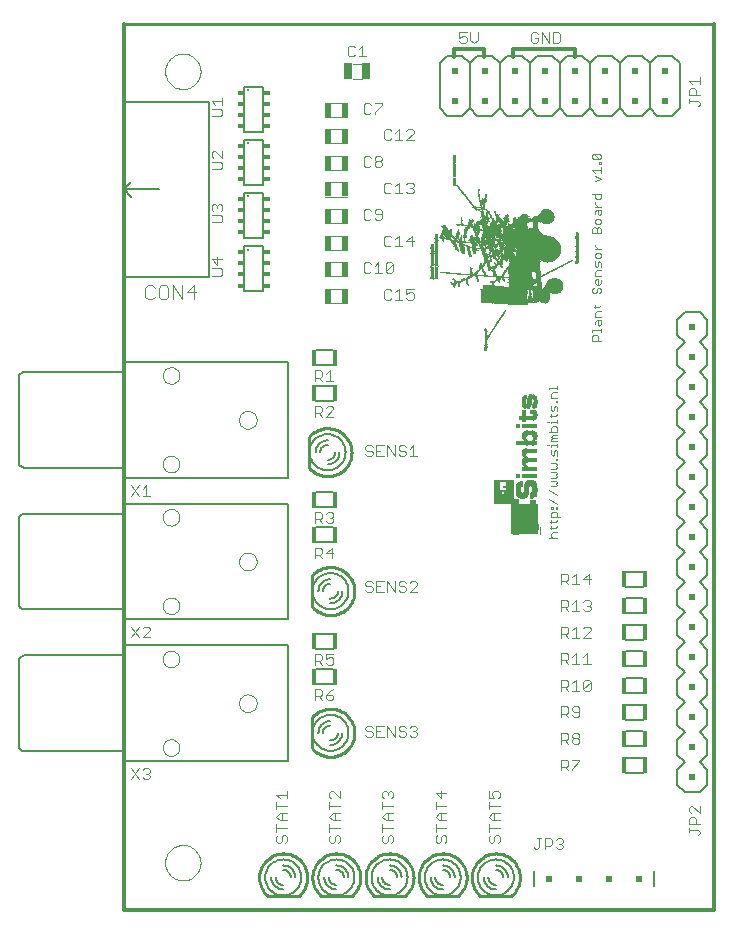
<source format=gto>
G75*
G70*
%OFA0B0*%
%FSLAX24Y24*%
%IPPOS*%
%LPD*%
%AMOC8*
5,1,8,0,0,1.08239X$1,22.5*
%
%ADD10C,0.0120*%
%ADD11C,0.0040*%
%ADD12C,0.0000*%
%ADD13C,0.0100*%
%ADD14R,0.0010X0.0010*%
%ADD15R,0.0010X0.0020*%
%ADD16R,0.0010X0.0039*%
%ADD17R,0.0010X0.0030*%
%ADD18R,0.0010X0.0059*%
%ADD19R,0.0010X0.0079*%
%ADD20R,0.0010X0.0069*%
%ADD21R,0.0010X0.0138*%
%ADD22R,0.0010X0.0049*%
%ADD23R,0.0010X0.0098*%
%ADD24R,0.0010X0.0089*%
%ADD25R,0.0010X0.0118*%
%ADD26R,0.0010X0.0148*%
%ADD27R,0.0010X0.0108*%
%ADD28R,0.0010X0.0187*%
%ADD29R,0.0010X0.0217*%
%ADD30R,0.0010X0.0128*%
%ADD31R,0.0010X0.0246*%
%ADD32R,0.0010X0.0207*%
%ADD33R,0.0010X0.0236*%
%ADD34R,0.0010X0.0315*%
%ADD35R,0.0010X0.0226*%
%ADD36R,0.0010X0.0157*%
%ADD37R,0.0010X0.0266*%
%ADD38R,0.0010X0.0177*%
%ADD39R,0.0010X0.0197*%
%ADD40R,0.0010X0.0256*%
%ADD41R,0.0010X0.0167*%
%ADD42R,0.0010X0.0276*%
%ADD43R,0.0010X0.0364*%
%ADD44R,0.0010X0.0325*%
%ADD45R,0.0010X0.0374*%
%ADD46R,0.0010X0.0305*%
%ADD47R,0.0010X0.0295*%
%ADD48R,0.0010X0.0285*%
%ADD49R,0.0010X0.0443*%
%ADD50R,0.0010X0.0413*%
%ADD51R,0.0010X0.0354*%
%ADD52R,0.0010X0.0335*%
%ADD53R,0.0010X0.0551*%
%ADD54R,0.0002X0.0230*%
%ADD55R,0.0002X0.0232*%
%ADD56R,0.0002X0.1031*%
%ADD57R,0.0002X0.0148*%
%ADD58R,0.0002X0.0069*%
%ADD59R,0.0002X0.0098*%
%ADD60R,0.0002X0.0144*%
%ADD61R,0.0002X0.0205*%
%ADD62R,0.0002X0.0096*%
%ADD63R,0.0002X0.0136*%
%ADD64R,0.0002X0.0187*%
%ADD65R,0.0002X0.0242*%
%ADD66R,0.0002X0.0157*%
%ADD67R,0.0002X0.0118*%
%ADD68R,0.0002X0.0163*%
%ADD69R,0.0002X0.0215*%
%ADD70R,0.0002X0.0268*%
%ADD71R,0.0002X0.0159*%
%ADD72R,0.0002X0.0134*%
%ADD73R,0.0002X0.0183*%
%ADD74R,0.0002X0.0238*%
%ADD75R,0.0002X0.0289*%
%ADD76R,0.0002X0.0197*%
%ADD77R,0.0002X0.0256*%
%ADD78R,0.0002X0.0309*%
%ADD79R,0.0002X0.0211*%
%ADD80R,0.0002X0.0270*%
%ADD81R,0.0002X0.0325*%
%ADD82R,0.0002X0.0169*%
%ADD83R,0.0002X0.0220*%
%ADD84R,0.0002X0.0281*%
%ADD85R,0.0002X0.0341*%
%ADD86R,0.0002X0.0177*%
%ADD87R,0.0002X0.0295*%
%ADD88R,0.0002X0.0354*%
%ADD89R,0.0002X0.0240*%
%ADD90R,0.0002X0.0303*%
%ADD91R,0.0002X0.0364*%
%ADD92R,0.0002X0.0193*%
%ADD93R,0.0002X0.0248*%
%ADD94R,0.0002X0.0315*%
%ADD95R,0.0002X0.0376*%
%ADD96R,0.0002X0.0201*%
%ADD97R,0.0002X0.0254*%
%ADD98R,0.0002X0.0388*%
%ADD99R,0.0002X0.0207*%
%ADD100R,0.0002X0.0262*%
%ADD101R,0.0002X0.0331*%
%ADD102R,0.0002X0.0396*%
%ADD103R,0.0002X0.0339*%
%ADD104R,0.0002X0.0406*%
%ADD105R,0.0002X0.0274*%
%ADD106R,0.0002X0.0346*%
%ADD107R,0.0002X0.0415*%
%ADD108R,0.0002X0.0224*%
%ADD109R,0.0002X0.0278*%
%ADD110R,0.0002X0.0352*%
%ADD111R,0.0002X0.0423*%
%ADD112R,0.0002X0.0283*%
%ADD113R,0.0002X0.0358*%
%ADD114R,0.0002X0.0429*%
%ADD115R,0.0002X0.0234*%
%ADD116R,0.0002X0.0287*%
%ADD117R,0.0002X0.0437*%
%ADD118R,0.0002X0.0291*%
%ADD119R,0.0002X0.0370*%
%ADD120R,0.0002X0.0443*%
%ADD121R,0.0002X0.0244*%
%ADD122R,0.0002X0.0374*%
%ADD123R,0.0002X0.0451*%
%ADD124R,0.0002X0.0299*%
%ADD125R,0.0002X0.0380*%
%ADD126R,0.0002X0.0457*%
%ADD127R,0.0002X0.0252*%
%ADD128R,0.0002X0.0384*%
%ADD129R,0.0002X0.0461*%
%ADD130R,0.0002X0.0307*%
%ADD131R,0.0002X0.0467*%
%ADD132R,0.0002X0.0258*%
%ADD133R,0.0002X0.0311*%
%ADD134R,0.0002X0.0392*%
%ADD135R,0.0002X0.0472*%
%ADD136R,0.0002X0.0313*%
%ADD137R,0.0002X0.1152*%
%ADD138R,0.0002X0.0476*%
%ADD139R,0.0002X0.0266*%
%ADD140R,0.0002X0.0402*%
%ADD141R,0.0002X0.0480*%
%ADD142R,0.0002X0.0319*%
%ADD143R,0.0002X0.0486*%
%ADD144R,0.0002X0.0272*%
%ADD145R,0.0002X0.0323*%
%ADD146R,0.0002X0.0409*%
%ADD147R,0.0002X0.0490*%
%ADD148R,0.0002X0.0276*%
%ADD149R,0.0002X0.0411*%
%ADD150R,0.0002X0.0494*%
%ADD151R,0.0002X0.0156*%
%ADD152R,0.0002X0.0327*%
%ADD153R,0.0002X0.0413*%
%ADD154R,0.0002X0.0498*%
%ADD155R,0.0002X0.0329*%
%ADD156R,0.0002X0.0417*%
%ADD157R,0.0002X0.0502*%
%ADD158R,0.0002X0.0421*%
%ADD159R,0.0002X0.0506*%
%ADD160R,0.0002X0.0285*%
%ADD161R,0.0002X0.0333*%
%ADD162R,0.0002X0.0510*%
%ADD163R,0.0002X0.0335*%
%ADD164R,0.0002X0.0427*%
%ADD165R,0.0002X0.0512*%
%ADD166R,0.0002X0.0337*%
%ADD167R,0.0002X0.0516*%
%ADD168R,0.0002X0.0431*%
%ADD169R,0.0002X0.0520*%
%ADD170R,0.0002X0.0293*%
%ADD171R,0.0002X0.0435*%
%ADD172R,0.0002X0.0524*%
%ADD173R,0.0002X0.0297*%
%ADD174R,0.0002X0.0343*%
%ADD175R,0.0002X0.0528*%
%ADD176R,0.0002X0.0344*%
%ADD177R,0.0002X0.0441*%
%ADD178R,0.0002X0.0530*%
%ADD179R,0.0002X0.0301*%
%ADD180R,0.0002X0.0533*%
%ADD181R,0.0002X0.0445*%
%ADD182R,0.0002X0.0535*%
%ADD183R,0.0002X0.0348*%
%ADD184R,0.0002X0.0447*%
%ADD185R,0.0002X0.0537*%
%ADD186R,0.0002X0.0541*%
%ADD187R,0.0002X0.0350*%
%ADD188R,0.0002X0.0545*%
%ADD189R,0.0002X0.0469*%
%ADD190R,0.0002X0.0470*%
%ADD191R,0.0002X0.0455*%
%ADD192R,0.0002X0.0549*%
%ADD193R,0.0002X0.0553*%
%ADD194R,0.0002X0.0356*%
%ADD195R,0.0002X0.0459*%
%ADD196R,0.0002X0.0557*%
%ADD197R,0.0002X0.0474*%
%ADD198R,0.0002X0.0203*%
%ADD199R,0.0002X0.0561*%
%ADD200R,0.0002X0.0189*%
%ADD201R,0.0002X0.0173*%
%ADD202R,0.0002X0.0185*%
%ADD203R,0.0002X0.0167*%
%ADD204R,0.0002X0.0563*%
%ADD205R,0.0002X0.0181*%
%ADD206R,0.0002X0.0565*%
%ADD207R,0.0002X0.0360*%
%ADD208R,0.0002X0.0567*%
%ADD209R,0.0002X0.0171*%
%ADD210R,0.0002X0.0569*%
%ADD211R,0.0002X0.0478*%
%ADD212R,0.0002X0.0175*%
%ADD213R,0.0002X0.0154*%
%ADD214R,0.0002X0.0571*%
%ADD215R,0.0002X0.0573*%
%ADD216R,0.0002X0.0219*%
%ADD217R,0.0002X0.0142*%
%ADD218R,0.0002X0.0165*%
%ADD219R,0.0002X0.0199*%
%ADD220R,0.0002X0.0138*%
%ADD221R,0.0002X0.0575*%
%ADD222R,0.0002X0.0195*%
%ADD223R,0.0002X0.0577*%
%ADD224R,0.0002X0.0191*%
%ADD225R,0.0002X0.0161*%
%ADD226R,0.0002X0.0132*%
%ADD227R,0.0002X0.0579*%
%ADD228R,0.0002X0.0581*%
%ADD229R,0.0002X0.0179*%
%ADD230R,0.0002X0.0130*%
%ADD231R,0.0002X0.0583*%
%ADD232R,0.0002X0.0585*%
%ADD233R,0.0002X0.0222*%
%ADD234R,0.0002X0.0209*%
%ADD235R,0.0002X0.0128*%
%ADD236R,0.0002X0.0305*%
%ADD237R,0.0002X0.0372*%
%ADD238R,0.0002X0.0378*%
%ADD239R,0.0002X0.0386*%
%ADD240R,0.0002X0.0398*%
%ADD241R,0.0002X0.0425*%
%ADD242R,0.0002X0.0433*%
%ADD243R,0.0002X0.0217*%
%ADD244R,0.0002X0.0260*%
%ADD245R,0.0002X0.0321*%
%ADD246R,0.0002X0.0368*%
%ADD247R,0.0002X0.0390*%
%ADD248R,0.0002X0.0404*%
%ADD249R,0.0002X0.0400*%
%ADD250R,0.0002X0.0394*%
%ADD251R,0.0002X0.0463*%
%ADD252R,0.0002X0.0482*%
%ADD253R,0.0002X0.0488*%
%ADD254R,0.0002X0.0492*%
%ADD255R,0.0002X0.0496*%
%ADD256R,0.0002X0.0514*%
%ADD257R,0.0002X0.0518*%
%ADD258R,0.0002X0.0526*%
%ADD259R,0.0002X0.0531*%
%ADD260R,0.0002X0.0150*%
%ADD261R,0.0002X0.0152*%
%ADD262R,0.0002X0.0226*%
%ADD263R,0.0002X0.0746*%
%ADD264R,0.0002X0.0522*%
%ADD265R,0.0002X0.0744*%
%ADD266R,0.0002X0.0508*%
%ADD267R,0.0002X0.0504*%
%ADD268R,0.0002X0.0742*%
%ADD269R,0.0002X0.0439*%
%ADD270R,0.0002X0.0465*%
%ADD271R,0.0002X0.0362*%
%ADD272R,0.0002X0.0280*%
%ADD273R,0.0002X0.0264*%
%ADD274R,0.0002X0.0250*%
%ADD275R,0.0002X0.0246*%
%ADD276R,0.0002X0.0236*%
%ADD277R,0.0002X0.0228*%
%ADD278R,0.0002X0.0366*%
%ADD279R,0.0002X0.0126*%
%ADD280R,0.0002X0.0108*%
%ADD281R,0.0002X0.0100*%
%ADD282R,0.0002X0.0112*%
%ADD283R,0.0002X0.0085*%
%ADD284R,0.0002X0.0079*%
%ADD285R,0.0002X0.0091*%
%ADD286R,0.0002X0.0051*%
%ADD287R,0.0002X0.0049*%
%ADD288R,0.0002X0.0055*%
%ADD289R,0.0002X0.0114*%
%ADD290R,0.0002X0.0559*%
%ADD291R,0.0002X0.0555*%
%ADD292R,0.0002X0.0551*%
%ADD293R,0.0002X0.0547*%
%ADD294R,0.0002X0.0543*%
%ADD295R,0.0002X0.0539*%
%ADD296R,0.0002X0.1173*%
%ADD297R,0.0002X0.1175*%
%ADD298R,0.0002X0.0500*%
%ADD299R,0.0002X0.0484*%
%ADD300R,0.0002X0.0382*%
%ADD301R,0.0002X0.1801*%
%ADD302R,0.0002X0.0778*%
%ADD303R,0.0002X0.0071*%
%ADD304R,0.0002X0.0067*%
%ADD305C,0.0060*%
%ADD306R,0.0200X0.0200*%
%ADD307C,0.0080*%
%ADD308R,0.0140X0.0560*%
%ADD309C,0.0079*%
%ADD310R,0.0236X0.0177*%
%ADD311C,0.0050*%
%ADD312R,0.0197X0.0512*%
%ADD313R,0.0295X0.0571*%
D10*
X003644Y001046D02*
X003644Y030573D01*
X014640Y029729D02*
X014640Y029479D01*
X014640Y029729D02*
X015640Y029729D01*
X015640Y029479D01*
X016609Y029479D02*
X016609Y029729D01*
X018691Y029729D01*
X018691Y029479D01*
X023329Y030573D02*
X023329Y001046D01*
X003644Y001046D01*
D11*
X003900Y005404D02*
X004140Y005764D01*
X004268Y005704D02*
X004328Y005764D01*
X004448Y005764D01*
X004508Y005704D01*
X004508Y005644D01*
X004448Y005584D01*
X004508Y005524D01*
X004508Y005464D01*
X004448Y005404D01*
X004328Y005404D01*
X004268Y005464D01*
X004140Y005404D02*
X003900Y005764D01*
X004388Y005584D02*
X004448Y005584D01*
X004508Y010128D02*
X004268Y010128D01*
X004508Y010369D01*
X004508Y010429D01*
X004448Y010489D01*
X004328Y010489D01*
X004268Y010429D01*
X004140Y010489D02*
X003900Y010128D01*
X004140Y010128D02*
X003900Y010489D01*
X003900Y014853D02*
X004140Y015213D01*
X004268Y015093D02*
X004388Y015213D01*
X004388Y014853D01*
X004268Y014853D02*
X004508Y014853D01*
X004140Y014853D02*
X003900Y015213D01*
X004438Y021408D02*
X004591Y021408D01*
X004668Y021485D01*
X004821Y021485D02*
X004898Y021408D01*
X005051Y021408D01*
X005128Y021485D01*
X005128Y021792D01*
X005051Y021869D01*
X004898Y021869D01*
X004821Y021792D01*
X004821Y021485D01*
X004668Y021792D02*
X004591Y021869D01*
X004438Y021869D01*
X004361Y021792D01*
X004361Y021485D01*
X004438Y021408D01*
X005282Y021408D02*
X005282Y021869D01*
X005589Y021408D01*
X005589Y021869D01*
X005742Y021639D02*
X006049Y021639D01*
X005972Y021869D02*
X005972Y021408D01*
X005742Y021639D02*
X005972Y021869D01*
X006572Y022193D02*
X006873Y022193D01*
X006933Y022253D01*
X006933Y022373D01*
X006873Y022433D01*
X006572Y022433D01*
X006753Y022561D02*
X006753Y022801D01*
X006933Y022741D02*
X006572Y022741D01*
X006753Y022561D01*
X006873Y023964D02*
X006572Y023964D01*
X006572Y024205D02*
X006873Y024205D01*
X006933Y024145D01*
X006933Y024024D01*
X006873Y023964D01*
X006873Y024333D02*
X006933Y024393D01*
X006933Y024513D01*
X006873Y024573D01*
X006813Y024573D01*
X006753Y024513D01*
X006753Y024453D01*
X006753Y024513D02*
X006693Y024573D01*
X006633Y024573D01*
X006572Y024513D01*
X006572Y024393D01*
X006633Y024333D01*
X006572Y025736D02*
X006873Y025736D01*
X006933Y025796D01*
X006933Y025916D01*
X006873Y025976D01*
X006572Y025976D01*
X006633Y026104D02*
X006572Y026164D01*
X006572Y026285D01*
X006633Y026345D01*
X006693Y026345D01*
X006933Y026104D01*
X006933Y026345D01*
X006873Y027508D02*
X006572Y027508D01*
X006572Y027748D02*
X006873Y027748D01*
X006933Y027688D01*
X006933Y027568D01*
X006873Y027508D01*
X006933Y027876D02*
X006933Y028116D01*
X006933Y027996D02*
X006572Y027996D01*
X006693Y027876D01*
X010366Y027955D02*
X011095Y027955D01*
X011095Y027483D02*
X010366Y027483D01*
X010366Y027069D02*
X011095Y027069D01*
X011095Y026597D02*
X010366Y026597D01*
X010366Y026184D02*
X011095Y026184D01*
X011095Y025711D02*
X010366Y025711D01*
X010366Y025298D02*
X011095Y025298D01*
X011095Y024825D02*
X010366Y024825D01*
X010366Y024412D02*
X011095Y024412D01*
X011095Y023940D02*
X010366Y023940D01*
X010366Y023526D02*
X011095Y023526D01*
X011095Y023054D02*
X010366Y023054D01*
X010366Y022640D02*
X011095Y022640D01*
X011095Y022168D02*
X010366Y022168D01*
X010366Y021754D02*
X011095Y021754D01*
X011095Y021282D02*
X010366Y021282D01*
X011636Y022337D02*
X011696Y022276D01*
X011817Y022276D01*
X011877Y022337D01*
X012005Y022276D02*
X012245Y022276D01*
X012125Y022276D02*
X012125Y022637D01*
X012005Y022517D01*
X011877Y022577D02*
X011817Y022637D01*
X011696Y022637D01*
X011636Y022577D01*
X011636Y022337D01*
X012373Y022337D02*
X012613Y022577D01*
X012613Y022337D01*
X012553Y022276D01*
X012433Y022276D01*
X012373Y022337D01*
X012373Y022577D01*
X012433Y022637D01*
X012553Y022637D01*
X012613Y022577D01*
X012694Y023162D02*
X012934Y023162D01*
X012814Y023162D02*
X012814Y023523D01*
X012694Y023402D01*
X012566Y023463D02*
X012506Y023523D01*
X012385Y023523D01*
X012325Y023463D01*
X012325Y023222D01*
X012385Y023162D01*
X012506Y023162D01*
X012566Y023222D01*
X013062Y023342D02*
X013302Y023342D01*
X013242Y023162D02*
X013242Y023523D01*
X013062Y023342D01*
X012245Y024108D02*
X012245Y024348D01*
X012185Y024408D01*
X012065Y024408D01*
X012005Y024348D01*
X012005Y024288D01*
X012065Y024228D01*
X012245Y024228D01*
X012245Y024108D02*
X012185Y024048D01*
X012065Y024048D01*
X012005Y024108D01*
X011877Y024108D02*
X011817Y024048D01*
X011696Y024048D01*
X011636Y024108D01*
X011636Y024348D01*
X011696Y024408D01*
X011817Y024408D01*
X011877Y024348D01*
X012385Y024934D02*
X012506Y024934D01*
X012566Y024994D01*
X012694Y024934D02*
X012934Y024934D01*
X012814Y024934D02*
X012814Y025294D01*
X012694Y025174D01*
X012566Y025234D02*
X012506Y025294D01*
X012385Y025294D01*
X012325Y025234D01*
X012325Y024994D01*
X012385Y024934D01*
X012185Y025820D02*
X012065Y025820D01*
X012005Y025880D01*
X012005Y025940D01*
X012065Y026000D01*
X012185Y026000D01*
X012245Y025940D01*
X012245Y025880D01*
X012185Y025820D01*
X012185Y026000D02*
X012245Y026060D01*
X012245Y026120D01*
X012185Y026180D01*
X012065Y026180D01*
X012005Y026120D01*
X012005Y026060D01*
X012065Y026000D01*
X011877Y026120D02*
X011817Y026180D01*
X011696Y026180D01*
X011636Y026120D01*
X011636Y025880D01*
X011696Y025820D01*
X011817Y025820D01*
X011877Y025880D01*
X012385Y026706D02*
X012506Y026706D01*
X012566Y026766D01*
X012694Y026706D02*
X012934Y026706D01*
X012814Y026706D02*
X012814Y027066D01*
X012694Y026946D01*
X012566Y027006D02*
X012506Y027066D01*
X012385Y027066D01*
X012325Y027006D01*
X012325Y026766D01*
X012385Y026706D01*
X013062Y026706D02*
X013302Y026946D01*
X013302Y027006D01*
X013242Y027066D01*
X013122Y027066D01*
X013062Y027006D01*
X013062Y026706D02*
X013302Y026706D01*
X013242Y025294D02*
X013302Y025234D01*
X013302Y025174D01*
X013242Y025114D01*
X013302Y025054D01*
X013302Y024994D01*
X013242Y024934D01*
X013122Y024934D01*
X013062Y024994D01*
X013182Y025114D02*
X013242Y025114D01*
X013242Y025294D02*
X013122Y025294D01*
X013062Y025234D01*
X012005Y027591D02*
X012005Y027651D01*
X012245Y027892D01*
X012245Y027952D01*
X012005Y027952D01*
X011877Y027892D02*
X011817Y027952D01*
X011696Y027952D01*
X011636Y027892D01*
X011636Y027651D01*
X011696Y027591D01*
X011817Y027591D01*
X011877Y027651D01*
X011570Y028739D02*
X011270Y028739D01*
X011270Y029258D02*
X011560Y029258D01*
X011593Y029497D02*
X011593Y029857D01*
X011473Y029737D01*
X011345Y029797D02*
X011285Y029857D01*
X011165Y029857D01*
X011104Y029797D01*
X011104Y029557D01*
X011165Y029497D01*
X011285Y029497D01*
X011345Y029557D01*
X011473Y029497D02*
X011713Y029497D01*
X014828Y030001D02*
X014888Y029941D01*
X015008Y029941D01*
X015068Y030001D01*
X015068Y030121D01*
X015008Y030181D01*
X014948Y030181D01*
X014828Y030121D01*
X014828Y030301D01*
X015068Y030301D01*
X015196Y030301D02*
X015196Y030061D01*
X015317Y029941D01*
X015437Y030061D01*
X015437Y030301D01*
X017216Y030241D02*
X017216Y030001D01*
X017276Y029941D01*
X017396Y029941D01*
X017456Y030001D01*
X017456Y030121D01*
X017336Y030121D01*
X017456Y030241D02*
X017396Y030301D01*
X017276Y030301D01*
X017216Y030241D01*
X017584Y030301D02*
X017584Y029941D01*
X017824Y029941D02*
X017584Y030301D01*
X017824Y030301D02*
X017824Y029941D01*
X017952Y029941D02*
X017952Y030301D01*
X018132Y030301D01*
X018193Y030241D01*
X018193Y030001D01*
X018132Y029941D01*
X017952Y029941D01*
X019308Y026252D02*
X019495Y026065D01*
X019541Y026112D01*
X019541Y026205D01*
X019495Y026252D01*
X019308Y026252D01*
X019261Y026205D01*
X019261Y026112D01*
X019308Y026065D01*
X019495Y026065D01*
X019495Y025964D02*
X019541Y025964D01*
X019541Y025918D01*
X019495Y025918D01*
X019495Y025964D01*
X019541Y025810D02*
X019541Y025623D01*
X019541Y025716D02*
X019261Y025716D01*
X019354Y025623D01*
X019354Y025515D02*
X019541Y025422D01*
X019354Y025328D01*
X019354Y024926D02*
X019354Y024786D01*
X019401Y024739D01*
X019495Y024739D01*
X019541Y024786D01*
X019541Y024926D01*
X019261Y024926D01*
X019354Y024633D02*
X019354Y024587D01*
X019448Y024493D01*
X019541Y024493D02*
X019354Y024493D01*
X019401Y024386D02*
X019541Y024386D01*
X019541Y024245D01*
X019495Y024199D01*
X019448Y024245D01*
X019448Y024386D01*
X019401Y024386D02*
X019354Y024339D01*
X019354Y024245D01*
X019401Y024091D02*
X019354Y024044D01*
X019354Y023951D01*
X019401Y023904D01*
X019495Y023904D01*
X019541Y023951D01*
X019541Y024044D01*
X019495Y024091D01*
X019401Y024091D01*
X019354Y023796D02*
X019308Y023796D01*
X019261Y023750D01*
X019261Y023609D01*
X019541Y023609D01*
X019541Y023750D01*
X019495Y023796D01*
X019448Y023796D01*
X019401Y023750D01*
X019401Y023609D01*
X019401Y023750D02*
X019354Y023796D01*
X019354Y023209D02*
X019354Y023163D01*
X019448Y023069D01*
X019541Y023069D02*
X019354Y023069D01*
X019401Y022961D02*
X019354Y022915D01*
X019354Y022821D01*
X019401Y022775D01*
X019495Y022775D01*
X019541Y022821D01*
X019541Y022915D01*
X019495Y022961D01*
X019401Y022961D01*
X019354Y022667D02*
X019354Y022527D01*
X019401Y022480D01*
X019448Y022527D01*
X019448Y022620D01*
X019495Y022667D01*
X019541Y022620D01*
X019541Y022480D01*
X019541Y022372D02*
X019401Y022372D01*
X019354Y022325D01*
X019354Y022185D01*
X019541Y022185D01*
X019448Y022077D02*
X019448Y021891D01*
X019495Y021891D02*
X019401Y021891D01*
X019354Y021937D01*
X019354Y022031D01*
X019401Y022077D01*
X019448Y022077D01*
X019541Y022031D02*
X019541Y021937D01*
X019495Y021891D01*
X019495Y021783D02*
X019541Y021736D01*
X019541Y021643D01*
X019495Y021596D01*
X019401Y021643D02*
X019401Y021736D01*
X019448Y021783D01*
X019495Y021783D01*
X019401Y021643D02*
X019354Y021596D01*
X019308Y021596D01*
X019261Y021643D01*
X019261Y021736D01*
X019308Y021783D01*
X019354Y021198D02*
X019354Y021105D01*
X019308Y021152D02*
X019495Y021152D01*
X019541Y021198D01*
X019541Y020997D02*
X019401Y020997D01*
X019354Y020950D01*
X019354Y020810D01*
X019541Y020810D01*
X019541Y020702D02*
X019541Y020562D01*
X019495Y020516D01*
X019448Y020562D01*
X019448Y020702D01*
X019401Y020702D02*
X019541Y020702D01*
X019401Y020702D02*
X019354Y020656D01*
X019354Y020562D01*
X019261Y020366D02*
X019541Y020366D01*
X019541Y020319D02*
X019541Y020413D01*
X019401Y020211D02*
X019308Y020211D01*
X019261Y020165D01*
X019261Y020024D01*
X019541Y020024D01*
X019448Y020024D02*
X019448Y020165D01*
X019401Y020211D01*
X019261Y020319D02*
X019261Y020366D01*
X018085Y018497D02*
X018085Y018404D01*
X018085Y018450D02*
X017804Y018450D01*
X017804Y018404D01*
X017944Y018296D02*
X018085Y018296D01*
X017944Y018296D02*
X017898Y018249D01*
X017898Y018109D01*
X018085Y018109D01*
X018085Y018008D02*
X018085Y017962D01*
X018038Y017962D01*
X018038Y018008D01*
X018085Y018008D01*
X018038Y017854D02*
X017991Y017807D01*
X017991Y017714D01*
X017944Y017667D01*
X017898Y017714D01*
X017898Y017854D01*
X018038Y017854D02*
X018085Y017807D01*
X018085Y017667D01*
X018085Y017564D02*
X018038Y017517D01*
X017851Y017517D01*
X017898Y017471D02*
X017898Y017564D01*
X017898Y017321D02*
X018085Y017321D01*
X018085Y017274D02*
X018085Y017368D01*
X017898Y017321D02*
X017898Y017274D01*
X017804Y017321D02*
X017758Y017321D01*
X017944Y017166D02*
X017898Y017120D01*
X017898Y016980D01*
X017804Y016980D02*
X018085Y016980D01*
X018085Y017120D01*
X018038Y017166D01*
X017944Y017166D01*
X017944Y016872D02*
X018085Y016872D01*
X018085Y016778D02*
X017944Y016778D01*
X017898Y016825D01*
X017944Y016872D01*
X017944Y016778D02*
X017898Y016732D01*
X017898Y016685D01*
X018085Y016685D01*
X018085Y016582D02*
X018085Y016489D01*
X018085Y016535D02*
X017898Y016535D01*
X017898Y016489D01*
X017804Y016535D02*
X017758Y016535D01*
X017898Y016381D02*
X017898Y016241D01*
X017944Y016194D01*
X017991Y016241D01*
X017991Y016334D01*
X018038Y016381D01*
X018085Y016334D01*
X018085Y016194D01*
X018085Y016093D02*
X018085Y016047D01*
X018038Y016047D01*
X018038Y016093D01*
X018085Y016093D01*
X018038Y015939D02*
X017898Y015939D01*
X018038Y015939D02*
X018085Y015892D01*
X018038Y015845D01*
X018085Y015799D01*
X018038Y015752D01*
X017898Y015752D01*
X017898Y015644D02*
X018038Y015644D01*
X018085Y015597D01*
X018038Y015551D01*
X018085Y015504D01*
X018038Y015457D01*
X017898Y015457D01*
X017898Y015349D02*
X018038Y015349D01*
X018085Y015303D01*
X018038Y015256D01*
X018085Y015209D01*
X018038Y015163D01*
X017898Y015163D01*
X017804Y015055D02*
X018085Y014868D01*
X018085Y014573D02*
X017804Y014760D01*
X017898Y014473D02*
X017944Y014473D01*
X017944Y014426D01*
X017898Y014426D01*
X017898Y014473D01*
X018038Y014473D02*
X018085Y014473D01*
X018085Y014426D01*
X018038Y014426D01*
X018038Y014473D01*
X018038Y014318D02*
X018085Y014271D01*
X018085Y014131D01*
X018178Y014131D02*
X017898Y014131D01*
X017898Y014271D01*
X017944Y014318D01*
X018038Y014318D01*
X018085Y014028D02*
X018038Y013982D01*
X017851Y013982D01*
X017898Y014028D02*
X017898Y013935D01*
X017898Y013832D02*
X017898Y013738D01*
X017851Y013785D02*
X018038Y013785D01*
X018085Y013832D01*
X018085Y013631D02*
X017944Y013631D01*
X017898Y013584D01*
X017898Y013490D01*
X017944Y013444D01*
X017804Y013444D02*
X018085Y013444D01*
X018225Y012259D02*
X018405Y012259D01*
X018465Y012199D01*
X018465Y012079D01*
X018405Y012019D01*
X018225Y012019D01*
X018345Y012019D02*
X018465Y011899D01*
X018593Y011899D02*
X018833Y011899D01*
X018713Y011899D02*
X018713Y012259D01*
X018593Y012139D01*
X018961Y012079D02*
X019201Y012079D01*
X019141Y011899D02*
X019141Y012259D01*
X018961Y012079D01*
X019021Y011373D02*
X019141Y011373D01*
X019201Y011313D01*
X019201Y011253D01*
X019141Y011193D01*
X019201Y011133D01*
X019201Y011073D01*
X019141Y011013D01*
X019021Y011013D01*
X018961Y011073D01*
X018833Y011013D02*
X018593Y011013D01*
X018713Y011013D02*
X018713Y011373D01*
X018593Y011253D01*
X018465Y011193D02*
X018405Y011133D01*
X018225Y011133D01*
X018345Y011133D02*
X018465Y011013D01*
X018465Y011193D02*
X018465Y011313D01*
X018405Y011373D01*
X018225Y011373D01*
X018225Y011013D01*
X018225Y010488D02*
X018405Y010488D01*
X018465Y010428D01*
X018465Y010307D01*
X018405Y010247D01*
X018225Y010247D01*
X018345Y010247D02*
X018465Y010127D01*
X018593Y010127D02*
X018833Y010127D01*
X018713Y010127D02*
X018713Y010488D01*
X018593Y010367D01*
X018961Y010428D02*
X019021Y010488D01*
X019141Y010488D01*
X019201Y010428D01*
X019201Y010367D01*
X018961Y010127D01*
X019201Y010127D01*
X019081Y009602D02*
X018961Y009482D01*
X019081Y009602D02*
X019081Y009241D01*
X018961Y009241D02*
X019201Y009241D01*
X018833Y009241D02*
X018593Y009241D01*
X018713Y009241D02*
X018713Y009602D01*
X018593Y009482D01*
X018465Y009542D02*
X018465Y009422D01*
X018405Y009362D01*
X018225Y009362D01*
X018345Y009362D02*
X018465Y009241D01*
X018225Y009241D02*
X018225Y009602D01*
X018405Y009602D01*
X018465Y009542D01*
X018225Y010127D02*
X018225Y010488D01*
X018961Y011313D02*
X019021Y011373D01*
X019081Y011193D02*
X019141Y011193D01*
X018225Y011899D02*
X018225Y012259D01*
X018225Y008716D02*
X018405Y008716D01*
X018465Y008656D01*
X018465Y008536D01*
X018405Y008476D01*
X018225Y008476D01*
X018345Y008476D02*
X018465Y008356D01*
X018593Y008356D02*
X018833Y008356D01*
X018713Y008356D02*
X018713Y008716D01*
X018593Y008596D01*
X018961Y008656D02*
X019021Y008716D01*
X019141Y008716D01*
X019201Y008656D01*
X018961Y008416D01*
X019021Y008356D01*
X019141Y008356D01*
X019201Y008416D01*
X019201Y008656D01*
X018961Y008656D02*
X018961Y008416D01*
X018773Y007830D02*
X018653Y007830D01*
X018593Y007770D01*
X018593Y007710D01*
X018653Y007650D01*
X018833Y007650D01*
X018833Y007770D02*
X018773Y007830D01*
X018833Y007770D02*
X018833Y007530D01*
X018773Y007470D01*
X018653Y007470D01*
X018593Y007530D01*
X018465Y007470D02*
X018345Y007590D01*
X018405Y007590D02*
X018225Y007590D01*
X018225Y007470D02*
X018225Y007830D01*
X018405Y007830D01*
X018465Y007770D01*
X018465Y007650D01*
X018405Y007590D01*
X018405Y006944D02*
X018225Y006944D01*
X018225Y006584D01*
X018225Y006704D02*
X018405Y006704D01*
X018465Y006764D01*
X018465Y006884D01*
X018405Y006944D01*
X018593Y006884D02*
X018593Y006824D01*
X018653Y006764D01*
X018773Y006764D01*
X018833Y006704D01*
X018833Y006644D01*
X018773Y006584D01*
X018653Y006584D01*
X018593Y006644D01*
X018593Y006704D01*
X018653Y006764D01*
X018773Y006764D02*
X018833Y006824D01*
X018833Y006884D01*
X018773Y006944D01*
X018653Y006944D01*
X018593Y006884D01*
X018345Y006704D02*
X018465Y006584D01*
X018405Y006058D02*
X018225Y006058D01*
X018225Y005698D01*
X018225Y005818D02*
X018405Y005818D01*
X018465Y005878D01*
X018465Y005998D01*
X018405Y006058D01*
X018593Y006058D02*
X018833Y006058D01*
X018833Y005998D01*
X018593Y005758D01*
X018593Y005698D01*
X018465Y005698D02*
X018345Y005818D01*
X018224Y003430D02*
X018104Y003430D01*
X018044Y003370D01*
X017916Y003370D02*
X017916Y003249D01*
X017856Y003189D01*
X017675Y003189D01*
X017675Y003069D02*
X017675Y003430D01*
X017856Y003430D01*
X017916Y003370D01*
X018044Y003129D02*
X018104Y003069D01*
X018224Y003069D01*
X018284Y003129D01*
X018284Y003189D01*
X018224Y003249D01*
X018164Y003249D01*
X018224Y003249D02*
X018284Y003309D01*
X018284Y003370D01*
X018224Y003430D01*
X017547Y003430D02*
X017427Y003430D01*
X017487Y003430D02*
X017487Y003129D01*
X017427Y003069D01*
X017367Y003069D01*
X017307Y003129D01*
X016171Y003352D02*
X016111Y003292D01*
X016171Y003352D02*
X016171Y003472D01*
X016111Y003532D01*
X016051Y003532D01*
X015991Y003472D01*
X015991Y003352D01*
X015931Y003292D01*
X015871Y003292D01*
X015810Y003352D01*
X015810Y003472D01*
X015871Y003532D01*
X015810Y003661D02*
X015810Y003901D01*
X015810Y003781D02*
X016171Y003781D01*
X016171Y004029D02*
X015931Y004029D01*
X015810Y004149D01*
X015931Y004269D01*
X016171Y004269D01*
X015991Y004269D02*
X015991Y004029D01*
X015810Y004397D02*
X015810Y004637D01*
X015810Y004517D02*
X016171Y004517D01*
X016111Y004765D02*
X016171Y004826D01*
X016171Y004946D01*
X016111Y005006D01*
X015991Y005006D01*
X015931Y004946D01*
X015931Y004886D01*
X015991Y004765D01*
X015810Y004765D01*
X015810Y005006D01*
X014399Y004946D02*
X014039Y004946D01*
X014219Y004765D01*
X014219Y005006D01*
X014039Y004637D02*
X014039Y004397D01*
X014039Y004517D02*
X014399Y004517D01*
X014399Y004269D02*
X014159Y004269D01*
X014039Y004149D01*
X014159Y004029D01*
X014399Y004029D01*
X014219Y004029D02*
X014219Y004269D01*
X014039Y003901D02*
X014039Y003661D01*
X014039Y003781D02*
X014399Y003781D01*
X014339Y003532D02*
X014399Y003472D01*
X014399Y003352D01*
X014339Y003292D01*
X014219Y003352D02*
X014219Y003472D01*
X014279Y003532D01*
X014339Y003532D01*
X014219Y003352D02*
X014159Y003292D01*
X014099Y003292D01*
X014039Y003352D01*
X014039Y003472D01*
X014099Y003532D01*
X012627Y003472D02*
X012627Y003352D01*
X012567Y003292D01*
X012447Y003352D02*
X012447Y003472D01*
X012507Y003532D01*
X012567Y003532D01*
X012627Y003472D01*
X012447Y003352D02*
X012387Y003292D01*
X012327Y003292D01*
X012267Y003352D01*
X012267Y003472D01*
X012327Y003532D01*
X012267Y003661D02*
X012267Y003901D01*
X012267Y003781D02*
X012627Y003781D01*
X012627Y004029D02*
X012387Y004029D01*
X012267Y004149D01*
X012387Y004269D01*
X012627Y004269D01*
X012447Y004269D02*
X012447Y004029D01*
X012267Y004397D02*
X012267Y004637D01*
X012267Y004517D02*
X012627Y004517D01*
X012567Y004765D02*
X012627Y004826D01*
X012627Y004946D01*
X012567Y005006D01*
X012507Y005006D01*
X012447Y004946D01*
X012447Y004886D01*
X012447Y004946D02*
X012387Y005006D01*
X012327Y005006D01*
X012267Y004946D01*
X012267Y004826D01*
X012327Y004765D01*
X012306Y006826D02*
X012066Y006826D01*
X012066Y007186D01*
X012306Y007186D01*
X012434Y007186D02*
X012674Y006826D01*
X012674Y007186D01*
X012802Y007126D02*
X012802Y007066D01*
X012862Y007006D01*
X012982Y007006D01*
X013043Y006946D01*
X013043Y006886D01*
X012982Y006826D01*
X012862Y006826D01*
X012802Y006886D01*
X012802Y007126D02*
X012862Y007186D01*
X012982Y007186D01*
X013043Y007126D01*
X013171Y007126D02*
X013231Y007186D01*
X013351Y007186D01*
X013411Y007126D01*
X013411Y007066D01*
X013351Y007006D01*
X013411Y006946D01*
X013411Y006886D01*
X013351Y006826D01*
X013231Y006826D01*
X013171Y006886D01*
X013291Y007006D02*
X013351Y007006D01*
X012434Y006826D02*
X012434Y007186D01*
X012186Y007006D02*
X012066Y007006D01*
X011938Y006946D02*
X011938Y006886D01*
X011878Y006826D01*
X011757Y006826D01*
X011697Y006886D01*
X011757Y007006D02*
X011878Y007006D01*
X011938Y006946D01*
X011938Y007126D02*
X011878Y007186D01*
X011757Y007186D01*
X011697Y007126D01*
X011697Y007066D01*
X011757Y007006D01*
X010629Y008101D02*
X010629Y008162D01*
X010569Y008222D01*
X010389Y008222D01*
X010389Y008101D01*
X010449Y008041D01*
X010569Y008041D01*
X010629Y008101D01*
X010389Y008222D02*
X010509Y008342D01*
X010629Y008402D01*
X010260Y008342D02*
X010260Y008222D01*
X010200Y008162D01*
X010020Y008162D01*
X010140Y008162D02*
X010260Y008041D01*
X010020Y008041D02*
X010020Y008402D01*
X010200Y008402D01*
X010260Y008342D01*
X010260Y009223D02*
X010140Y009343D01*
X010200Y009343D02*
X010020Y009343D01*
X010020Y009223D02*
X010020Y009583D01*
X010200Y009583D01*
X010260Y009523D01*
X010260Y009403D01*
X010200Y009343D01*
X010389Y009403D02*
X010509Y009463D01*
X010569Y009463D01*
X010629Y009403D01*
X010629Y009283D01*
X010569Y009223D01*
X010449Y009223D01*
X010389Y009283D01*
X010389Y009403D02*
X010389Y009583D01*
X010629Y009583D01*
X011757Y011649D02*
X011697Y011709D01*
X011757Y011649D02*
X011878Y011649D01*
X011938Y011709D01*
X011938Y011769D01*
X011878Y011829D01*
X011757Y011829D01*
X011697Y011889D01*
X011697Y011949D01*
X011757Y012009D01*
X011878Y012009D01*
X011938Y011949D01*
X012066Y012009D02*
X012066Y011649D01*
X012306Y011649D01*
X012434Y011649D02*
X012434Y012009D01*
X012674Y011649D01*
X012674Y012009D01*
X012802Y011949D02*
X012802Y011889D01*
X012862Y011829D01*
X012982Y011829D01*
X013043Y011769D01*
X013043Y011709D01*
X012982Y011649D01*
X012862Y011649D01*
X012802Y011709D01*
X012802Y011949D02*
X012862Y012009D01*
X012982Y012009D01*
X013043Y011949D01*
X013171Y011949D02*
X013231Y012009D01*
X013351Y012009D01*
X013411Y011949D01*
X013411Y011889D01*
X013171Y011649D01*
X013411Y011649D01*
X012306Y012009D02*
X012066Y012009D01*
X012066Y011829D02*
X012186Y011829D01*
X010629Y012946D02*
X010389Y012946D01*
X010569Y013126D01*
X010569Y012766D01*
X010260Y012766D02*
X010140Y012886D01*
X010200Y012886D02*
X010020Y012886D01*
X010020Y012766D02*
X010020Y013126D01*
X010200Y013126D01*
X010260Y013066D01*
X010260Y012946D01*
X010200Y012886D01*
X010260Y013947D02*
X010140Y014067D01*
X010200Y014067D02*
X010020Y014067D01*
X010020Y013947D02*
X010020Y014307D01*
X010200Y014307D01*
X010260Y014247D01*
X010260Y014127D01*
X010200Y014067D01*
X010389Y014007D02*
X010449Y013947D01*
X010569Y013947D01*
X010629Y014007D01*
X010629Y014067D01*
X010569Y014127D01*
X010509Y014127D01*
X010569Y014127D02*
X010629Y014187D01*
X010629Y014247D01*
X010569Y014307D01*
X010449Y014307D01*
X010389Y014247D01*
X011757Y016176D02*
X011697Y016237D01*
X011757Y016176D02*
X011878Y016176D01*
X011938Y016237D01*
X011938Y016297D01*
X011878Y016357D01*
X011757Y016357D01*
X011697Y016417D01*
X011697Y016477D01*
X011757Y016537D01*
X011878Y016537D01*
X011938Y016477D01*
X012066Y016537D02*
X012066Y016176D01*
X012306Y016176D01*
X012434Y016176D02*
X012434Y016537D01*
X012674Y016176D01*
X012674Y016537D01*
X012802Y016477D02*
X012802Y016417D01*
X012862Y016357D01*
X012982Y016357D01*
X013043Y016297D01*
X013043Y016237D01*
X012982Y016176D01*
X012862Y016176D01*
X012802Y016237D01*
X012802Y016477D02*
X012862Y016537D01*
X012982Y016537D01*
X013043Y016477D01*
X013171Y016417D02*
X013291Y016537D01*
X013291Y016176D01*
X013171Y016176D02*
X013411Y016176D01*
X012306Y016537D02*
X012066Y016537D01*
X012066Y016357D02*
X012186Y016357D01*
X010629Y017490D02*
X010389Y017490D01*
X010629Y017730D01*
X010629Y017790D01*
X010569Y017851D01*
X010449Y017851D01*
X010389Y017790D01*
X010260Y017790D02*
X010260Y017670D01*
X010200Y017610D01*
X010020Y017610D01*
X010020Y017490D02*
X010020Y017851D01*
X010200Y017851D01*
X010260Y017790D01*
X010140Y017610D02*
X010260Y017490D01*
X010260Y018671D02*
X010140Y018791D01*
X010200Y018791D02*
X010020Y018791D01*
X010020Y018671D02*
X010020Y019032D01*
X010200Y019032D01*
X010260Y018972D01*
X010260Y018851D01*
X010200Y018791D01*
X010389Y018671D02*
X010629Y018671D01*
X010509Y018671D02*
X010509Y019032D01*
X010389Y018912D01*
X012385Y021391D02*
X012506Y021391D01*
X012566Y021451D01*
X012694Y021391D02*
X012934Y021391D01*
X012814Y021391D02*
X012814Y021751D01*
X012694Y021631D01*
X012566Y021691D02*
X012506Y021751D01*
X012385Y021751D01*
X012325Y021691D01*
X012325Y021451D01*
X012385Y021391D01*
X013062Y021451D02*
X013122Y021391D01*
X013242Y021391D01*
X013302Y021451D01*
X013302Y021571D01*
X013242Y021631D01*
X013182Y021631D01*
X013062Y021571D01*
X013062Y021751D01*
X013302Y021751D01*
X022478Y027950D02*
X022478Y028070D01*
X022478Y028010D02*
X022778Y028010D01*
X022839Y027950D01*
X022839Y027890D01*
X022778Y027830D01*
X022718Y028198D02*
X022718Y028378D01*
X022658Y028438D01*
X022538Y028438D01*
X022478Y028378D01*
X022478Y028198D01*
X022839Y028198D01*
X022839Y028566D02*
X022839Y028806D01*
X022839Y028686D02*
X022478Y028686D01*
X022598Y028566D01*
X018225Y008716D02*
X018225Y008356D01*
X022475Y004455D02*
X022475Y004334D01*
X022535Y004274D01*
X022535Y004146D02*
X022655Y004146D01*
X022715Y004086D01*
X022715Y003906D01*
X022835Y003906D02*
X022475Y003906D01*
X022475Y004086D01*
X022535Y004146D01*
X022475Y004455D02*
X022535Y004515D01*
X022595Y004515D01*
X022835Y004274D01*
X022835Y004515D01*
X022475Y003778D02*
X022475Y003658D01*
X022475Y003718D02*
X022775Y003718D01*
X022835Y003658D01*
X022835Y003598D01*
X022775Y003538D01*
X010856Y003472D02*
X010856Y003352D01*
X010796Y003292D01*
X010676Y003352D02*
X010676Y003472D01*
X010736Y003532D01*
X010796Y003532D01*
X010856Y003472D01*
X010676Y003352D02*
X010616Y003292D01*
X010556Y003292D01*
X010496Y003352D01*
X010496Y003472D01*
X010556Y003532D01*
X010496Y003661D02*
X010496Y003901D01*
X010496Y003781D02*
X010856Y003781D01*
X010856Y004029D02*
X010616Y004029D01*
X010496Y004149D01*
X010616Y004269D01*
X010856Y004269D01*
X010676Y004269D02*
X010676Y004029D01*
X010496Y004397D02*
X010496Y004637D01*
X010496Y004517D02*
X010856Y004517D01*
X010856Y004765D02*
X010616Y005006D01*
X010556Y005006D01*
X010496Y004946D01*
X010496Y004826D01*
X010556Y004765D01*
X010856Y004765D02*
X010856Y005006D01*
X009084Y005006D02*
X009084Y004765D01*
X009084Y004886D02*
X008724Y004886D01*
X008844Y004765D01*
X008724Y004637D02*
X008724Y004397D01*
X008724Y004517D02*
X009084Y004517D01*
X009084Y004269D02*
X008844Y004269D01*
X008724Y004149D01*
X008844Y004029D01*
X009084Y004029D01*
X008904Y004029D02*
X008904Y004269D01*
X008724Y003901D02*
X008724Y003661D01*
X008724Y003781D02*
X009084Y003781D01*
X009024Y003532D02*
X009084Y003472D01*
X009084Y003352D01*
X009024Y003292D01*
X008904Y003352D02*
X008904Y003472D01*
X008964Y003532D01*
X009024Y003532D01*
X008904Y003352D02*
X008844Y003292D01*
X008784Y003292D01*
X008724Y003352D01*
X008724Y003472D01*
X008784Y003532D01*
D12*
X005021Y002621D02*
X005023Y002669D01*
X005029Y002717D01*
X005039Y002764D01*
X005052Y002810D01*
X005070Y002855D01*
X005090Y002899D01*
X005115Y002941D01*
X005143Y002980D01*
X005173Y003017D01*
X005207Y003051D01*
X005244Y003083D01*
X005282Y003112D01*
X005323Y003137D01*
X005366Y003159D01*
X005411Y003177D01*
X005457Y003191D01*
X005504Y003202D01*
X005552Y003209D01*
X005600Y003212D01*
X005648Y003211D01*
X005696Y003206D01*
X005744Y003197D01*
X005790Y003185D01*
X005835Y003168D01*
X005879Y003148D01*
X005921Y003125D01*
X005961Y003098D01*
X005999Y003068D01*
X006034Y003035D01*
X006066Y002999D01*
X006096Y002961D01*
X006122Y002920D01*
X006144Y002877D01*
X006164Y002833D01*
X006179Y002788D01*
X006191Y002741D01*
X006199Y002693D01*
X006203Y002645D01*
X006203Y002597D01*
X006199Y002549D01*
X006191Y002501D01*
X006179Y002454D01*
X006164Y002409D01*
X006144Y002365D01*
X006122Y002322D01*
X006096Y002281D01*
X006066Y002243D01*
X006034Y002207D01*
X005999Y002174D01*
X005961Y002144D01*
X005921Y002117D01*
X005879Y002094D01*
X005835Y002074D01*
X005790Y002057D01*
X005744Y002045D01*
X005696Y002036D01*
X005648Y002031D01*
X005600Y002030D01*
X005552Y002033D01*
X005504Y002040D01*
X005457Y002051D01*
X005411Y002065D01*
X005366Y002083D01*
X005323Y002105D01*
X005282Y002130D01*
X005244Y002159D01*
X005207Y002191D01*
X005173Y002225D01*
X005143Y002262D01*
X005115Y002301D01*
X005090Y002343D01*
X005070Y002387D01*
X005052Y002432D01*
X005039Y002478D01*
X005029Y002525D01*
X005023Y002573D01*
X005021Y002621D01*
X004943Y006459D02*
X004945Y006492D01*
X004951Y006524D01*
X004960Y006555D01*
X004973Y006585D01*
X004990Y006613D01*
X005010Y006639D01*
X005033Y006663D01*
X005058Y006683D01*
X005086Y006701D01*
X005115Y006715D01*
X005146Y006725D01*
X005178Y006732D01*
X005211Y006735D01*
X005244Y006734D01*
X005276Y006729D01*
X005307Y006720D01*
X005338Y006708D01*
X005366Y006692D01*
X005393Y006673D01*
X005417Y006651D01*
X005438Y006626D01*
X005457Y006599D01*
X005472Y006570D01*
X005483Y006540D01*
X005491Y006508D01*
X005495Y006475D01*
X005495Y006443D01*
X005491Y006410D01*
X005483Y006378D01*
X005472Y006348D01*
X005457Y006319D01*
X005438Y006292D01*
X005417Y006267D01*
X005393Y006245D01*
X005366Y006226D01*
X005338Y006210D01*
X005307Y006198D01*
X005276Y006189D01*
X005244Y006184D01*
X005211Y006183D01*
X005178Y006186D01*
X005146Y006193D01*
X005115Y006203D01*
X005086Y006217D01*
X005058Y006235D01*
X005033Y006255D01*
X005010Y006279D01*
X004990Y006305D01*
X004973Y006333D01*
X004960Y006363D01*
X004951Y006394D01*
X004945Y006426D01*
X004943Y006459D01*
X004943Y009412D02*
X004945Y009445D01*
X004951Y009477D01*
X004960Y009508D01*
X004973Y009538D01*
X004990Y009566D01*
X005010Y009592D01*
X005033Y009616D01*
X005058Y009636D01*
X005086Y009654D01*
X005115Y009668D01*
X005146Y009678D01*
X005178Y009685D01*
X005211Y009688D01*
X005244Y009687D01*
X005276Y009682D01*
X005307Y009673D01*
X005338Y009661D01*
X005366Y009645D01*
X005393Y009626D01*
X005417Y009604D01*
X005438Y009579D01*
X005457Y009552D01*
X005472Y009523D01*
X005483Y009493D01*
X005491Y009461D01*
X005495Y009428D01*
X005495Y009396D01*
X005491Y009363D01*
X005483Y009331D01*
X005472Y009301D01*
X005457Y009272D01*
X005438Y009245D01*
X005417Y009220D01*
X005393Y009198D01*
X005366Y009179D01*
X005338Y009163D01*
X005307Y009151D01*
X005276Y009142D01*
X005244Y009137D01*
X005211Y009136D01*
X005178Y009139D01*
X005146Y009146D01*
X005115Y009156D01*
X005086Y009170D01*
X005058Y009188D01*
X005033Y009208D01*
X005010Y009232D01*
X004990Y009258D01*
X004973Y009286D01*
X004960Y009316D01*
X004951Y009347D01*
X004945Y009379D01*
X004943Y009412D01*
X004943Y011184D02*
X004945Y011217D01*
X004951Y011249D01*
X004960Y011280D01*
X004973Y011310D01*
X004990Y011338D01*
X005010Y011364D01*
X005033Y011388D01*
X005058Y011408D01*
X005086Y011426D01*
X005115Y011440D01*
X005146Y011450D01*
X005178Y011457D01*
X005211Y011460D01*
X005244Y011459D01*
X005276Y011454D01*
X005307Y011445D01*
X005338Y011433D01*
X005366Y011417D01*
X005393Y011398D01*
X005417Y011376D01*
X005438Y011351D01*
X005457Y011324D01*
X005472Y011295D01*
X005483Y011265D01*
X005491Y011233D01*
X005495Y011200D01*
X005495Y011168D01*
X005491Y011135D01*
X005483Y011103D01*
X005472Y011073D01*
X005457Y011044D01*
X005438Y011017D01*
X005417Y010992D01*
X005393Y010970D01*
X005366Y010951D01*
X005338Y010935D01*
X005307Y010923D01*
X005276Y010914D01*
X005244Y010909D01*
X005211Y010908D01*
X005178Y010911D01*
X005146Y010918D01*
X005115Y010928D01*
X005086Y010942D01*
X005058Y010960D01*
X005033Y010980D01*
X005010Y011004D01*
X004990Y011030D01*
X004973Y011058D01*
X004960Y011088D01*
X004951Y011119D01*
X004945Y011151D01*
X004943Y011184D01*
X004943Y014136D02*
X004945Y014169D01*
X004951Y014201D01*
X004960Y014232D01*
X004973Y014262D01*
X004990Y014290D01*
X005010Y014316D01*
X005033Y014340D01*
X005058Y014360D01*
X005086Y014378D01*
X005115Y014392D01*
X005146Y014402D01*
X005178Y014409D01*
X005211Y014412D01*
X005244Y014411D01*
X005276Y014406D01*
X005307Y014397D01*
X005338Y014385D01*
X005366Y014369D01*
X005393Y014350D01*
X005417Y014328D01*
X005438Y014303D01*
X005457Y014276D01*
X005472Y014247D01*
X005483Y014217D01*
X005491Y014185D01*
X005495Y014152D01*
X005495Y014120D01*
X005491Y014087D01*
X005483Y014055D01*
X005472Y014025D01*
X005457Y013996D01*
X005438Y013969D01*
X005417Y013944D01*
X005393Y013922D01*
X005366Y013903D01*
X005338Y013887D01*
X005307Y013875D01*
X005276Y013866D01*
X005244Y013861D01*
X005211Y013860D01*
X005178Y013863D01*
X005146Y013870D01*
X005115Y013880D01*
X005086Y013894D01*
X005058Y013912D01*
X005033Y013932D01*
X005010Y013956D01*
X004990Y013982D01*
X004973Y014010D01*
X004960Y014040D01*
X004951Y014071D01*
X004945Y014103D01*
X004943Y014136D01*
X004943Y015908D02*
X004945Y015941D01*
X004951Y015973D01*
X004960Y016004D01*
X004973Y016034D01*
X004990Y016062D01*
X005010Y016088D01*
X005033Y016112D01*
X005058Y016132D01*
X005086Y016150D01*
X005115Y016164D01*
X005146Y016174D01*
X005178Y016181D01*
X005211Y016184D01*
X005244Y016183D01*
X005276Y016178D01*
X005307Y016169D01*
X005338Y016157D01*
X005366Y016141D01*
X005393Y016122D01*
X005417Y016100D01*
X005438Y016075D01*
X005457Y016048D01*
X005472Y016019D01*
X005483Y015989D01*
X005491Y015957D01*
X005495Y015924D01*
X005495Y015892D01*
X005491Y015859D01*
X005483Y015827D01*
X005472Y015797D01*
X005457Y015768D01*
X005438Y015741D01*
X005417Y015716D01*
X005393Y015694D01*
X005366Y015675D01*
X005338Y015659D01*
X005307Y015647D01*
X005276Y015638D01*
X005244Y015633D01*
X005211Y015632D01*
X005178Y015635D01*
X005146Y015642D01*
X005115Y015652D01*
X005086Y015666D01*
X005058Y015684D01*
X005033Y015704D01*
X005010Y015728D01*
X004990Y015754D01*
X004973Y015782D01*
X004960Y015812D01*
X004951Y015843D01*
X004945Y015875D01*
X004943Y015908D01*
X004943Y018861D02*
X004945Y018894D01*
X004951Y018926D01*
X004960Y018957D01*
X004973Y018987D01*
X004990Y019015D01*
X005010Y019041D01*
X005033Y019065D01*
X005058Y019085D01*
X005086Y019103D01*
X005115Y019117D01*
X005146Y019127D01*
X005178Y019134D01*
X005211Y019137D01*
X005244Y019136D01*
X005276Y019131D01*
X005307Y019122D01*
X005338Y019110D01*
X005366Y019094D01*
X005393Y019075D01*
X005417Y019053D01*
X005438Y019028D01*
X005457Y019001D01*
X005472Y018972D01*
X005483Y018942D01*
X005491Y018910D01*
X005495Y018877D01*
X005495Y018845D01*
X005491Y018812D01*
X005483Y018780D01*
X005472Y018750D01*
X005457Y018721D01*
X005438Y018694D01*
X005417Y018669D01*
X005393Y018647D01*
X005366Y018628D01*
X005338Y018612D01*
X005307Y018600D01*
X005276Y018591D01*
X005244Y018586D01*
X005211Y018585D01*
X005178Y018588D01*
X005146Y018595D01*
X005115Y018605D01*
X005086Y018619D01*
X005058Y018637D01*
X005033Y018657D01*
X005010Y018681D01*
X004990Y018707D01*
X004973Y018735D01*
X004960Y018765D01*
X004951Y018796D01*
X004945Y018828D01*
X004943Y018861D01*
X007483Y017384D02*
X007485Y017418D01*
X007491Y017452D01*
X007501Y017485D01*
X007514Y017516D01*
X007532Y017546D01*
X007552Y017574D01*
X007576Y017599D01*
X007602Y017621D01*
X007630Y017639D01*
X007661Y017655D01*
X007693Y017667D01*
X007727Y017675D01*
X007761Y017679D01*
X007795Y017679D01*
X007829Y017675D01*
X007863Y017667D01*
X007895Y017655D01*
X007925Y017639D01*
X007954Y017621D01*
X007980Y017599D01*
X008004Y017574D01*
X008024Y017546D01*
X008042Y017516D01*
X008055Y017485D01*
X008065Y017452D01*
X008071Y017418D01*
X008073Y017384D01*
X008071Y017350D01*
X008065Y017316D01*
X008055Y017283D01*
X008042Y017252D01*
X008024Y017222D01*
X008004Y017194D01*
X007980Y017169D01*
X007954Y017147D01*
X007926Y017129D01*
X007895Y017113D01*
X007863Y017101D01*
X007829Y017093D01*
X007795Y017089D01*
X007761Y017089D01*
X007727Y017093D01*
X007693Y017101D01*
X007661Y017113D01*
X007630Y017129D01*
X007602Y017147D01*
X007576Y017169D01*
X007552Y017194D01*
X007532Y017222D01*
X007514Y017252D01*
X007501Y017283D01*
X007491Y017316D01*
X007485Y017350D01*
X007483Y017384D01*
X007483Y012660D02*
X007485Y012694D01*
X007491Y012728D01*
X007501Y012761D01*
X007514Y012792D01*
X007532Y012822D01*
X007552Y012850D01*
X007576Y012875D01*
X007602Y012897D01*
X007630Y012915D01*
X007661Y012931D01*
X007693Y012943D01*
X007727Y012951D01*
X007761Y012955D01*
X007795Y012955D01*
X007829Y012951D01*
X007863Y012943D01*
X007895Y012931D01*
X007925Y012915D01*
X007954Y012897D01*
X007980Y012875D01*
X008004Y012850D01*
X008024Y012822D01*
X008042Y012792D01*
X008055Y012761D01*
X008065Y012728D01*
X008071Y012694D01*
X008073Y012660D01*
X008071Y012626D01*
X008065Y012592D01*
X008055Y012559D01*
X008042Y012528D01*
X008024Y012498D01*
X008004Y012470D01*
X007980Y012445D01*
X007954Y012423D01*
X007926Y012405D01*
X007895Y012389D01*
X007863Y012377D01*
X007829Y012369D01*
X007795Y012365D01*
X007761Y012365D01*
X007727Y012369D01*
X007693Y012377D01*
X007661Y012389D01*
X007630Y012405D01*
X007602Y012423D01*
X007576Y012445D01*
X007552Y012470D01*
X007532Y012498D01*
X007514Y012528D01*
X007501Y012559D01*
X007491Y012592D01*
X007485Y012626D01*
X007483Y012660D01*
X007483Y007936D02*
X007485Y007970D01*
X007491Y008004D01*
X007501Y008037D01*
X007514Y008068D01*
X007532Y008098D01*
X007552Y008126D01*
X007576Y008151D01*
X007602Y008173D01*
X007630Y008191D01*
X007661Y008207D01*
X007693Y008219D01*
X007727Y008227D01*
X007761Y008231D01*
X007795Y008231D01*
X007829Y008227D01*
X007863Y008219D01*
X007895Y008207D01*
X007925Y008191D01*
X007954Y008173D01*
X007980Y008151D01*
X008004Y008126D01*
X008024Y008098D01*
X008042Y008068D01*
X008055Y008037D01*
X008065Y008004D01*
X008071Y007970D01*
X008073Y007936D01*
X008071Y007902D01*
X008065Y007868D01*
X008055Y007835D01*
X008042Y007804D01*
X008024Y007774D01*
X008004Y007746D01*
X007980Y007721D01*
X007954Y007699D01*
X007926Y007681D01*
X007895Y007665D01*
X007863Y007653D01*
X007829Y007645D01*
X007795Y007641D01*
X007761Y007641D01*
X007727Y007645D01*
X007693Y007653D01*
X007661Y007665D01*
X007630Y007681D01*
X007602Y007699D01*
X007576Y007721D01*
X007552Y007746D01*
X007532Y007774D01*
X007514Y007804D01*
X007501Y007835D01*
X007491Y007868D01*
X007485Y007902D01*
X007483Y007936D01*
X017506Y013570D02*
X017510Y013567D01*
X017509Y013571D02*
X017510Y013572D01*
X017509Y013574D01*
X017506Y013574D01*
X017507Y013575D02*
X017508Y013575D01*
X017509Y013575D01*
X017510Y013575D01*
X017510Y013577D01*
X017509Y013577D01*
X017508Y013577D01*
X017507Y013577D01*
X017507Y013575D01*
X017506Y013578D02*
X017506Y013579D01*
X017510Y013579D01*
X017510Y013578D02*
X017510Y013580D01*
X017509Y013581D02*
X017510Y013581D01*
X017510Y013583D01*
X017507Y013583D01*
X017507Y013584D02*
X017507Y013585D01*
X017508Y013586D01*
X017507Y013586D01*
X017508Y013587D01*
X017510Y013587D01*
X017509Y013588D02*
X017508Y013588D01*
X017507Y013589D01*
X017507Y013590D01*
X017508Y013591D01*
X017509Y013591D01*
X017509Y013588D01*
X017510Y013589D01*
X017510Y013590D01*
X017510Y013592D02*
X017510Y013594D01*
X017509Y013594D01*
X017509Y013592D01*
X017508Y013592D01*
X017507Y013592D01*
X017507Y013594D01*
X017509Y013594D02*
X017509Y013594D01*
X017510Y013595D02*
X017506Y013598D01*
X017506Y013599D02*
X017506Y013601D01*
X017507Y013602D01*
X017509Y013602D01*
X017509Y013603D02*
X017509Y013605D01*
X017508Y013605D01*
X017507Y013604D01*
X017507Y013603D01*
X017508Y013603D01*
X017509Y013603D01*
X017510Y013603D01*
X017510Y013604D01*
X017509Y013602D02*
X017510Y013601D01*
X017510Y013599D01*
X017506Y013599D01*
X017507Y013606D02*
X017510Y013607D01*
X017507Y013609D01*
X017508Y013610D02*
X017507Y013610D01*
X017507Y013612D01*
X017508Y013612D01*
X017509Y013612D01*
X017509Y013610D01*
X017508Y013610D01*
X017509Y013610D02*
X017510Y013610D01*
X017510Y013612D01*
X017510Y013613D02*
X017510Y013615D01*
X017510Y013614D02*
X017506Y013614D01*
X017506Y013613D01*
X017508Y013616D02*
X017509Y013616D01*
X017510Y013616D01*
X017510Y013618D01*
X017509Y013618D01*
X017508Y013618D01*
X017507Y013618D01*
X017507Y013616D01*
X017508Y013616D01*
X017507Y013619D02*
X017507Y013621D01*
X017508Y013622D01*
X017509Y013622D01*
X017510Y013621D01*
X017510Y013619D01*
X017511Y013619D02*
X017507Y013619D01*
X017507Y013623D02*
X017507Y013624D01*
X017508Y013624D01*
X017507Y013625D01*
X017508Y013626D01*
X017510Y013626D01*
X017509Y013627D02*
X017508Y013627D01*
X017507Y013627D01*
X017507Y013629D01*
X017508Y013629D01*
X017509Y013629D01*
X017509Y013627D01*
X017510Y013627D01*
X017510Y013629D01*
X017510Y013630D02*
X017507Y013630D01*
X017507Y013632D01*
X017508Y013633D01*
X017510Y013633D01*
X017509Y013635D02*
X017510Y013635D01*
X017509Y013635D02*
X017507Y013635D01*
X017507Y013634D01*
X017510Y013636D02*
X017506Y013639D01*
X017511Y013640D02*
X017511Y013643D01*
X017511Y013644D02*
X017511Y013646D01*
X017509Y013647D02*
X017508Y013647D01*
X017507Y013648D01*
X017507Y013650D01*
X017506Y013650D02*
X017510Y013650D01*
X017510Y013648D01*
X017509Y013647D01*
X017509Y013651D02*
X017510Y013651D01*
X017510Y013653D01*
X017509Y013653D01*
X017508Y013653D01*
X017507Y013653D01*
X017507Y013651D01*
X017508Y013651D01*
X017509Y013651D01*
X017509Y013654D02*
X017510Y013655D01*
X017510Y013657D01*
X017509Y013658D02*
X017510Y013659D01*
X017510Y013661D01*
X017507Y013661D01*
X017507Y013662D02*
X017507Y013662D01*
X017510Y013662D01*
X017510Y013663D02*
X017508Y013663D01*
X017507Y013664D01*
X017508Y013664D01*
X017510Y013664D01*
X017509Y013665D02*
X017508Y013665D01*
X017507Y013666D01*
X017507Y013667D01*
X017508Y013668D01*
X017509Y013668D01*
X017509Y013665D01*
X017510Y013666D01*
X017510Y013667D01*
X017510Y013669D02*
X017507Y013669D01*
X017507Y013671D01*
X017508Y013672D01*
X017510Y013672D01*
X017509Y013673D02*
X017510Y013674D01*
X017509Y013673D02*
X017507Y013673D01*
X017507Y013674D01*
X017508Y013675D02*
X017507Y013676D01*
X017507Y013678D01*
X017509Y013677D02*
X017509Y013676D01*
X017508Y013675D01*
X017510Y013675D02*
X017510Y013677D01*
X017509Y013678D01*
X017509Y013677D01*
X017511Y013679D02*
X017511Y013681D01*
X017511Y013682D02*
X017511Y013685D01*
X017510Y013686D02*
X017506Y013689D01*
X017507Y013693D02*
X017507Y013693D01*
X017506Y013694D01*
X017506Y013695D01*
X017507Y013696D01*
X017507Y013697D02*
X017507Y013697D01*
X017510Y013697D01*
X017510Y013698D01*
X017510Y013699D02*
X017507Y013699D01*
X017507Y013700D01*
X017508Y013700D01*
X017507Y013701D01*
X017508Y013702D01*
X017510Y013702D01*
X017510Y013703D02*
X017510Y013705D01*
X017509Y013705D01*
X017508Y013705D01*
X017507Y013705D01*
X017507Y013703D01*
X017506Y013703D02*
X017510Y013703D01*
X017508Y013700D02*
X017510Y013700D01*
X017509Y013696D02*
X017510Y013695D01*
X017510Y013694D01*
X017509Y013693D01*
X017508Y013694D02*
X017508Y013695D01*
X017509Y013696D01*
X017509Y013696D01*
X017508Y013694D02*
X017507Y013693D01*
X017511Y013692D02*
X017511Y013690D01*
X017506Y013697D02*
X017505Y013697D01*
X017507Y013706D02*
X017507Y013707D01*
X017510Y013707D01*
X017510Y013706D02*
X017510Y013708D01*
X017509Y013709D02*
X017510Y013710D01*
X017509Y013709D02*
X017507Y013709D01*
X017507Y013710D01*
X017508Y013711D02*
X017507Y013712D01*
X017507Y013714D01*
X017509Y013713D02*
X017509Y013712D01*
X017508Y013711D01*
X017510Y013711D02*
X017510Y013713D01*
X017509Y013714D01*
X017509Y013713D01*
X017510Y013715D02*
X017506Y013718D01*
X017506Y013719D02*
X017510Y013719D01*
X017508Y013719D02*
X017508Y013721D01*
X017507Y013722D02*
X017509Y013722D01*
X017510Y013723D01*
X017510Y013725D01*
X017507Y013725D01*
X017507Y013726D02*
X017507Y013726D01*
X017510Y013726D01*
X017510Y013727D01*
X017510Y013728D02*
X017510Y013730D01*
X017509Y013731D01*
X017509Y013730D01*
X017509Y013729D01*
X017508Y013728D01*
X017507Y013729D01*
X017507Y013731D01*
X017508Y013732D02*
X017507Y013732D01*
X017507Y013734D01*
X017507Y013735D02*
X017507Y013737D01*
X017507Y013738D02*
X017507Y013738D01*
X017510Y013738D01*
X017510Y013739D01*
X017511Y013740D02*
X017511Y013741D01*
X017511Y013742D01*
X017507Y013742D01*
X017506Y013742D02*
X017505Y013742D01*
X017506Y013743D02*
X017506Y013743D01*
X017510Y013743D01*
X017510Y013744D01*
X017510Y013745D02*
X017506Y013748D01*
X017506Y013749D02*
X017506Y013749D01*
X017510Y013749D01*
X017510Y013750D01*
X017509Y013751D02*
X017510Y013752D01*
X017510Y013753D01*
X017509Y013754D01*
X017508Y013754D01*
X017507Y013753D01*
X017507Y013752D01*
X017508Y013751D01*
X017509Y013751D01*
X017509Y013755D02*
X017510Y013755D01*
X017510Y013757D01*
X017511Y013757D02*
X017507Y013757D01*
X017507Y013755D01*
X017508Y013755D01*
X017509Y013755D01*
X017511Y013756D02*
X017511Y013757D01*
X017511Y013757D01*
X017509Y013758D02*
X017510Y013759D01*
X017510Y013760D01*
X017509Y013761D01*
X017508Y013761D01*
X017507Y013760D01*
X017507Y013759D01*
X017508Y013758D01*
X017509Y013758D01*
X017510Y013762D02*
X017506Y013765D01*
X017507Y013766D02*
X017507Y013768D01*
X017507Y013769D02*
X017507Y013770D01*
X017510Y013770D01*
X017510Y013769D02*
X017510Y013771D01*
X017510Y013772D02*
X017507Y013772D01*
X017508Y013773D01*
X017507Y013774D01*
X017508Y013774D01*
X017510Y013774D01*
X017510Y013773D02*
X017508Y013773D01*
X017507Y013772D02*
X017507Y013772D01*
X017505Y013770D02*
X017506Y013770D01*
X017509Y013768D02*
X017509Y013766D01*
X017508Y013766D01*
X017507Y013766D01*
X017509Y013768D02*
X017509Y013768D01*
X017510Y013768D01*
X017510Y013766D01*
X017510Y013775D02*
X017510Y013777D01*
X017509Y013778D01*
X017508Y013778D01*
X017507Y013777D01*
X017507Y013775D01*
X017506Y013775D02*
X017510Y013775D01*
X017510Y013779D02*
X017510Y013780D01*
X017507Y013780D01*
X017507Y013779D01*
X017506Y013780D02*
X017505Y013780D01*
X017507Y013782D02*
X017509Y013782D01*
X017510Y013783D01*
X017510Y013784D02*
X017510Y013786D01*
X017509Y013786D01*
X017509Y013784D01*
X017508Y013784D01*
X017507Y013784D01*
X017507Y013786D01*
X017509Y013786D02*
X017509Y013786D01*
X017511Y013787D02*
X017511Y013790D01*
X017510Y013791D02*
X017510Y013792D01*
X017506Y013792D01*
X017506Y013791D01*
X017508Y013793D02*
X017509Y013793D01*
X017510Y013794D01*
X017510Y013795D01*
X017509Y013796D01*
X017508Y013796D01*
X017507Y013795D01*
X017507Y013794D01*
X017508Y013793D01*
X017508Y013797D02*
X017509Y013797D01*
X017510Y013798D01*
X017510Y013800D01*
X017511Y013800D02*
X017507Y013800D01*
X017507Y013798D01*
X017508Y013797D01*
X017511Y013798D02*
X017511Y013799D01*
X017511Y013800D01*
X017510Y013801D02*
X017509Y013801D01*
X017508Y013801D01*
X017507Y013801D01*
X017507Y013803D01*
X017508Y013803D01*
X017509Y013803D01*
X017510Y013803D01*
X017510Y013801D01*
X017511Y013804D02*
X017511Y013807D01*
X017510Y013808D02*
X017510Y013810D01*
X017509Y013811D01*
X017508Y013811D01*
X017507Y013810D01*
X017507Y013808D01*
X017506Y013808D02*
X017510Y013808D01*
X017509Y013812D02*
X017510Y013812D01*
X017509Y013813D01*
X017510Y013814D01*
X017509Y013814D01*
X017507Y013814D01*
X017507Y013812D02*
X017509Y013812D01*
X017509Y013815D02*
X017509Y013816D01*
X017510Y013816D01*
X017510Y013815D01*
X017509Y013815D01*
X017510Y013817D02*
X017510Y013819D01*
X017509Y013820D01*
X017508Y013820D01*
X017507Y013819D01*
X017507Y013817D01*
X017506Y013817D02*
X017510Y013817D01*
X017510Y013821D02*
X017507Y013821D01*
X017508Y013822D01*
X017507Y013823D01*
X017508Y013823D01*
X017510Y013823D01*
X017510Y013822D02*
X017508Y013822D01*
X017507Y013821D02*
X017507Y013821D01*
X017507Y013824D02*
X017507Y013826D01*
X017508Y013827D01*
X017509Y013827D01*
X017510Y013826D01*
X017510Y013824D01*
X017511Y013824D02*
X017507Y013824D01*
X017507Y013783D02*
X017507Y013781D01*
X017505Y013738D02*
X017506Y013738D01*
X017507Y013736D02*
X017509Y013736D01*
X017510Y013737D01*
X017509Y013734D02*
X017509Y013734D01*
X017509Y013732D01*
X017508Y013732D01*
X017510Y013732D02*
X017510Y013734D01*
X017509Y013734D01*
X017505Y013726D02*
X017506Y013726D01*
X017506Y013721D02*
X017510Y013721D01*
X017505Y013707D02*
X017506Y013707D01*
X017508Y013663D02*
X017507Y013662D01*
X017507Y013658D02*
X017509Y013658D01*
X017507Y013657D02*
X017507Y013655D01*
X017508Y013654D01*
X017509Y013654D01*
X017508Y013624D02*
X017510Y013624D01*
X017510Y013623D02*
X017507Y013623D01*
X017508Y013586D02*
X017510Y013586D01*
X017510Y013584D02*
X017507Y013584D01*
X017507Y013581D02*
X017509Y013581D01*
X017506Y013571D02*
X017509Y013571D01*
X005021Y028999D02*
X005023Y029047D01*
X005029Y029095D01*
X005039Y029142D01*
X005052Y029188D01*
X005070Y029233D01*
X005090Y029277D01*
X005115Y029319D01*
X005143Y029358D01*
X005173Y029395D01*
X005207Y029429D01*
X005244Y029461D01*
X005282Y029490D01*
X005323Y029515D01*
X005366Y029537D01*
X005411Y029555D01*
X005457Y029569D01*
X005504Y029580D01*
X005552Y029587D01*
X005600Y029590D01*
X005648Y029589D01*
X005696Y029584D01*
X005744Y029575D01*
X005790Y029563D01*
X005835Y029546D01*
X005879Y029526D01*
X005921Y029503D01*
X005961Y029476D01*
X005999Y029446D01*
X006034Y029413D01*
X006066Y029377D01*
X006096Y029339D01*
X006122Y029298D01*
X006144Y029255D01*
X006164Y029211D01*
X006179Y029166D01*
X006191Y029119D01*
X006199Y029071D01*
X006203Y029023D01*
X006203Y028975D01*
X006199Y028927D01*
X006191Y028879D01*
X006179Y028832D01*
X006164Y028787D01*
X006144Y028743D01*
X006122Y028700D01*
X006096Y028659D01*
X006066Y028621D01*
X006034Y028585D01*
X005999Y028552D01*
X005961Y028522D01*
X005921Y028495D01*
X005879Y028472D01*
X005835Y028452D01*
X005790Y028435D01*
X005744Y028423D01*
X005696Y028414D01*
X005648Y028409D01*
X005600Y028408D01*
X005552Y028411D01*
X005504Y028418D01*
X005457Y028429D01*
X005411Y028443D01*
X005366Y028461D01*
X005323Y028483D01*
X005282Y028508D01*
X005244Y028537D01*
X005207Y028569D01*
X005173Y028603D01*
X005143Y028640D01*
X005115Y028679D01*
X005090Y028721D01*
X005070Y028765D01*
X005052Y028810D01*
X005039Y028856D01*
X005029Y028903D01*
X005023Y028951D01*
X005021Y028999D01*
D13*
X003644Y030573D02*
X023329Y030573D01*
X011116Y016721D02*
X011144Y016673D01*
X011168Y016624D01*
X011188Y016572D01*
X011205Y016520D01*
X011218Y016466D01*
X011227Y016412D01*
X011233Y016357D01*
X011235Y016302D01*
X011130Y016699D02*
X011100Y016747D01*
X011067Y016792D01*
X011031Y016835D01*
X010993Y016876D01*
X010951Y016913D01*
X010907Y016948D01*
X010861Y016979D01*
X010812Y017008D01*
X010762Y017032D01*
X010710Y017053D01*
X010656Y017071D01*
X010602Y017084D01*
X010547Y017094D01*
X010491Y017100D01*
X010435Y017102D01*
X011235Y016302D02*
X011233Y016246D01*
X011227Y016189D01*
X011217Y016134D01*
X011203Y016079D01*
X011186Y016026D01*
X011164Y015973D01*
X011139Y015923D01*
X010435Y015502D02*
X010381Y015504D01*
X010328Y015509D01*
X010274Y015518D01*
X010222Y015531D01*
X010171Y015547D01*
X010120Y015567D01*
X010071Y015589D01*
X010024Y015615D01*
X009979Y015645D01*
X009936Y015677D01*
X009895Y015712D01*
X009856Y015750D01*
X009820Y015790D01*
X009815Y015802D02*
X009815Y016802D01*
X010435Y015502D02*
X010489Y015504D01*
X010543Y015509D01*
X010596Y015518D01*
X010649Y015531D01*
X010700Y015547D01*
X010750Y015567D01*
X010799Y015590D01*
X010847Y015616D01*
X010892Y015645D01*
X010935Y015678D01*
X010976Y015713D01*
X011015Y015751D01*
X011051Y015791D01*
X011084Y015834D01*
X011114Y015879D01*
X011141Y015926D01*
X010435Y017102D02*
X010382Y017100D01*
X010328Y017095D01*
X010276Y017086D01*
X010224Y017074D01*
X010173Y017058D01*
X010123Y017039D01*
X010074Y017016D01*
X010027Y016990D01*
X009982Y016962D01*
X009939Y016930D01*
X009899Y016896D01*
X009860Y016858D01*
X009824Y016819D01*
X009914Y012176D02*
X009914Y011176D01*
X010534Y010876D02*
X010588Y010878D01*
X010642Y010883D01*
X010695Y010892D01*
X010748Y010905D01*
X010799Y010921D01*
X010849Y010941D01*
X010898Y010964D01*
X010946Y010990D01*
X010991Y011019D01*
X011034Y011052D01*
X011075Y011087D01*
X011114Y011125D01*
X011150Y011165D01*
X011183Y011208D01*
X011213Y011253D01*
X011240Y011300D01*
X011229Y012073D02*
X011199Y012121D01*
X011166Y012166D01*
X011130Y012209D01*
X011092Y012250D01*
X011050Y012287D01*
X011006Y012322D01*
X010960Y012353D01*
X010911Y012382D01*
X010861Y012406D01*
X010809Y012427D01*
X010755Y012445D01*
X010701Y012458D01*
X010646Y012468D01*
X010590Y012474D01*
X010534Y012476D01*
X011215Y012095D02*
X011243Y012047D01*
X011267Y011998D01*
X011287Y011946D01*
X011304Y011894D01*
X011317Y011840D01*
X011326Y011786D01*
X011332Y011731D01*
X011334Y011676D01*
X011332Y011620D01*
X011326Y011563D01*
X011316Y011508D01*
X011302Y011453D01*
X011285Y011400D01*
X011263Y011347D01*
X011238Y011297D01*
X010534Y010876D02*
X010480Y010878D01*
X010427Y010883D01*
X010373Y010892D01*
X010321Y010905D01*
X010270Y010921D01*
X010219Y010941D01*
X010170Y010963D01*
X010123Y010989D01*
X010078Y011019D01*
X010035Y011051D01*
X009994Y011086D01*
X009955Y011124D01*
X009919Y011164D01*
X009923Y012193D02*
X009959Y012232D01*
X009998Y012270D01*
X010038Y012304D01*
X010081Y012336D01*
X010126Y012364D01*
X010173Y012390D01*
X010222Y012413D01*
X010272Y012432D01*
X010323Y012448D01*
X010375Y012460D01*
X010427Y012469D01*
X010481Y012474D01*
X010534Y012476D01*
X009914Y007451D02*
X009914Y006451D01*
X010534Y006151D02*
X010588Y006153D01*
X010642Y006158D01*
X010695Y006167D01*
X010748Y006180D01*
X010799Y006196D01*
X010849Y006216D01*
X010898Y006239D01*
X010946Y006265D01*
X010991Y006294D01*
X011034Y006327D01*
X011075Y006362D01*
X011114Y006400D01*
X011150Y006440D01*
X011183Y006483D01*
X011213Y006528D01*
X011240Y006575D01*
X011229Y007348D02*
X011199Y007396D01*
X011166Y007441D01*
X011130Y007484D01*
X011092Y007525D01*
X011050Y007562D01*
X011006Y007597D01*
X010960Y007628D01*
X010911Y007657D01*
X010861Y007681D01*
X010809Y007702D01*
X010755Y007720D01*
X010701Y007733D01*
X010646Y007743D01*
X010590Y007749D01*
X010534Y007751D01*
X011215Y007370D02*
X011243Y007322D01*
X011267Y007273D01*
X011287Y007221D01*
X011304Y007169D01*
X011317Y007115D01*
X011326Y007061D01*
X011332Y007006D01*
X011334Y006951D01*
X011332Y006895D01*
X011326Y006838D01*
X011316Y006783D01*
X011302Y006728D01*
X011285Y006675D01*
X011263Y006622D01*
X011238Y006572D01*
X010534Y006151D02*
X010480Y006153D01*
X010427Y006158D01*
X010373Y006167D01*
X010321Y006180D01*
X010270Y006196D01*
X010219Y006216D01*
X010170Y006238D01*
X010123Y006264D01*
X010078Y006294D01*
X010035Y006326D01*
X009994Y006361D01*
X009955Y006399D01*
X009919Y006439D01*
X009923Y007468D02*
X009959Y007507D01*
X009998Y007545D01*
X010038Y007579D01*
X010081Y007611D01*
X010126Y007639D01*
X010173Y007665D01*
X010222Y007688D01*
X010272Y007707D01*
X010323Y007723D01*
X010375Y007735D01*
X010427Y007744D01*
X010481Y007749D01*
X010534Y007751D01*
X010334Y002824D02*
X010286Y002794D01*
X010241Y002761D01*
X010198Y002725D01*
X010157Y002687D01*
X010120Y002645D01*
X010085Y002601D01*
X010054Y002555D01*
X010025Y002506D01*
X010001Y002456D01*
X009980Y002404D01*
X009962Y002350D01*
X009949Y002296D01*
X009939Y002241D01*
X009933Y002185D01*
X009931Y002129D01*
X010231Y001509D02*
X011231Y001509D01*
X011531Y002128D02*
X011529Y002182D01*
X011524Y002236D01*
X011515Y002289D01*
X011502Y002342D01*
X011486Y002393D01*
X011466Y002443D01*
X011443Y002492D01*
X011417Y002540D01*
X011388Y002585D01*
X011355Y002628D01*
X011320Y002669D01*
X011282Y002708D01*
X011242Y002744D01*
X011199Y002777D01*
X011154Y002807D01*
X011107Y002834D01*
X011110Y002833D02*
X011060Y002858D01*
X011007Y002880D01*
X010954Y002897D01*
X010899Y002911D01*
X010844Y002921D01*
X010787Y002927D01*
X010731Y002929D01*
X010676Y002927D01*
X010621Y002921D01*
X010567Y002912D01*
X010513Y002899D01*
X010461Y002882D01*
X010409Y002862D01*
X010360Y002838D01*
X010312Y002810D01*
X011531Y002128D02*
X011529Y002074D01*
X011524Y002021D01*
X011515Y001967D01*
X011502Y001915D01*
X011486Y001864D01*
X011466Y001813D01*
X011444Y001764D01*
X011418Y001717D01*
X011388Y001672D01*
X011356Y001629D01*
X011321Y001588D01*
X011283Y001549D01*
X011243Y001513D01*
X010214Y001517D02*
X010175Y001553D01*
X010137Y001592D01*
X010103Y001632D01*
X010071Y001675D01*
X010043Y001720D01*
X010017Y001767D01*
X009994Y001816D01*
X009975Y001866D01*
X009959Y001917D01*
X009947Y001969D01*
X009938Y002021D01*
X009933Y002075D01*
X009931Y002128D01*
X009459Y001509D02*
X008459Y001509D01*
X008540Y002810D02*
X008588Y002838D01*
X008637Y002862D01*
X008689Y002882D01*
X008741Y002899D01*
X008795Y002912D01*
X008849Y002921D01*
X008904Y002927D01*
X008959Y002929D01*
X008562Y002824D02*
X008514Y002794D01*
X008469Y002761D01*
X008426Y002725D01*
X008385Y002687D01*
X008348Y002645D01*
X008313Y002601D01*
X008282Y002555D01*
X008253Y002506D01*
X008229Y002456D01*
X008208Y002404D01*
X008190Y002350D01*
X008177Y002296D01*
X008167Y002241D01*
X008161Y002185D01*
X008159Y002129D01*
X008959Y002929D02*
X009015Y002927D01*
X009072Y002921D01*
X009127Y002911D01*
X009182Y002897D01*
X009235Y002880D01*
X009288Y002858D01*
X009338Y002833D01*
X009759Y002128D02*
X009757Y002074D01*
X009752Y002021D01*
X009743Y001967D01*
X009730Y001915D01*
X009714Y001864D01*
X009694Y001813D01*
X009672Y001764D01*
X009646Y001717D01*
X009616Y001672D01*
X009584Y001629D01*
X009549Y001588D01*
X009511Y001549D01*
X009471Y001513D01*
X009759Y002128D02*
X009757Y002182D01*
X009752Y002236D01*
X009743Y002289D01*
X009730Y002342D01*
X009714Y002393D01*
X009694Y002443D01*
X009671Y002492D01*
X009645Y002540D01*
X009616Y002585D01*
X009583Y002628D01*
X009548Y002669D01*
X009510Y002708D01*
X009470Y002744D01*
X009427Y002777D01*
X009382Y002807D01*
X009335Y002834D01*
X008159Y002128D02*
X008161Y002075D01*
X008166Y002021D01*
X008175Y001969D01*
X008187Y001917D01*
X008203Y001866D01*
X008222Y001816D01*
X008245Y001767D01*
X008271Y001720D01*
X008299Y001675D01*
X008331Y001632D01*
X008365Y001592D01*
X008403Y001553D01*
X008442Y001517D01*
X012002Y001509D02*
X013002Y001509D01*
X013302Y002128D02*
X013300Y002182D01*
X013295Y002236D01*
X013286Y002289D01*
X013273Y002342D01*
X013257Y002393D01*
X013237Y002443D01*
X013214Y002492D01*
X013188Y002540D01*
X013159Y002585D01*
X013126Y002628D01*
X013091Y002669D01*
X013053Y002708D01*
X013013Y002744D01*
X012970Y002777D01*
X012925Y002807D01*
X012878Y002834D01*
X012105Y002824D02*
X012057Y002794D01*
X012012Y002761D01*
X011969Y002725D01*
X011928Y002687D01*
X011891Y002645D01*
X011856Y002601D01*
X011825Y002555D01*
X011796Y002506D01*
X011772Y002456D01*
X011751Y002404D01*
X011733Y002350D01*
X011720Y002296D01*
X011710Y002241D01*
X011704Y002185D01*
X011702Y002129D01*
X012083Y002810D02*
X012131Y002838D01*
X012180Y002862D01*
X012232Y002882D01*
X012284Y002899D01*
X012338Y002912D01*
X012392Y002921D01*
X012447Y002927D01*
X012502Y002929D01*
X012558Y002927D01*
X012615Y002921D01*
X012670Y002911D01*
X012725Y002897D01*
X012778Y002880D01*
X012831Y002858D01*
X012881Y002833D01*
X013302Y002128D02*
X013300Y002074D01*
X013295Y002021D01*
X013286Y001967D01*
X013273Y001915D01*
X013257Y001864D01*
X013237Y001813D01*
X013215Y001764D01*
X013189Y001717D01*
X013159Y001672D01*
X013127Y001629D01*
X013092Y001588D01*
X013054Y001549D01*
X013014Y001513D01*
X011985Y001517D02*
X011946Y001553D01*
X011908Y001592D01*
X011874Y001632D01*
X011842Y001675D01*
X011814Y001720D01*
X011788Y001767D01*
X011765Y001816D01*
X011746Y001866D01*
X011730Y001917D01*
X011718Y001969D01*
X011709Y002021D01*
X011704Y002075D01*
X011702Y002128D01*
X013774Y001509D02*
X014774Y001509D01*
X015074Y002128D02*
X015072Y002182D01*
X015067Y002236D01*
X015058Y002289D01*
X015045Y002342D01*
X015029Y002393D01*
X015009Y002443D01*
X014986Y002492D01*
X014960Y002540D01*
X014931Y002585D01*
X014898Y002628D01*
X014863Y002669D01*
X014825Y002708D01*
X014785Y002744D01*
X014742Y002777D01*
X014697Y002807D01*
X014650Y002834D01*
X013877Y002824D02*
X013829Y002794D01*
X013784Y002761D01*
X013741Y002725D01*
X013700Y002687D01*
X013663Y002645D01*
X013628Y002601D01*
X013597Y002555D01*
X013568Y002506D01*
X013544Y002456D01*
X013523Y002404D01*
X013505Y002350D01*
X013492Y002296D01*
X013482Y002241D01*
X013476Y002185D01*
X013474Y002129D01*
X013855Y002810D02*
X013903Y002838D01*
X013952Y002862D01*
X014004Y002882D01*
X014056Y002899D01*
X014110Y002912D01*
X014164Y002921D01*
X014219Y002927D01*
X014274Y002929D01*
X014330Y002927D01*
X014387Y002921D01*
X014442Y002911D01*
X014497Y002897D01*
X014550Y002880D01*
X014603Y002858D01*
X014653Y002833D01*
X015074Y002128D02*
X015072Y002074D01*
X015067Y002021D01*
X015058Y001967D01*
X015045Y001915D01*
X015029Y001864D01*
X015009Y001813D01*
X014987Y001764D01*
X014961Y001717D01*
X014931Y001672D01*
X014899Y001629D01*
X014864Y001588D01*
X014826Y001549D01*
X014786Y001513D01*
X013757Y001517D02*
X013718Y001553D01*
X013680Y001592D01*
X013646Y001632D01*
X013614Y001675D01*
X013586Y001720D01*
X013560Y001767D01*
X013537Y001816D01*
X013518Y001866D01*
X013502Y001917D01*
X013490Y001969D01*
X013481Y002021D01*
X013476Y002075D01*
X013474Y002128D01*
X015546Y001509D02*
X016546Y001509D01*
X016846Y002128D02*
X016844Y002182D01*
X016839Y002236D01*
X016830Y002289D01*
X016817Y002342D01*
X016801Y002393D01*
X016781Y002443D01*
X016758Y002492D01*
X016732Y002540D01*
X016703Y002585D01*
X016670Y002628D01*
X016635Y002669D01*
X016597Y002708D01*
X016557Y002744D01*
X016514Y002777D01*
X016469Y002807D01*
X016422Y002834D01*
X015649Y002824D02*
X015601Y002794D01*
X015556Y002761D01*
X015513Y002725D01*
X015472Y002687D01*
X015435Y002645D01*
X015400Y002601D01*
X015369Y002555D01*
X015340Y002506D01*
X015316Y002456D01*
X015295Y002404D01*
X015277Y002350D01*
X015264Y002296D01*
X015254Y002241D01*
X015248Y002185D01*
X015246Y002129D01*
X015626Y002810D02*
X015674Y002838D01*
X015723Y002862D01*
X015775Y002882D01*
X015827Y002899D01*
X015881Y002912D01*
X015935Y002921D01*
X015990Y002927D01*
X016045Y002929D01*
X016046Y002929D02*
X016102Y002927D01*
X016159Y002921D01*
X016214Y002911D01*
X016269Y002897D01*
X016322Y002880D01*
X016375Y002858D01*
X016425Y002833D01*
X016846Y002128D02*
X016844Y002074D01*
X016839Y002021D01*
X016830Y001967D01*
X016817Y001915D01*
X016801Y001864D01*
X016781Y001813D01*
X016759Y001764D01*
X016733Y001717D01*
X016703Y001672D01*
X016671Y001629D01*
X016636Y001588D01*
X016598Y001549D01*
X016558Y001513D01*
X015529Y001517D02*
X015490Y001553D01*
X015452Y001592D01*
X015418Y001632D01*
X015386Y001675D01*
X015358Y001720D01*
X015332Y001767D01*
X015309Y001816D01*
X015290Y001866D01*
X015274Y001917D01*
X015262Y001969D01*
X015253Y002021D01*
X015248Y002075D01*
X015246Y002128D01*
D14*
X015691Y019678D03*
X015691Y019688D03*
X015701Y019688D03*
X015711Y019688D03*
X015711Y019697D03*
X015721Y019697D03*
X015721Y019688D03*
X015731Y019688D03*
X015740Y019688D03*
X015740Y019697D03*
X015731Y019697D03*
X015731Y019707D03*
X015740Y019707D03*
X015740Y019717D03*
X015731Y019717D03*
X015731Y019727D03*
X015731Y019737D03*
X015740Y019737D03*
X015740Y019747D03*
X015731Y019747D03*
X015731Y019756D03*
X015740Y019756D03*
X015750Y019756D03*
X015750Y019747D03*
X015760Y019747D03*
X015760Y019756D03*
X015760Y019737D03*
X015750Y019737D03*
X015760Y019727D03*
X015760Y019707D03*
X015760Y019697D03*
X015750Y019697D03*
X015750Y019688D03*
X015750Y019707D03*
X015721Y019707D03*
X015721Y019717D03*
X015721Y019727D03*
X015721Y019737D03*
X015721Y019747D03*
X015721Y019756D03*
X015711Y019756D03*
X015701Y019756D03*
X015691Y019756D03*
X015681Y019756D03*
X015681Y019766D03*
X015691Y019766D03*
X015701Y019766D03*
X015711Y019766D03*
X015721Y019766D03*
X015721Y019776D03*
X015721Y019786D03*
X015731Y019786D03*
X015731Y019796D03*
X015740Y019796D03*
X015740Y019806D03*
X015731Y019806D03*
X015731Y019816D03*
X015731Y019825D03*
X015740Y019825D03*
X015740Y019816D03*
X015750Y019816D03*
X015750Y019825D03*
X015760Y019825D03*
X015760Y019816D03*
X015770Y019816D03*
X015770Y019825D03*
X015760Y019835D03*
X015750Y019835D03*
X015740Y019835D03*
X015731Y019835D03*
X015731Y019845D03*
X015740Y019845D03*
X015750Y019845D03*
X015750Y019855D03*
X015750Y019865D03*
X015750Y019875D03*
X015740Y019875D03*
X015740Y019884D03*
X015740Y019894D03*
X015740Y019904D03*
X015731Y019904D03*
X015731Y019914D03*
X015740Y019914D03*
X015750Y019914D03*
X015750Y019904D03*
X015750Y019894D03*
X015760Y019904D03*
X015770Y019894D03*
X015770Y019884D03*
X015760Y019875D03*
X015740Y019865D03*
X015731Y019865D03*
X015731Y019875D03*
X015721Y019875D03*
X015711Y019875D03*
X015701Y019875D03*
X015701Y019884D03*
X015701Y019894D03*
X015721Y019904D03*
X015721Y019914D03*
X015721Y019934D03*
X015721Y019943D03*
X015731Y019943D03*
X015731Y019934D03*
X015740Y019934D03*
X015740Y019943D03*
X015750Y019943D03*
X015750Y019934D03*
X015760Y019934D03*
X015760Y019943D03*
X015721Y019953D03*
X015711Y019953D03*
X015711Y019943D03*
X015711Y019934D03*
X015701Y019934D03*
X015701Y019943D03*
X015701Y019953D03*
X015701Y019963D03*
X015711Y019963D03*
X015711Y019993D03*
X015711Y020003D03*
X015711Y020012D03*
X015721Y020012D03*
X015721Y020003D03*
X015731Y020003D03*
X015740Y020003D03*
X015750Y020003D03*
X015760Y020003D03*
X015760Y019993D03*
X015750Y019993D03*
X015740Y019993D03*
X015731Y019993D03*
X015721Y019993D03*
X015701Y019993D03*
X015701Y020003D03*
X015701Y020012D03*
X015701Y020022D03*
X015711Y020022D03*
X015711Y020032D03*
X015721Y020032D03*
X015731Y020032D03*
X015740Y020032D03*
X015740Y020042D03*
X015731Y020042D03*
X015721Y020042D03*
X015711Y020042D03*
X015711Y020052D03*
X015711Y020062D03*
X015711Y020071D03*
X015721Y020071D03*
X015731Y020071D03*
X015731Y020081D03*
X015740Y020081D03*
X015740Y020091D03*
X015731Y020091D03*
X015731Y020101D03*
X015740Y020101D03*
X015740Y020111D03*
X015731Y020111D03*
X015731Y020121D03*
X015740Y020121D03*
X015740Y020130D03*
X015731Y020130D03*
X015721Y020130D03*
X015721Y020121D03*
X015711Y020121D03*
X015711Y020130D03*
X015701Y020121D03*
X015701Y020111D03*
X015711Y020111D03*
X015711Y020101D03*
X015721Y020101D03*
X015721Y020091D03*
X015721Y020081D03*
X015711Y020091D03*
X015701Y020101D03*
X015701Y020062D03*
X015701Y020052D03*
X015701Y020042D03*
X015740Y020052D03*
X015750Y020062D03*
X015750Y020071D03*
X015760Y020071D03*
X015770Y020062D03*
X015770Y020052D03*
X015760Y020042D03*
X015750Y020042D03*
X015750Y020032D03*
X015750Y020081D03*
X015750Y020091D03*
X015750Y020101D03*
X015760Y020101D03*
X015760Y020111D03*
X015760Y020121D03*
X015760Y020130D03*
X015750Y020130D03*
X015750Y020121D03*
X015750Y020140D03*
X015740Y020140D03*
X015740Y020150D03*
X015731Y020150D03*
X015731Y020160D03*
X015740Y020160D03*
X015750Y020160D03*
X015750Y020150D03*
X015760Y020160D03*
X015770Y020170D03*
X015770Y020180D03*
X015760Y020190D03*
X015750Y020190D03*
X015750Y020199D03*
X015740Y020199D03*
X015731Y020199D03*
X015731Y020190D03*
X015740Y020190D03*
X015750Y020180D03*
X015750Y020209D03*
X015740Y020209D03*
X015731Y020209D03*
X015731Y020219D03*
X015740Y020219D03*
X015750Y020219D03*
X015760Y020219D03*
X015760Y020209D03*
X015721Y020209D03*
X015721Y020199D03*
X015721Y020190D03*
X015711Y020190D03*
X015711Y020180D03*
X015701Y020180D03*
X015701Y020170D03*
X015711Y020170D03*
X015711Y020160D03*
X015721Y020160D03*
X015721Y020150D03*
X015721Y020140D03*
X015711Y020150D03*
X015701Y020160D03*
X015701Y020209D03*
X015711Y020209D03*
X015711Y020219D03*
X015721Y020219D03*
X015721Y020229D03*
X015721Y020239D03*
X015731Y020239D03*
X015731Y020249D03*
X015740Y020249D03*
X015740Y020258D03*
X015731Y020258D03*
X015731Y020268D03*
X015740Y020268D03*
X015740Y020278D03*
X015731Y020278D03*
X015721Y020278D03*
X015721Y020268D03*
X015711Y020278D03*
X015711Y020288D03*
X015721Y020288D03*
X015721Y020298D03*
X015731Y020298D03*
X015740Y020298D03*
X015740Y020308D03*
X015731Y020308D03*
X015721Y020308D03*
X015711Y020308D03*
X015711Y020317D03*
X015711Y020327D03*
X015711Y020337D03*
X015721Y020337D03*
X015721Y020347D03*
X015721Y020357D03*
X015731Y020357D03*
X015740Y020357D03*
X015740Y020367D03*
X015731Y020367D03*
X015731Y020377D03*
X015731Y020386D03*
X015740Y020386D03*
X015740Y020377D03*
X015750Y020377D03*
X015750Y020386D03*
X015760Y020386D03*
X015760Y020377D03*
X015760Y020367D03*
X015750Y020367D03*
X015750Y020357D03*
X015750Y020347D03*
X015740Y020347D03*
X015740Y020337D03*
X015750Y020337D03*
X015750Y020327D03*
X015760Y020337D03*
X015770Y020327D03*
X015770Y020317D03*
X015760Y020308D03*
X015750Y020308D03*
X015750Y020298D03*
X015760Y020298D03*
X015750Y020278D03*
X015750Y020268D03*
X015750Y020258D03*
X015750Y020249D03*
X015760Y020258D03*
X015760Y020268D03*
X015721Y020249D03*
X015711Y020249D03*
X015701Y020249D03*
X015701Y020239D03*
X015711Y020239D03*
X015711Y020229D03*
X015701Y020229D03*
X015701Y020219D03*
X015711Y020298D03*
X015701Y020308D03*
X015701Y020357D03*
X015701Y020367D03*
X015701Y020377D03*
X015701Y020386D03*
X015711Y020386D03*
X015711Y020377D03*
X015721Y020377D03*
X015721Y020386D03*
X015721Y020396D03*
X015711Y020396D03*
X015701Y020396D03*
X015701Y020406D03*
X015711Y020406D03*
X015711Y020367D03*
X015721Y020367D03*
X015711Y020357D03*
X015691Y020357D03*
X015681Y020357D03*
X015681Y020367D03*
X015691Y020367D03*
X015760Y020357D03*
X015888Y020268D03*
X015888Y020258D03*
X015888Y020249D03*
X015878Y020249D03*
X015878Y020239D03*
X015868Y020239D03*
X015868Y020229D03*
X015868Y020219D03*
X015859Y020219D03*
X015859Y020209D03*
X015868Y020209D03*
X015859Y020199D03*
X015859Y020190D03*
X015849Y020190D03*
X015849Y020199D03*
X015849Y020209D03*
X015839Y020190D03*
X015839Y020180D03*
X015849Y020180D03*
X015839Y020170D03*
X015839Y020160D03*
X015829Y020160D03*
X015829Y020150D03*
X015819Y020150D03*
X015819Y020140D03*
X015819Y020130D03*
X015809Y020130D03*
X015809Y020121D03*
X015799Y020121D03*
X015799Y020130D03*
X015809Y020140D03*
X015809Y020150D03*
X015819Y020160D03*
X015829Y020170D03*
X015829Y020180D03*
X015878Y020219D03*
X015878Y020229D03*
X015888Y020239D03*
X015898Y020249D03*
X015898Y020258D03*
X015898Y020268D03*
X015908Y020268D03*
X015908Y020278D03*
X015918Y020278D03*
X015918Y020288D03*
X015918Y020298D03*
X015927Y020298D03*
X015927Y020308D03*
X015918Y020308D03*
X015927Y020317D03*
X015937Y020317D03*
X015937Y020308D03*
X015937Y020327D03*
X015927Y020327D03*
X015937Y020337D03*
X015947Y020337D03*
X015947Y020327D03*
X015957Y020337D03*
X015957Y020347D03*
X015957Y020357D03*
X015957Y020367D03*
X015967Y020367D03*
X015967Y020377D03*
X015967Y020386D03*
X015977Y020386D03*
X015986Y020386D03*
X015986Y020396D03*
X015977Y020396D03*
X015986Y020406D03*
X015986Y020416D03*
X015996Y020416D03*
X015996Y020426D03*
X016006Y020426D03*
X016006Y020436D03*
X016006Y020445D03*
X016016Y020445D03*
X016016Y020436D03*
X016016Y020426D03*
X016006Y020416D03*
X015996Y020406D03*
X015996Y020396D03*
X015977Y020377D03*
X015977Y020367D03*
X015967Y020357D03*
X015947Y020357D03*
X015947Y020347D03*
X015908Y020298D03*
X015908Y020288D03*
X015898Y020278D03*
X015770Y020121D03*
X015770Y020111D03*
X015770Y020101D03*
X015760Y020091D03*
X015721Y019865D03*
X015711Y019865D03*
X015711Y019855D03*
X015711Y019845D03*
X015721Y019845D03*
X015721Y019835D03*
X015721Y019825D03*
X015721Y019816D03*
X015721Y019806D03*
X015711Y019796D03*
X015701Y019796D03*
X015701Y019806D03*
X015701Y019816D03*
X015711Y019825D03*
X015711Y019835D03*
X015701Y019835D03*
X015691Y019835D03*
X015691Y019845D03*
X015681Y019845D03*
X015701Y019845D03*
X015701Y019855D03*
X015701Y019786D03*
X015711Y019786D03*
X015711Y019776D03*
X015711Y019737D03*
X015701Y019737D03*
X015691Y019737D03*
X015691Y019727D03*
X015681Y019727D03*
X015681Y019717D03*
X015691Y019717D03*
X015701Y019717D03*
X015701Y019707D03*
X015711Y019707D03*
X015711Y019717D03*
X015711Y019727D03*
X015701Y019727D03*
X015701Y019678D03*
X015711Y019678D03*
X015750Y019776D03*
X015750Y019786D03*
X015760Y019786D03*
X015760Y019796D03*
X015760Y019806D03*
X015750Y019806D03*
X015770Y019796D03*
X015770Y019786D03*
X015760Y019776D03*
X016026Y020445D03*
X016016Y020455D03*
X016036Y020465D03*
X016036Y020475D03*
X016046Y020475D03*
X016036Y020485D03*
X016026Y020475D03*
X016055Y020495D03*
X016055Y020504D03*
X016046Y020504D03*
X016055Y020514D03*
X016065Y020504D03*
X016075Y020524D03*
X016075Y020534D03*
X016065Y020534D03*
X016075Y020544D03*
X016085Y020534D03*
X016095Y020554D03*
X016095Y020564D03*
X016095Y020573D03*
X016105Y020564D03*
X016085Y020564D03*
X016105Y020593D03*
X016114Y020593D03*
X016114Y020583D03*
X016124Y020593D03*
X016114Y020603D03*
X016124Y020623D03*
X016134Y020623D03*
X016134Y020632D03*
X016144Y020632D03*
X016144Y020623D03*
X016134Y020613D03*
X016144Y020642D03*
X016154Y020642D03*
X016154Y020652D03*
X016164Y020652D03*
X016164Y020662D03*
X016164Y020672D03*
X016173Y020672D03*
X016173Y020682D03*
X016164Y020682D03*
X016173Y020691D03*
X016183Y020691D03*
X016183Y020682D03*
X016183Y020701D03*
X016193Y020701D03*
X016193Y020711D03*
X016183Y020711D03*
X016193Y020721D03*
X016193Y020731D03*
X016203Y020731D03*
X016203Y020741D03*
X016213Y020741D03*
X016213Y020751D03*
X016213Y020760D03*
X016223Y020760D03*
X016223Y020751D03*
X016223Y020741D03*
X016213Y020731D03*
X016203Y020721D03*
X016203Y020711D03*
X016233Y020760D03*
X016233Y020770D03*
X016242Y020770D03*
X016242Y020780D03*
X016233Y020780D03*
X016233Y020790D03*
X016242Y020790D03*
X016242Y020800D03*
X016252Y020800D03*
X016252Y020810D03*
X016252Y020819D03*
X016262Y020819D03*
X016262Y020810D03*
X016262Y020800D03*
X016252Y020790D03*
X016223Y020770D03*
X016272Y020819D03*
X016272Y020829D03*
X016282Y020829D03*
X016282Y020839D03*
X016282Y020849D03*
X016292Y020849D03*
X016292Y020859D03*
X016301Y020859D03*
X016301Y020869D03*
X016292Y020869D03*
X016292Y020879D03*
X016301Y020879D03*
X016301Y020888D03*
X016311Y020888D03*
X016311Y020879D03*
X016321Y020888D03*
X016321Y020898D03*
X016311Y020898D03*
X016311Y020908D03*
X016321Y020908D03*
X016321Y020918D03*
X016331Y020918D03*
X016331Y020928D03*
X016331Y020938D03*
X016341Y020938D03*
X016341Y020947D03*
X016351Y020947D03*
X016351Y020938D03*
X016360Y020947D03*
X016360Y020957D03*
X016351Y020957D03*
X016351Y020967D03*
X016360Y020967D03*
X016360Y020977D03*
X016370Y020977D03*
X016370Y020987D03*
X016370Y020997D03*
X016380Y020997D03*
X016380Y021006D03*
X016390Y021006D03*
X016390Y020997D03*
X016400Y021006D03*
X016400Y021016D03*
X016390Y021016D03*
X016380Y020987D03*
X016380Y020977D03*
X016370Y020967D03*
X016341Y020928D03*
X016341Y020918D03*
X016331Y020908D03*
X016282Y020859D03*
X016272Y020849D03*
X016272Y020839D03*
X016262Y020829D03*
X016154Y020662D03*
X016144Y020652D03*
X016085Y020603D03*
X016095Y021253D03*
X016095Y021262D03*
X016085Y021262D03*
X016085Y021272D03*
X016085Y021282D03*
X016095Y021312D03*
X016095Y021321D03*
X016095Y021331D03*
X016105Y021331D03*
X016134Y021331D03*
X016144Y021331D03*
X016134Y021341D03*
X016134Y021351D03*
X016114Y021361D03*
X016114Y021371D03*
X016114Y021380D03*
X016114Y021390D03*
X016114Y021400D03*
X016124Y021390D03*
X016144Y021371D03*
X016164Y021400D03*
X016173Y021390D03*
X016183Y021420D03*
X016183Y021430D03*
X016193Y021420D03*
X016213Y021400D03*
X016233Y021410D03*
X016233Y021420D03*
X016233Y021430D03*
X016203Y021449D03*
X016193Y021459D03*
X016173Y021449D03*
X016154Y021440D03*
X016154Y021469D03*
X016183Y021479D03*
X016173Y021499D03*
X016173Y021508D03*
X016173Y021518D03*
X016164Y021518D03*
X016164Y021528D03*
X016164Y021538D03*
X016173Y021548D03*
X016183Y021548D03*
X016203Y021548D03*
X016223Y021548D03*
X016223Y021558D03*
X016223Y021567D03*
X016213Y021567D03*
X016233Y021587D03*
X016242Y021587D03*
X016242Y021577D03*
X016242Y021567D03*
X016242Y021558D03*
X016233Y021538D03*
X016252Y021518D03*
X016262Y021508D03*
X016262Y021499D03*
X016272Y021508D03*
X016272Y021518D03*
X016282Y021528D03*
X016301Y021528D03*
X016311Y021528D03*
X016321Y021518D03*
X016331Y021518D03*
X016370Y021538D03*
X016380Y021548D03*
X016390Y021558D03*
X016400Y021567D03*
X016380Y021587D03*
X016390Y021597D03*
X016360Y021577D03*
X016360Y021567D03*
X016360Y021558D03*
X016351Y021558D03*
X016311Y021558D03*
X016282Y021558D03*
X016262Y021538D03*
X016242Y021489D03*
X016223Y021489D03*
X016213Y021489D03*
X016193Y021499D03*
X016193Y021508D03*
X016193Y021518D03*
X016154Y021558D03*
X016183Y021587D03*
X016193Y021597D03*
X016193Y021607D03*
X016193Y021617D03*
X016164Y021627D03*
X016154Y021627D03*
X016144Y021627D03*
X016134Y021666D03*
X016134Y021676D03*
X016134Y021686D03*
X016114Y021705D03*
X016105Y021715D03*
X016095Y021705D03*
X016075Y021686D03*
X016065Y021715D03*
X016065Y021725D03*
X016085Y021745D03*
X016105Y021754D03*
X016124Y021745D03*
X016134Y021754D03*
X016134Y021725D03*
X016164Y021725D03*
X016173Y021725D03*
X016193Y021715D03*
X016203Y021715D03*
X016203Y021725D03*
X016203Y021735D03*
X016203Y021745D03*
X016223Y021745D03*
X016242Y021754D03*
X016252Y021745D03*
X016262Y021754D03*
X016272Y021754D03*
X016272Y021745D03*
X016272Y021735D03*
X016262Y021725D03*
X016252Y021705D03*
X016242Y021705D03*
X016262Y021686D03*
X016272Y021705D03*
X016301Y021686D03*
X016311Y021676D03*
X016321Y021676D03*
X016321Y021666D03*
X016301Y021656D03*
X016282Y021636D03*
X016272Y021617D03*
X016252Y021617D03*
X016252Y021607D03*
X016242Y021597D03*
X016233Y021597D03*
X016233Y021607D03*
X016233Y021617D03*
X016233Y021627D03*
X016223Y021607D03*
X016213Y021646D03*
X016223Y021666D03*
X016213Y021676D03*
X016203Y021686D03*
X016164Y021666D03*
X016114Y021666D03*
X016095Y021656D03*
X016085Y021656D03*
X016055Y021636D03*
X016065Y021617D03*
X016065Y021607D03*
X016055Y021607D03*
X016065Y021597D03*
X016046Y021577D03*
X016016Y021577D03*
X016016Y021587D03*
X016006Y021597D03*
X016016Y021627D03*
X015996Y021636D03*
X015986Y021656D03*
X015967Y021666D03*
X015967Y021676D03*
X015967Y021686D03*
X015947Y021676D03*
X015947Y021666D03*
X015947Y021656D03*
X015947Y021646D03*
X015927Y021636D03*
X015918Y021607D03*
X015908Y021607D03*
X015898Y021617D03*
X015888Y021607D03*
X015859Y021607D03*
X015859Y021597D03*
X015859Y021587D03*
X015859Y021577D03*
X015859Y021567D03*
X015868Y021558D03*
X015868Y021548D03*
X015868Y021538D03*
X015878Y021548D03*
X015888Y021558D03*
X015898Y021577D03*
X015918Y021538D03*
X015918Y021528D03*
X015918Y021518D03*
X015927Y021499D03*
X015937Y021499D03*
X015967Y021499D03*
X015986Y021499D03*
X015996Y021508D03*
X015996Y021518D03*
X015996Y021528D03*
X015977Y021548D03*
X015986Y021567D03*
X015947Y021587D03*
X015937Y021548D03*
X015967Y021627D03*
X015908Y021666D03*
X015898Y021686D03*
X015888Y021686D03*
X015868Y021705D03*
X015849Y021705D03*
X015859Y021725D03*
X015868Y021745D03*
X015868Y021754D03*
X015868Y021764D03*
X015878Y021745D03*
X015908Y021754D03*
X015918Y021754D03*
X015908Y021725D03*
X015908Y021715D03*
X015908Y021705D03*
X015898Y021715D03*
X015947Y021715D03*
X015947Y021705D03*
X015967Y021715D03*
X015986Y021745D03*
X015996Y021745D03*
X016006Y021735D03*
X016016Y021735D03*
X016026Y021745D03*
X016036Y021745D03*
X016046Y021754D03*
X016055Y021764D03*
X016055Y021774D03*
X016055Y021784D03*
X016055Y021794D03*
X016055Y021804D03*
X016055Y021814D03*
X016046Y021823D03*
X016036Y021823D03*
X016036Y021814D03*
X016026Y021823D03*
X016016Y021833D03*
X016006Y021843D03*
X016006Y021853D03*
X015996Y021863D03*
X015986Y021863D03*
X015986Y021873D03*
X015977Y021873D03*
X015977Y021882D03*
X015986Y021882D03*
X015986Y021892D03*
X015977Y021892D03*
X015977Y021902D03*
X015986Y021902D03*
X015986Y021912D03*
X015977Y021912D03*
X015967Y021922D03*
X015967Y021932D03*
X015957Y021941D03*
X015957Y021951D03*
X015967Y021951D03*
X015977Y021951D03*
X015986Y021951D03*
X015996Y021951D03*
X016006Y021961D03*
X016016Y021961D03*
X016016Y021971D03*
X016026Y021971D03*
X016026Y021981D03*
X016036Y021981D03*
X016046Y021981D03*
X016046Y021991D03*
X016055Y021991D03*
X016055Y022001D03*
X016055Y022010D03*
X016065Y022010D03*
X016065Y022001D03*
X016075Y022001D03*
X016075Y022010D03*
X016085Y022010D03*
X016085Y022001D03*
X016095Y022010D03*
X016105Y022010D03*
X016105Y022020D03*
X016114Y022020D03*
X016114Y022030D03*
X016105Y022030D03*
X016105Y022040D03*
X016114Y022040D03*
X016114Y022050D03*
X016114Y022060D03*
X016105Y022069D03*
X016105Y022079D03*
X016105Y022089D03*
X016114Y022089D03*
X016114Y022099D03*
X016105Y022099D03*
X016105Y022109D03*
X016114Y022109D03*
X016114Y022119D03*
X016105Y022119D03*
X016114Y022129D03*
X016114Y022138D03*
X016124Y022138D03*
X016124Y022129D03*
X016124Y022119D03*
X016134Y022119D03*
X016154Y022119D03*
X016154Y022109D03*
X016144Y022099D03*
X016144Y022089D03*
X016144Y022079D03*
X016154Y022079D03*
X016154Y022069D03*
X016154Y022060D03*
X016134Y022060D03*
X016124Y022089D03*
X016095Y022079D03*
X016095Y022099D03*
X016095Y022109D03*
X016085Y022119D03*
X016085Y022129D03*
X016085Y022138D03*
X016095Y022138D03*
X016085Y022148D03*
X016075Y022148D03*
X016075Y022138D03*
X016075Y022129D03*
X016065Y022129D03*
X016065Y022138D03*
X016055Y022138D03*
X016046Y022138D03*
X016036Y022138D03*
X016026Y022138D03*
X016016Y022138D03*
X016006Y022138D03*
X015996Y022138D03*
X015996Y022148D03*
X016006Y022148D03*
X016016Y022148D03*
X016026Y022148D03*
X016026Y022158D03*
X016026Y022168D03*
X016026Y022178D03*
X016016Y022178D03*
X016016Y022188D03*
X016016Y022197D03*
X016006Y022197D03*
X015996Y022197D03*
X015996Y022188D03*
X015986Y022188D03*
X015996Y022178D03*
X016006Y022168D03*
X016016Y022168D03*
X016016Y022158D03*
X016046Y022188D03*
X016055Y022188D03*
X016055Y022178D03*
X016065Y022178D03*
X016075Y022178D03*
X016075Y022188D03*
X016075Y022197D03*
X016075Y022207D03*
X016065Y022217D03*
X016055Y022227D03*
X016046Y022237D03*
X016036Y022247D03*
X016036Y022256D03*
X016026Y022256D03*
X016026Y022266D03*
X016036Y022266D03*
X016026Y022276D03*
X016026Y022286D03*
X016036Y022286D03*
X016036Y022316D03*
X016026Y022316D03*
X016006Y022335D03*
X016006Y022345D03*
X015996Y022345D03*
X015986Y022345D03*
X015986Y022335D03*
X015977Y022335D03*
X015967Y022335D03*
X015957Y022345D03*
X015947Y022355D03*
X015937Y022355D03*
X015927Y022355D03*
X015927Y022345D03*
X015927Y022335D03*
X015937Y022325D03*
X015947Y022316D03*
X015947Y022306D03*
X015957Y022306D03*
X015967Y022306D03*
X015977Y022306D03*
X015986Y022296D03*
X015986Y022286D03*
X015986Y022276D03*
X015996Y022266D03*
X016006Y022266D03*
X016006Y022237D03*
X016006Y022227D03*
X016016Y022227D03*
X016016Y022217D03*
X016016Y022207D03*
X016026Y022207D03*
X016026Y022217D03*
X016036Y022197D03*
X015996Y022207D03*
X015986Y022207D03*
X015996Y022217D03*
X015986Y022237D03*
X016006Y022296D03*
X016016Y022345D03*
X016016Y022355D03*
X016016Y022365D03*
X016016Y022375D03*
X016016Y022384D03*
X016026Y022384D03*
X016026Y022394D03*
X016016Y022394D03*
X016026Y022404D03*
X016026Y022414D03*
X016036Y022414D03*
X016036Y022424D03*
X016026Y022424D03*
X016016Y022424D03*
X016016Y022434D03*
X016026Y022443D03*
X016026Y022453D03*
X016036Y022453D03*
X016036Y022463D03*
X016036Y022473D03*
X016046Y022483D03*
X016055Y022493D03*
X016055Y022503D03*
X016055Y022512D03*
X016046Y022512D03*
X016046Y022503D03*
X016046Y022522D03*
X016046Y022532D03*
X016046Y022542D03*
X016046Y022552D03*
X016055Y022552D03*
X016065Y022552D03*
X016075Y022552D03*
X016085Y022552D03*
X016095Y022552D03*
X016105Y022552D03*
X016114Y022552D03*
X016114Y022562D03*
X016124Y022562D03*
X016124Y022571D03*
X016134Y022581D03*
X016124Y022591D03*
X016114Y022591D03*
X016105Y022601D03*
X016105Y022611D03*
X016124Y022621D03*
X016134Y022621D03*
X016134Y022630D03*
X016134Y022640D03*
X016134Y022650D03*
X016124Y022660D03*
X016114Y022660D03*
X016124Y022670D03*
X016114Y022690D03*
X016105Y022699D03*
X016105Y022709D03*
X016105Y022719D03*
X016095Y022699D03*
X016095Y022690D03*
X016095Y022680D03*
X016085Y022699D03*
X016075Y022699D03*
X016075Y022709D03*
X016065Y022709D03*
X016055Y022719D03*
X016046Y022729D03*
X016046Y022739D03*
X016036Y022749D03*
X016016Y022749D03*
X016016Y022758D03*
X016006Y022758D03*
X016006Y022749D03*
X015996Y022758D03*
X015996Y022768D03*
X015996Y022778D03*
X016006Y022768D03*
X016016Y022768D03*
X016026Y022768D03*
X016026Y022778D03*
X016016Y022778D03*
X016016Y022788D03*
X016006Y022808D03*
X016006Y022817D03*
X015996Y022817D03*
X015996Y022827D03*
X016006Y022827D03*
X015996Y022837D03*
X015986Y022837D03*
X015986Y022847D03*
X015977Y022847D03*
X015977Y022857D03*
X015977Y022867D03*
X015967Y022857D03*
X015967Y022847D03*
X015957Y022847D03*
X015957Y022837D03*
X015947Y022837D03*
X015947Y022827D03*
X015937Y022817D03*
X015927Y022808D03*
X015918Y022808D03*
X015918Y022817D03*
X015908Y022817D03*
X015898Y022817D03*
X015888Y022817D03*
X015888Y022827D03*
X015878Y022827D03*
X015868Y022827D03*
X015868Y022837D03*
X015878Y022837D03*
X015888Y022837D03*
X015898Y022837D03*
X015898Y022827D03*
X015908Y022827D03*
X015918Y022827D03*
X015918Y022837D03*
X015927Y022837D03*
X015927Y022847D03*
X015937Y022847D03*
X015947Y022847D03*
X015957Y022857D03*
X015967Y022886D03*
X015967Y022896D03*
X015967Y022906D03*
X015977Y022906D03*
X015977Y022916D03*
X015977Y022926D03*
X015967Y022926D03*
X015967Y022936D03*
X015967Y022945D03*
X015967Y022955D03*
X015967Y022965D03*
X015967Y022975D03*
X015967Y022985D03*
X015957Y022985D03*
X015947Y022985D03*
X015947Y022975D03*
X015937Y022975D03*
X015927Y022975D03*
X015918Y022975D03*
X015908Y022965D03*
X015898Y022965D03*
X015888Y022965D03*
X015888Y022955D03*
X015878Y022955D03*
X015878Y022945D03*
X015878Y022936D03*
X015878Y022926D03*
X015868Y022916D03*
X015868Y022906D03*
X015859Y022896D03*
X015859Y022886D03*
X015859Y022877D03*
X015859Y022867D03*
X015859Y022857D03*
X015859Y022847D03*
X015849Y022847D03*
X015849Y022837D03*
X015849Y022827D03*
X015849Y022817D03*
X015839Y022808D03*
X015829Y022808D03*
X015829Y022798D03*
X015819Y022798D03*
X015819Y022788D03*
X015809Y022788D03*
X015799Y022788D03*
X015799Y022778D03*
X015799Y022768D03*
X015790Y022768D03*
X015790Y022758D03*
X015790Y022749D03*
X015780Y022749D03*
X015780Y022739D03*
X015790Y022739D03*
X015799Y022739D03*
X015799Y022729D03*
X015799Y022719D03*
X015780Y022719D03*
X015780Y022709D03*
X015770Y022709D03*
X015770Y022699D03*
X015760Y022699D03*
X015760Y022690D03*
X015760Y022680D03*
X015750Y022670D03*
X015740Y022670D03*
X015731Y022670D03*
X015740Y022680D03*
X015740Y022690D03*
X015750Y022699D03*
X015760Y022709D03*
X015760Y022719D03*
X015750Y022719D03*
X015740Y022719D03*
X015731Y022719D03*
X015731Y022729D03*
X015750Y022729D03*
X015760Y022739D03*
X015760Y022749D03*
X015760Y022758D03*
X015770Y022758D03*
X015770Y022729D03*
X015780Y022729D03*
X015770Y022719D03*
X015790Y022699D03*
X015790Y022690D03*
X015790Y022680D03*
X015799Y022680D03*
X015799Y022670D03*
X015790Y022670D03*
X015809Y022660D03*
X015809Y022650D03*
X015799Y022640D03*
X015790Y022640D03*
X015780Y022630D03*
X015780Y022621D03*
X015790Y022621D03*
X015780Y022611D03*
X015770Y022611D03*
X015770Y022601D03*
X015770Y022591D03*
X015780Y022581D03*
X015780Y022571D03*
X015790Y022562D03*
X015799Y022552D03*
X015780Y022552D03*
X015780Y022542D03*
X015780Y022532D03*
X015780Y022522D03*
X015790Y022503D03*
X015809Y022483D03*
X015809Y022473D03*
X015799Y022473D03*
X015809Y022463D03*
X015809Y022453D03*
X015809Y022443D03*
X015809Y022434D03*
X015819Y022424D03*
X015819Y022414D03*
X015819Y022404D03*
X015829Y022404D03*
X015829Y022394D03*
X015829Y022384D03*
X015829Y022375D03*
X015839Y022375D03*
X015839Y022384D03*
X015839Y022394D03*
X015839Y022404D03*
X015849Y022404D03*
X015859Y022404D03*
X015868Y022404D03*
X015868Y022414D03*
X015868Y022424D03*
X015849Y022424D03*
X015849Y022414D03*
X015839Y022414D03*
X015839Y022434D03*
X015829Y022434D03*
X015829Y022463D03*
X015849Y022473D03*
X015868Y022473D03*
X015868Y022483D03*
X015868Y022493D03*
X015859Y022503D03*
X015859Y022512D03*
X015849Y022512D03*
X015849Y022522D03*
X015849Y022532D03*
X015839Y022542D03*
X015839Y022552D03*
X015839Y022562D03*
X015829Y022562D03*
X015819Y022562D03*
X015819Y022571D03*
X015819Y022581D03*
X015829Y022591D03*
X015839Y022601D03*
X015839Y022611D03*
X015839Y022621D03*
X015839Y022630D03*
X015839Y022640D03*
X015839Y022650D03*
X015839Y022660D03*
X015839Y022670D03*
X015839Y022680D03*
X015829Y022680D03*
X015819Y022680D03*
X015819Y022670D03*
X015859Y022670D03*
X015868Y022670D03*
X015868Y022680D03*
X015868Y022690D03*
X015868Y022699D03*
X015878Y022699D03*
X015878Y022690D03*
X015888Y022690D03*
X015888Y022699D03*
X015898Y022699D03*
X015898Y022690D03*
X015908Y022690D03*
X015908Y022699D03*
X015898Y022709D03*
X015898Y022719D03*
X015888Y022729D03*
X015888Y022739D03*
X015888Y022749D03*
X015888Y022758D03*
X015898Y022758D03*
X015898Y022768D03*
X015898Y022778D03*
X015908Y022778D03*
X015908Y022788D03*
X015908Y022798D03*
X015918Y022798D03*
X015908Y022837D03*
X015849Y022857D03*
X015849Y022867D03*
X015849Y022877D03*
X015849Y022886D03*
X015839Y022886D03*
X015829Y022877D03*
X015849Y022896D03*
X015849Y022906D03*
X015859Y022926D03*
X015859Y022936D03*
X015868Y022945D03*
X015868Y022955D03*
X015878Y022965D03*
X015878Y022975D03*
X015878Y022985D03*
X015878Y022995D03*
X015878Y023004D03*
X015878Y023014D03*
X015868Y023014D03*
X015868Y023024D03*
X015859Y023024D03*
X015859Y023034D03*
X015868Y023034D03*
X015878Y023034D03*
X015878Y023024D03*
X015878Y023044D03*
X015878Y023054D03*
X015888Y023044D03*
X015898Y023044D03*
X015898Y023054D03*
X015908Y023064D03*
X015918Y023064D03*
X015918Y023073D03*
X015927Y023073D03*
X015927Y023064D03*
X015937Y023073D03*
X015947Y023083D03*
X015967Y023093D03*
X015957Y023113D03*
X015957Y023123D03*
X015947Y023113D03*
X015937Y023123D03*
X015927Y023113D03*
X015918Y023103D03*
X015898Y023093D03*
X015878Y023093D03*
X015868Y023093D03*
X015868Y023083D03*
X015868Y023103D03*
X015849Y023103D03*
X015839Y023103D03*
X015839Y023113D03*
X015839Y023123D03*
X015829Y023123D03*
X015829Y023113D03*
X015829Y023103D03*
X015829Y023093D03*
X015829Y023083D03*
X015829Y023073D03*
X015839Y023073D03*
X015849Y023073D03*
X015849Y023064D03*
X015859Y023054D03*
X015859Y023044D03*
X015849Y023044D03*
X015849Y023034D03*
X015849Y023024D03*
X015898Y023034D03*
X015908Y023034D03*
X015918Y023024D03*
X015927Y023024D03*
X015927Y023034D03*
X015937Y023034D03*
X015937Y023024D03*
X015937Y023044D03*
X015947Y023044D03*
X015957Y023044D03*
X015957Y023034D03*
X015957Y023024D03*
X015957Y023014D03*
X015977Y023024D03*
X015986Y023024D03*
X015986Y023014D03*
X015996Y023014D03*
X016006Y023014D03*
X016016Y023014D03*
X016026Y023014D03*
X016036Y023014D03*
X016036Y023004D03*
X016046Y023004D03*
X016046Y022995D03*
X016055Y022995D03*
X016055Y023004D03*
X016055Y023014D03*
X016065Y023014D03*
X016075Y023014D03*
X016075Y023024D03*
X016065Y023024D03*
X016075Y023034D03*
X016075Y023044D03*
X016065Y023044D03*
X016085Y023034D03*
X016095Y023034D03*
X016105Y023034D03*
X016105Y023024D03*
X016105Y023044D03*
X016114Y023044D03*
X016105Y023054D03*
X016095Y023054D03*
X016095Y023044D03*
X016085Y023024D03*
X016124Y023034D03*
X016134Y023024D03*
X016134Y023014D03*
X016144Y023014D03*
X016154Y023004D03*
X016154Y022995D03*
X016154Y022985D03*
X016144Y022985D03*
X016164Y022975D03*
X016164Y022965D03*
X016164Y022955D03*
X016173Y022945D03*
X016173Y022936D03*
X016164Y022926D03*
X016154Y022926D03*
X016144Y022926D03*
X016134Y022926D03*
X016134Y022936D03*
X016124Y022936D03*
X016114Y022936D03*
X016114Y022926D03*
X016105Y022926D03*
X016095Y022926D03*
X016095Y022936D03*
X016105Y022945D03*
X016085Y022945D03*
X016085Y022955D03*
X016075Y022955D03*
X016075Y022965D03*
X016075Y022975D03*
X016105Y022975D03*
X016124Y022975D03*
X016124Y022926D03*
X016124Y022916D03*
X016114Y022916D03*
X016114Y022906D03*
X016114Y022896D03*
X016105Y022896D03*
X016095Y022896D03*
X016085Y022896D03*
X016075Y022906D03*
X016075Y022877D03*
X016075Y022867D03*
X016085Y022867D03*
X016085Y022857D03*
X016075Y022857D03*
X016075Y022847D03*
X016075Y022837D03*
X016065Y022837D03*
X016055Y022827D03*
X016046Y022837D03*
X016046Y022847D03*
X016055Y022857D03*
X016055Y022867D03*
X016055Y022877D03*
X016036Y022906D03*
X016026Y022916D03*
X016006Y022926D03*
X016006Y022936D03*
X016006Y022945D03*
X015996Y022936D03*
X015986Y022955D03*
X016016Y022965D03*
X016026Y022955D03*
X016036Y022955D03*
X016036Y022945D03*
X016036Y022965D03*
X016036Y022975D03*
X016026Y022975D03*
X015977Y023034D03*
X015977Y023044D03*
X015977Y023054D03*
X015977Y023064D03*
X015967Y023054D03*
X016016Y023113D03*
X016026Y023113D03*
X016036Y023123D03*
X016036Y023132D03*
X016026Y023132D03*
X016026Y023142D03*
X016036Y023142D03*
X016046Y023142D03*
X016036Y023152D03*
X016026Y023152D03*
X016016Y023152D03*
X016016Y023142D03*
X016006Y023142D03*
X016006Y023132D03*
X016006Y023123D03*
X015996Y023132D03*
X015986Y023142D03*
X015977Y023142D03*
X015977Y023132D03*
X015977Y023152D03*
X015986Y023152D03*
X015986Y023162D03*
X015986Y023172D03*
X015986Y023182D03*
X015996Y023182D03*
X016006Y023182D03*
X016006Y023191D03*
X016016Y023191D03*
X016016Y023201D03*
X016026Y023201D03*
X016016Y023211D03*
X016016Y023221D03*
X016026Y023231D03*
X016026Y023241D03*
X016016Y023251D03*
X016006Y023260D03*
X015996Y023260D03*
X015996Y023251D03*
X015986Y023251D03*
X015986Y023260D03*
X015986Y023270D03*
X015996Y023270D03*
X015996Y023280D03*
X015996Y023290D03*
X015996Y023300D03*
X015996Y023310D03*
X015996Y023319D03*
X015986Y023319D03*
X015986Y023329D03*
X015996Y023329D03*
X016006Y023319D03*
X016006Y023310D03*
X016016Y023310D03*
X016016Y023319D03*
X016026Y023319D03*
X016026Y023329D03*
X016036Y023339D03*
X016046Y023349D03*
X016055Y023349D03*
X016055Y023359D03*
X016046Y023359D03*
X016065Y023359D03*
X016065Y023349D03*
X016075Y023349D03*
X016075Y023359D03*
X016085Y023369D03*
X016095Y023369D03*
X016105Y023369D03*
X016114Y023369D03*
X016114Y023379D03*
X016124Y023379D03*
X016134Y023379D03*
X016144Y023379D03*
X016144Y023388D03*
X016154Y023388D03*
X016154Y023379D03*
X016164Y023388D03*
X016173Y023379D03*
X016183Y023379D03*
X016183Y023388D03*
X016193Y023388D03*
X016193Y023398D03*
X016203Y023379D03*
X016213Y023379D03*
X016213Y023359D03*
X016223Y023359D03*
X016233Y023359D03*
X016233Y023349D03*
X016242Y023349D03*
X016242Y023339D03*
X016233Y023339D03*
X016233Y023329D03*
X016233Y023319D03*
X016233Y023310D03*
X016233Y023300D03*
X016233Y023290D03*
X016242Y023290D03*
X016242Y023280D03*
X016233Y023280D03*
X016233Y023270D03*
X016242Y023270D03*
X016252Y023270D03*
X016262Y023280D03*
X016272Y023280D03*
X016282Y023280D03*
X016292Y023290D03*
X016301Y023300D03*
X016301Y023310D03*
X016311Y023310D03*
X016311Y023319D03*
X016321Y023310D03*
X016331Y023319D03*
X016341Y023300D03*
X016351Y023290D03*
X016351Y023280D03*
X016351Y023251D03*
X016321Y023251D03*
X016321Y023260D03*
X016321Y023270D03*
X016321Y023280D03*
X016311Y023290D03*
X016311Y023300D03*
X016301Y023329D03*
X016301Y023339D03*
X016301Y023349D03*
X016292Y023359D03*
X016292Y023369D03*
X016292Y023379D03*
X016282Y023369D03*
X016282Y023359D03*
X016272Y023359D03*
X016262Y023359D03*
X016262Y023349D03*
X016252Y023349D03*
X016252Y023339D03*
X016272Y023349D03*
X016223Y023349D03*
X016213Y023349D03*
X016203Y023349D03*
X016193Y023349D03*
X016193Y023359D03*
X016183Y023369D03*
X016164Y023369D03*
X016164Y023359D03*
X016173Y023349D03*
X016154Y023339D03*
X016154Y023329D03*
X016154Y023319D03*
X016154Y023310D03*
X016144Y023319D03*
X016144Y023329D03*
X016134Y023329D03*
X016124Y023329D03*
X016124Y023319D03*
X016114Y023319D03*
X016114Y023329D03*
X016095Y023339D03*
X016095Y023349D03*
X016105Y023349D03*
X016095Y023359D03*
X016085Y023339D03*
X016075Y023339D03*
X016085Y023388D03*
X016124Y023369D03*
X016144Y023369D03*
X016144Y023339D03*
X016134Y023339D03*
X016164Y023300D03*
X016173Y023300D03*
X016164Y023290D03*
X016164Y023251D03*
X016164Y023241D03*
X016164Y023231D03*
X016173Y023231D03*
X016164Y023221D03*
X016154Y023221D03*
X016154Y023231D03*
X016154Y023241D03*
X016144Y023241D03*
X016134Y023241D03*
X016124Y023241D03*
X016134Y023231D03*
X016144Y023231D03*
X016144Y023221D03*
X016144Y023211D03*
X016134Y023211D03*
X016134Y023221D03*
X016114Y023221D03*
X016114Y023211D03*
X016105Y023211D03*
X016095Y023211D03*
X016085Y023201D03*
X016075Y023201D03*
X016065Y023191D03*
X016065Y023182D03*
X016065Y023172D03*
X016065Y023162D03*
X016075Y023172D03*
X016085Y023162D03*
X016085Y023152D03*
X016085Y023142D03*
X016085Y023132D03*
X016085Y023123D03*
X016085Y023113D03*
X016075Y023103D03*
X016065Y023093D03*
X016055Y023093D03*
X016046Y023093D03*
X016046Y023103D03*
X016046Y023113D03*
X016055Y023123D03*
X016065Y023123D03*
X016065Y023132D03*
X016095Y023142D03*
X016105Y023132D03*
X016105Y023162D03*
X016105Y023172D03*
X016114Y023172D03*
X016124Y023172D03*
X016124Y023182D03*
X016124Y023191D03*
X016114Y023201D03*
X016105Y023182D03*
X016095Y023182D03*
X016055Y023191D03*
X016046Y023201D03*
X016016Y023162D03*
X015996Y023162D03*
X015996Y023172D03*
X015996Y023152D03*
X015957Y023172D03*
X015957Y023182D03*
X015967Y023191D03*
X015967Y023201D03*
X015967Y023211D03*
X015977Y023221D03*
X015986Y023221D03*
X015986Y023211D03*
X015986Y023201D03*
X015977Y023231D03*
X015977Y023241D03*
X015996Y023241D03*
X015996Y023231D03*
X016006Y023270D03*
X016006Y023280D03*
X016026Y023280D03*
X016026Y023270D03*
X016026Y023290D03*
X016016Y023300D03*
X015977Y023300D03*
X015977Y023310D03*
X015967Y023310D03*
X015957Y023310D03*
X015957Y023319D03*
X015957Y023329D03*
X015947Y023310D03*
X015947Y023300D03*
X015957Y023300D03*
X015967Y023300D03*
X015957Y023290D03*
X015947Y023290D03*
X015957Y023280D03*
X015957Y023270D03*
X015947Y023260D03*
X015947Y023251D03*
X015937Y023251D03*
X015937Y023260D03*
X015937Y023270D03*
X015927Y023251D03*
X015927Y023241D03*
X015918Y023241D03*
X015918Y023231D03*
X015927Y023231D03*
X015927Y023221D03*
X015927Y023211D03*
X015918Y023201D03*
X015918Y023191D03*
X015918Y023182D03*
X015918Y023172D03*
X015927Y023172D03*
X015918Y023162D03*
X015908Y023182D03*
X015908Y023211D03*
X015908Y023221D03*
X015898Y023221D03*
X015898Y023211D03*
X015878Y023211D03*
X015859Y023221D03*
X015849Y023211D03*
X015839Y023211D03*
X015839Y023201D03*
X015839Y023191D03*
X015849Y023182D03*
X015849Y023172D03*
X015859Y023172D03*
X015868Y023172D03*
X015868Y023182D03*
X015878Y023182D03*
X015868Y023162D03*
X015868Y023152D03*
X015888Y023152D03*
X015908Y023142D03*
X015947Y023172D03*
X015937Y023231D03*
X015937Y023241D03*
X015908Y023241D03*
X015908Y023251D03*
X015908Y023260D03*
X015908Y023270D03*
X015898Y023270D03*
X015888Y023270D03*
X015888Y023280D03*
X015878Y023280D03*
X015878Y023290D03*
X015878Y023300D03*
X015888Y023300D03*
X015888Y023310D03*
X015888Y023319D03*
X015898Y023329D03*
X015908Y023319D03*
X015908Y023310D03*
X015908Y023300D03*
X015918Y023300D03*
X015927Y023300D03*
X015927Y023310D03*
X015898Y023300D03*
X015888Y023290D03*
X015868Y023270D03*
X015868Y023260D03*
X015878Y023260D03*
X015859Y023280D03*
X015849Y023260D03*
X015849Y023251D03*
X015839Y023270D03*
X015829Y023270D03*
X015829Y023260D03*
X015819Y023260D03*
X015819Y023251D03*
X015809Y023260D03*
X015809Y023270D03*
X015809Y023280D03*
X015799Y023280D03*
X015799Y023290D03*
X015790Y023290D03*
X015799Y023300D03*
X015799Y023310D03*
X015790Y023310D03*
X015790Y023319D03*
X015799Y023319D03*
X015799Y023329D03*
X015799Y023339D03*
X015790Y023339D03*
X015790Y023349D03*
X015780Y023349D03*
X015780Y023359D03*
X015780Y023369D03*
X015780Y023379D03*
X015780Y023388D03*
X015790Y023388D03*
X015780Y023398D03*
X015770Y023388D03*
X015770Y023379D03*
X015770Y023369D03*
X015760Y023388D03*
X015760Y023398D03*
X015750Y023398D03*
X015750Y023408D03*
X015750Y023418D03*
X015740Y023418D03*
X015731Y023428D03*
X015731Y023438D03*
X015721Y023438D03*
X015711Y023438D03*
X015701Y023438D03*
X015701Y023447D03*
X015691Y023428D03*
X015681Y023418D03*
X015671Y023408D03*
X015662Y023398D03*
X015662Y023388D03*
X015662Y023379D03*
X015652Y023379D03*
X015642Y023379D03*
X015632Y023369D03*
X015622Y023369D03*
X015622Y023379D03*
X015622Y023388D03*
X015612Y023388D03*
X015603Y023388D03*
X015603Y023379D03*
X015612Y023379D03*
X015612Y023369D03*
X015603Y023369D03*
X015603Y023359D03*
X015612Y023359D03*
X015622Y023349D03*
X015622Y023339D03*
X015612Y023339D03*
X015612Y023329D03*
X015603Y023329D03*
X015603Y023319D03*
X015593Y023319D03*
X015593Y023310D03*
X015583Y023310D03*
X015583Y023319D03*
X015573Y023319D03*
X015573Y023310D03*
X015563Y023310D03*
X015553Y023310D03*
X015544Y023310D03*
X015544Y023300D03*
X015544Y023290D03*
X015544Y023280D03*
X015553Y023280D03*
X015563Y023280D03*
X015573Y023280D03*
X015583Y023280D03*
X015593Y023280D03*
X015593Y023290D03*
X015603Y023290D03*
X015603Y023300D03*
X015593Y023300D03*
X015583Y023300D03*
X015583Y023290D03*
X015622Y023290D03*
X015622Y023300D03*
X015622Y023310D03*
X015622Y023319D03*
X015622Y023329D03*
X015632Y023310D03*
X015632Y023300D03*
X015632Y023290D03*
X015642Y023280D03*
X015642Y023270D03*
X015642Y023260D03*
X015642Y023251D03*
X015632Y023251D03*
X015622Y023241D03*
X015622Y023231D03*
X015612Y023221D03*
X015603Y023221D03*
X015603Y023211D03*
X015612Y023211D03*
X015603Y023201D03*
X015603Y023191D03*
X015612Y023182D03*
X015622Y023162D03*
X015622Y023152D03*
X015612Y023152D03*
X015603Y023152D03*
X015612Y023142D03*
X015612Y023132D03*
X015612Y023123D03*
X015603Y023123D03*
X015612Y023113D03*
X015622Y023113D03*
X015622Y023123D03*
X015622Y023132D03*
X015632Y023123D03*
X015632Y023113D03*
X015642Y023103D03*
X015642Y023093D03*
X015652Y023093D03*
X015662Y023093D03*
X015671Y023093D03*
X015681Y023093D03*
X015681Y023083D03*
X015681Y023073D03*
X015691Y023073D03*
X015691Y023064D03*
X015691Y023054D03*
X015701Y023054D03*
X015701Y023044D03*
X015691Y023044D03*
X015691Y023034D03*
X015711Y023034D03*
X015711Y023024D03*
X015721Y023024D03*
X015721Y023014D03*
X015721Y023004D03*
X015721Y022995D03*
X015711Y022995D03*
X015701Y022995D03*
X015691Y022995D03*
X015691Y023004D03*
X015691Y022985D03*
X015681Y022985D03*
X015681Y022975D03*
X015681Y022965D03*
X015681Y022955D03*
X015671Y022945D03*
X015671Y022936D03*
X015662Y022936D03*
X015652Y022936D03*
X015642Y022936D03*
X015642Y022926D03*
X015642Y022916D03*
X015652Y022916D03*
X015652Y022906D03*
X015662Y022906D03*
X015662Y022896D03*
X015662Y022886D03*
X015662Y022877D03*
X015671Y022877D03*
X015671Y022886D03*
X015681Y022877D03*
X015681Y022867D03*
X015671Y022867D03*
X015662Y022867D03*
X015681Y022857D03*
X015681Y022847D03*
X015671Y022847D03*
X015671Y022837D03*
X015671Y022827D03*
X015671Y022817D03*
X015662Y022817D03*
X015662Y022808D03*
X015671Y022808D03*
X015671Y022798D03*
X015662Y022798D03*
X015652Y022808D03*
X015652Y022817D03*
X015652Y022827D03*
X015652Y022837D03*
X015642Y022847D03*
X015642Y022857D03*
X015632Y022867D03*
X015632Y022877D03*
X015632Y022886D03*
X015642Y022906D03*
X015622Y022916D03*
X015622Y022926D03*
X015622Y022936D03*
X015612Y022936D03*
X015612Y022945D03*
X015603Y022945D03*
X015603Y022955D03*
X015603Y022965D03*
X015603Y022975D03*
X015603Y023004D03*
X015593Y023014D03*
X015593Y023024D03*
X015583Y023034D03*
X015573Y023044D03*
X015573Y023054D03*
X015563Y023064D03*
X015553Y023064D03*
X015544Y023064D03*
X015534Y023064D03*
X015534Y023073D03*
X015524Y023073D03*
X015524Y023083D03*
X015534Y023083D03*
X015534Y023093D03*
X015524Y023093D03*
X015514Y023093D03*
X015504Y023093D03*
X015504Y023083D03*
X015504Y023073D03*
X015494Y023073D03*
X015484Y023073D03*
X015475Y023073D03*
X015465Y023073D03*
X015455Y023073D03*
X015445Y023073D03*
X015435Y023073D03*
X015425Y023073D03*
X015416Y023073D03*
X015416Y023064D03*
X015425Y023054D03*
X015425Y023044D03*
X015425Y023034D03*
X015435Y023024D03*
X015435Y023014D03*
X015435Y023004D03*
X015425Y023004D03*
X015416Y023004D03*
X015416Y023014D03*
X015406Y023024D03*
X015406Y023034D03*
X015396Y023044D03*
X015396Y023054D03*
X015386Y023064D03*
X015376Y023064D03*
X015376Y023073D03*
X015366Y023083D03*
X015357Y023083D03*
X015357Y023093D03*
X015357Y023103D03*
X015386Y023113D03*
X015386Y023123D03*
X015376Y023132D03*
X015376Y023142D03*
X015366Y023142D03*
X015357Y023142D03*
X015357Y023152D03*
X015366Y023152D03*
X015357Y023162D03*
X015357Y023172D03*
X015366Y023172D03*
X015376Y023172D03*
X015386Y023172D03*
X015396Y023172D03*
X015406Y023172D03*
X015416Y023172D03*
X015425Y023172D03*
X015435Y023172D03*
X015445Y023172D03*
X015445Y023182D03*
X015445Y023191D03*
X015435Y023201D03*
X015425Y023211D03*
X015416Y023221D03*
X015406Y023231D03*
X015396Y023231D03*
X015396Y023241D03*
X015386Y023241D03*
X015386Y023251D03*
X015386Y023260D03*
X015376Y023260D03*
X015376Y023270D03*
X015376Y023280D03*
X015366Y023280D03*
X015357Y023280D03*
X015347Y023280D03*
X015337Y023280D03*
X015327Y023260D03*
X015307Y023251D03*
X015288Y023251D03*
X015288Y023241D03*
X015278Y023241D03*
X015278Y023231D03*
X015278Y023221D03*
X015278Y023260D03*
X015268Y023260D03*
X015258Y023260D03*
X015248Y023260D03*
X015238Y023260D03*
X015219Y023270D03*
X015219Y023280D03*
X015209Y023280D03*
X015209Y023270D03*
X015199Y023270D03*
X015189Y023270D03*
X015179Y023270D03*
X015170Y023270D03*
X015170Y023280D03*
X015179Y023280D03*
X015189Y023280D03*
X015199Y023280D03*
X015170Y023290D03*
X015160Y023290D03*
X015160Y023280D03*
X015160Y023270D03*
X015150Y023270D03*
X015140Y023270D03*
X015130Y023270D03*
X015120Y023270D03*
X015120Y023280D03*
X015110Y023280D03*
X015101Y023280D03*
X015101Y023290D03*
X015110Y023290D03*
X015120Y023290D03*
X015130Y023290D03*
X015130Y023280D03*
X015140Y023280D03*
X015150Y023280D03*
X015150Y023290D03*
X015140Y023290D03*
X015150Y023329D03*
X015150Y023339D03*
X015150Y023349D03*
X015150Y023359D03*
X015170Y023339D03*
X015179Y023339D03*
X015189Y023339D03*
X015189Y023329D03*
X015189Y023349D03*
X015189Y023359D03*
X015189Y023369D03*
X015179Y023369D03*
X015199Y023369D03*
X015209Y023369D03*
X015209Y023379D03*
X015219Y023379D03*
X015219Y023388D03*
X015229Y023388D03*
X015238Y023388D03*
X015238Y023379D03*
X015229Y023379D03*
X015229Y023369D03*
X015229Y023359D03*
X015229Y023349D03*
X015229Y023339D03*
X015248Y023349D03*
X015258Y023349D03*
X015258Y023339D03*
X015258Y023329D03*
X015258Y023319D03*
X015258Y023310D03*
X015268Y023310D03*
X015268Y023300D03*
X015278Y023300D03*
X015307Y023300D03*
X015307Y023290D03*
X015317Y023290D03*
X015327Y023300D03*
X015317Y023319D03*
X015317Y023329D03*
X015317Y023339D03*
X015288Y023349D03*
X015278Y023349D03*
X015268Y023339D03*
X015248Y023379D03*
X015238Y023398D03*
X015219Y023408D03*
X015219Y023418D03*
X015219Y023428D03*
X015229Y023447D03*
X015219Y023457D03*
X015219Y023467D03*
X015219Y023477D03*
X015229Y023487D03*
X015238Y023497D03*
X015238Y023506D03*
X015248Y023516D03*
X015258Y023516D03*
X015258Y023506D03*
X015268Y023516D03*
X015278Y023516D03*
X015278Y023506D03*
X015278Y023497D03*
X015288Y023497D03*
X015288Y023506D03*
X015297Y023487D03*
X015278Y023487D03*
X015268Y023487D03*
X015278Y023477D03*
X015288Y023467D03*
X015288Y023457D03*
X015297Y023457D03*
X015297Y023447D03*
X015288Y023447D03*
X015297Y023438D03*
X015297Y023428D03*
X015278Y023438D03*
X015258Y023418D03*
X015288Y023398D03*
X015307Y023447D03*
X015317Y023457D03*
X015327Y023457D03*
X015337Y023457D03*
X015347Y023457D03*
X015347Y023447D03*
X015357Y023447D03*
X015357Y023438D03*
X015366Y023418D03*
X015366Y023408D03*
X015347Y023398D03*
X015376Y023388D03*
X015376Y023379D03*
X015376Y023369D03*
X015376Y023359D03*
X015366Y023359D03*
X015366Y023349D03*
X015366Y023339D03*
X015376Y023339D03*
X015376Y023349D03*
X015386Y023349D03*
X015386Y023339D03*
X015386Y023329D03*
X015396Y023329D03*
X015406Y023329D03*
X015416Y023329D03*
X015425Y023329D03*
X015425Y023319D03*
X015435Y023319D03*
X015445Y023319D03*
X015445Y023310D03*
X015445Y023329D03*
X015435Y023329D03*
X015435Y023339D03*
X015425Y023339D03*
X015416Y023339D03*
X015406Y023339D03*
X015396Y023339D03*
X015396Y023349D03*
X015425Y023349D03*
X015425Y023359D03*
X015445Y023339D03*
X015455Y023329D03*
X015465Y023319D03*
X015465Y023310D03*
X015465Y023300D03*
X015465Y023290D03*
X015465Y023280D03*
X015475Y023280D03*
X015475Y023270D03*
X015484Y023270D03*
X015494Y023260D03*
X015504Y023270D03*
X015514Y023280D03*
X015514Y023290D03*
X015504Y023300D03*
X015504Y023310D03*
X015504Y023319D03*
X015494Y023329D03*
X015494Y023339D03*
X015494Y023349D03*
X015484Y023349D03*
X015465Y023349D03*
X015465Y023359D03*
X015455Y023369D03*
X015455Y023379D03*
X015455Y023388D03*
X015455Y023398D03*
X015445Y023398D03*
X015435Y023398D03*
X015425Y023398D03*
X015425Y023388D03*
X015435Y023388D03*
X015435Y023408D03*
X015425Y023408D03*
X015416Y023408D03*
X015425Y023418D03*
X015445Y023418D03*
X015445Y023408D03*
X015465Y023408D03*
X015465Y023418D03*
X015465Y023428D03*
X015475Y023428D03*
X015484Y023428D03*
X015494Y023428D03*
X015494Y023418D03*
X015494Y023408D03*
X015504Y023408D03*
X015514Y023398D03*
X015514Y023388D03*
X015524Y023379D03*
X015524Y023369D03*
X015524Y023359D03*
X015524Y023349D03*
X015524Y023339D03*
X015514Y023329D03*
X015504Y023339D03*
X015504Y023349D03*
X015475Y023329D03*
X015475Y023319D03*
X015484Y023310D03*
X015494Y023300D03*
X015455Y023290D03*
X015445Y023290D03*
X015435Y023290D03*
X015425Y023290D03*
X015416Y023290D03*
X015406Y023290D03*
X015396Y023290D03*
X015396Y023280D03*
X015396Y023270D03*
X015435Y023270D03*
X015435Y023280D03*
X015445Y023280D03*
X015445Y023270D03*
X015455Y023270D03*
X015465Y023270D03*
X015455Y023280D03*
X015465Y023339D03*
X015475Y023398D03*
X015455Y023428D03*
X015475Y023457D03*
X015465Y023467D03*
X015465Y023477D03*
X015455Y023487D03*
X015445Y023506D03*
X015435Y023516D03*
X015455Y023516D03*
X015455Y023526D03*
X015465Y023526D03*
X015465Y023536D03*
X015455Y023536D03*
X015455Y023546D03*
X015455Y023556D03*
X015455Y023566D03*
X015465Y023566D03*
X015475Y023566D03*
X015475Y023556D03*
X015475Y023546D03*
X015465Y023585D03*
X015465Y023595D03*
X015465Y023605D03*
X015455Y023595D03*
X015445Y023595D03*
X015435Y023595D03*
X015435Y023585D03*
X015445Y023585D03*
X015445Y023575D03*
X015425Y023566D03*
X015416Y023556D03*
X015406Y023575D03*
X015406Y023605D03*
X015416Y023605D03*
X015435Y023605D03*
X015435Y023615D03*
X015445Y023615D03*
X015445Y023625D03*
X015445Y023634D03*
X015455Y023634D03*
X015455Y023644D03*
X015465Y023644D03*
X015475Y023634D03*
X015484Y023634D03*
X015494Y023625D03*
X015504Y023625D03*
X015514Y023625D03*
X015514Y023634D03*
X015514Y023644D03*
X015514Y023654D03*
X015514Y023664D03*
X015504Y023674D03*
X015494Y023684D03*
X015484Y023693D03*
X015475Y023703D03*
X015475Y023713D03*
X015484Y023713D03*
X015484Y023723D03*
X015475Y023723D03*
X015475Y023733D03*
X015484Y023733D03*
X015494Y023723D03*
X015494Y023713D03*
X015504Y023713D03*
X015504Y023723D03*
X015514Y023723D03*
X015514Y023713D03*
X015524Y023713D03*
X015524Y023703D03*
X015534Y023703D03*
X015544Y023703D03*
X015553Y023703D03*
X015553Y023693D03*
X015563Y023693D03*
X015563Y023703D03*
X015563Y023713D03*
X015553Y023713D03*
X015544Y023713D03*
X015534Y023713D03*
X015524Y023723D03*
X015524Y023762D03*
X015514Y023762D03*
X015504Y023762D03*
X015494Y023753D03*
X015484Y023762D03*
X015475Y023762D03*
X015465Y023762D03*
X015455Y023762D03*
X015445Y023762D03*
X015435Y023762D03*
X015435Y023753D03*
X015425Y023753D03*
X015425Y023762D03*
X015435Y023772D03*
X015416Y023792D03*
X015396Y023792D03*
X015386Y023792D03*
X015386Y023802D03*
X015386Y023812D03*
X015396Y023812D03*
X015376Y023802D03*
X015376Y023792D03*
X015376Y023782D03*
X015386Y023782D03*
X015366Y023762D03*
X015366Y023753D03*
X015366Y023743D03*
X015386Y023743D03*
X015396Y023743D03*
X015406Y023743D03*
X015416Y023743D03*
X015425Y023743D03*
X015435Y023743D03*
X015445Y023743D03*
X015455Y023743D03*
X015465Y023733D03*
X015445Y023733D03*
X015435Y023733D03*
X015435Y023723D03*
X015425Y023723D03*
X015416Y023733D03*
X015406Y023733D03*
X015406Y023723D03*
X015406Y023713D03*
X015396Y023703D03*
X015396Y023693D03*
X015396Y023684D03*
X015406Y023684D03*
X015416Y023684D03*
X015416Y023674D03*
X015425Y023664D03*
X015435Y023664D03*
X015445Y023664D03*
X015445Y023674D03*
X015445Y023684D03*
X015445Y023693D03*
X015445Y023703D03*
X015445Y023713D03*
X015455Y023713D03*
X015445Y023723D03*
X015425Y023693D03*
X015386Y023693D03*
X015386Y023684D03*
X015376Y023684D03*
X015376Y023693D03*
X015376Y023703D03*
X015376Y023713D03*
X015357Y023723D03*
X015347Y023713D03*
X015327Y023713D03*
X015327Y023703D03*
X015327Y023693D03*
X015327Y023684D03*
X015327Y023674D03*
X015337Y023654D03*
X015337Y023644D03*
X015337Y023634D03*
X015347Y023625D03*
X015357Y023615D03*
X015366Y023615D03*
X015376Y023615D03*
X015386Y023615D03*
X015386Y023625D03*
X015386Y023634D03*
X015386Y023644D03*
X015386Y023654D03*
X015376Y023654D03*
X015376Y023664D03*
X015376Y023674D03*
X015386Y023674D03*
X015386Y023664D03*
X015357Y023654D03*
X015357Y023693D03*
X015327Y023723D03*
X015327Y023753D03*
X015327Y023762D03*
X015337Y023762D03*
X015337Y023753D03*
X015347Y023753D03*
X015337Y023772D03*
X015327Y023772D03*
X015317Y023772D03*
X015307Y023772D03*
X015307Y023782D03*
X015297Y023782D03*
X015288Y023782D03*
X015288Y023792D03*
X015297Y023792D03*
X015297Y023802D03*
X015297Y023812D03*
X015317Y023802D03*
X015327Y023802D03*
X015327Y023812D03*
X015337Y023812D03*
X015347Y023821D03*
X015357Y023821D03*
X015357Y023812D03*
X015357Y023831D03*
X015366Y023841D03*
X015366Y023851D03*
X015366Y023861D03*
X015366Y023871D03*
X015376Y023880D03*
X015386Y023880D03*
X015406Y023880D03*
X015416Y023880D03*
X015416Y023871D03*
X015425Y023871D03*
X015425Y023880D03*
X015435Y023880D03*
X015425Y023890D03*
X015425Y023900D03*
X015416Y023900D03*
X015406Y023900D03*
X015406Y023910D03*
X015406Y023920D03*
X015416Y023930D03*
X015425Y023940D03*
X015435Y023949D03*
X015445Y023949D03*
X015455Y023949D03*
X015465Y023959D03*
X015475Y023959D03*
X015484Y023969D03*
X015494Y023969D03*
X015494Y023959D03*
X015494Y023949D03*
X015494Y023940D03*
X015504Y023959D03*
X015514Y023959D03*
X015514Y023969D03*
X015524Y023979D03*
X015534Y023979D03*
X015544Y023979D03*
X015544Y023989D03*
X015534Y023989D03*
X015534Y023969D03*
X015544Y023969D03*
X015544Y023959D03*
X015534Y023959D03*
X015563Y023959D03*
X015563Y023949D03*
X015573Y023959D03*
X015583Y023959D03*
X015593Y023959D03*
X015603Y023959D03*
X015612Y023959D03*
X015612Y023949D03*
X015612Y023940D03*
X015622Y023940D03*
X015622Y023949D03*
X015622Y023959D03*
X015632Y023969D03*
X015632Y023979D03*
X015632Y023989D03*
X015632Y023999D03*
X015632Y024008D03*
X015642Y024008D03*
X015662Y024018D03*
X015652Y024028D03*
X015652Y024038D03*
X015652Y024048D03*
X015652Y024058D03*
X015652Y024067D03*
X015652Y024077D03*
X015652Y024087D03*
X015652Y024097D03*
X015662Y024097D03*
X015662Y024107D03*
X015662Y024117D03*
X015671Y024117D03*
X015671Y024127D03*
X015662Y024127D03*
X015662Y024136D03*
X015671Y024136D03*
X015671Y024146D03*
X015662Y024146D03*
X015652Y024146D03*
X015642Y024146D03*
X015652Y024156D03*
X015671Y024156D03*
X015671Y024166D03*
X015662Y024176D03*
X015662Y024186D03*
X015662Y024195D03*
X015642Y024195D03*
X015642Y024205D03*
X015642Y024215D03*
X015652Y024215D03*
X015652Y024225D03*
X015652Y024235D03*
X015632Y024235D03*
X015622Y024235D03*
X015622Y024225D03*
X015622Y024215D03*
X015612Y024205D03*
X015603Y024205D03*
X015603Y024215D03*
X015603Y024225D03*
X015593Y024225D03*
X015593Y024235D03*
X015593Y024245D03*
X015593Y024254D03*
X015593Y024264D03*
X015603Y024274D03*
X015603Y024284D03*
X015612Y024284D03*
X015603Y024294D03*
X015593Y024304D03*
X015583Y024304D03*
X015573Y024304D03*
X015563Y024304D03*
X015534Y024343D03*
X015534Y024353D03*
X015534Y024363D03*
X015534Y024373D03*
X015534Y024382D03*
X015544Y024382D03*
X015553Y024382D03*
X015553Y024373D03*
X015544Y024373D03*
X015563Y024373D03*
X015563Y024382D03*
X015573Y024382D03*
X015573Y024373D03*
X015583Y024373D03*
X015583Y024382D03*
X015593Y024382D03*
X015603Y024382D03*
X015612Y024382D03*
X015612Y024392D03*
X015603Y024392D03*
X015603Y024402D03*
X015612Y024402D03*
X015612Y024412D03*
X015622Y024402D03*
X015622Y024392D03*
X015622Y024382D03*
X015632Y024382D03*
X015642Y024382D03*
X015642Y024392D03*
X015632Y024392D03*
X015632Y024402D03*
X015593Y024392D03*
X015593Y024412D03*
X015593Y024432D03*
X015593Y024441D03*
X015583Y024441D03*
X015573Y024441D03*
X015563Y024441D03*
X015553Y024441D03*
X015544Y024441D03*
X015534Y024441D03*
X015524Y024441D03*
X015514Y024441D03*
X015514Y024451D03*
X015573Y024481D03*
X015573Y024491D03*
X015573Y024501D03*
X015583Y024501D03*
X015583Y024510D03*
X015583Y024520D03*
X015583Y024530D03*
X015593Y024530D03*
X015603Y024530D03*
X015612Y024530D03*
X015632Y024550D03*
X015632Y024560D03*
X015612Y024560D03*
X015603Y024569D03*
X015583Y024589D03*
X015573Y024589D03*
X015563Y024589D03*
X015553Y024589D03*
X015553Y024579D03*
X015553Y024569D03*
X015563Y024569D03*
X015563Y024560D03*
X015563Y024550D03*
X015563Y024540D03*
X015563Y024530D03*
X015563Y024520D03*
X015573Y024540D03*
X015583Y024540D03*
X015563Y024579D03*
X015553Y024599D03*
X015544Y024599D03*
X015544Y024609D03*
X015553Y024609D03*
X015553Y024619D03*
X015544Y024619D03*
X015544Y024629D03*
X015544Y024638D03*
X015544Y024648D03*
X015544Y024658D03*
X015544Y024668D03*
X015534Y024668D03*
X015534Y024678D03*
X015534Y024688D03*
X015534Y024697D03*
X015524Y024697D03*
X015524Y024688D03*
X015524Y024678D03*
X015534Y024658D03*
X015534Y024648D03*
X015553Y024629D03*
X015573Y024629D03*
X015583Y024629D03*
X015583Y024638D03*
X015593Y024638D03*
X015583Y024648D03*
X015603Y024658D03*
X015612Y024668D03*
X015593Y024668D03*
X015593Y024678D03*
X015593Y024688D03*
X015612Y024697D03*
X015603Y024717D03*
X015603Y024727D03*
X015603Y024737D03*
X015612Y024737D03*
X015612Y024747D03*
X015622Y024737D03*
X015622Y024727D03*
X015632Y024727D03*
X015632Y024717D03*
X015642Y024707D03*
X015642Y024697D03*
X015642Y024688D03*
X015642Y024678D03*
X015652Y024678D03*
X015662Y024678D03*
X015662Y024668D03*
X015662Y024658D03*
X015662Y024648D03*
X015671Y024648D03*
X015671Y024638D03*
X015662Y024638D03*
X015681Y024629D03*
X015691Y024619D03*
X015711Y024599D03*
X015721Y024609D03*
X015731Y024609D03*
X015731Y024619D03*
X015731Y024629D03*
X015740Y024638D03*
X015740Y024668D03*
X015740Y024678D03*
X015731Y024697D03*
X015711Y024697D03*
X015711Y024707D03*
X015721Y024727D03*
X015731Y024727D03*
X015740Y024717D03*
X015721Y024747D03*
X015721Y024756D03*
X015731Y024766D03*
X015731Y024776D03*
X015711Y024766D03*
X015701Y024766D03*
X015701Y024756D03*
X015691Y024756D03*
X015691Y024747D03*
X015691Y024737D03*
X015681Y024737D03*
X015681Y024727D03*
X015681Y024717D03*
X015691Y024717D03*
X015691Y024727D03*
X015671Y024697D03*
X015681Y024688D03*
X015652Y024668D03*
X015642Y024668D03*
X015642Y024658D03*
X015642Y024648D03*
X015622Y024648D03*
X015622Y024638D03*
X015622Y024629D03*
X015612Y024609D03*
X015612Y024599D03*
X015632Y024599D03*
X015632Y024609D03*
X015642Y024599D03*
X015642Y024589D03*
X015642Y024579D03*
X015632Y024589D03*
X015652Y024609D03*
X015662Y024599D03*
X015662Y024589D03*
X015671Y024589D03*
X015681Y024589D03*
X015691Y024589D03*
X015662Y024579D03*
X015662Y024569D03*
X015671Y024560D03*
X015671Y024550D03*
X015671Y024540D03*
X015681Y024530D03*
X015671Y024510D03*
X015652Y024510D03*
X015642Y024520D03*
X015642Y024530D03*
X015642Y024540D03*
X015662Y024491D03*
X015681Y024471D03*
X015681Y024461D03*
X015681Y024451D03*
X015662Y024441D03*
X015652Y024441D03*
X015652Y024451D03*
X015671Y024432D03*
X015671Y024422D03*
X015691Y024392D03*
X015691Y024382D03*
X015701Y024382D03*
X015711Y024382D03*
X015711Y024373D03*
X015721Y024373D03*
X015731Y024363D03*
X015740Y024363D03*
X015740Y024353D03*
X015750Y024353D03*
X015750Y024343D03*
X015760Y024343D03*
X015760Y024333D03*
X015770Y024333D03*
X015770Y024323D03*
X015780Y024323D03*
X015780Y024333D03*
X015790Y024333D03*
X015799Y024323D03*
X015799Y024314D03*
X015790Y024304D03*
X015790Y024294D03*
X015799Y024284D03*
X015799Y024274D03*
X015790Y024274D03*
X015790Y024264D03*
X015799Y024264D03*
X015799Y024254D03*
X015790Y024254D03*
X015790Y024245D03*
X015790Y024235D03*
X015790Y024225D03*
X015780Y024225D03*
X015780Y024235D03*
X015780Y024215D03*
X015760Y024225D03*
X015750Y024225D03*
X015750Y024215D03*
X015740Y024195D03*
X015740Y024186D03*
X015750Y024166D03*
X015760Y024156D03*
X015780Y024156D03*
X015790Y024166D03*
X015799Y024176D03*
X015799Y024186D03*
X015799Y024195D03*
X015770Y024186D03*
X015790Y024136D03*
X015790Y024127D03*
X015799Y024127D03*
X015799Y024117D03*
X015809Y024117D03*
X015819Y024107D03*
X015829Y024097D03*
X015839Y024087D03*
X015849Y024087D03*
X015849Y024077D03*
X015849Y024067D03*
X015839Y024067D03*
X015829Y024067D03*
X015819Y024067D03*
X015809Y024058D03*
X015809Y024048D03*
X015809Y024038D03*
X015809Y024028D03*
X015799Y024018D03*
X015799Y024008D03*
X015809Y023999D03*
X015809Y023989D03*
X015819Y023979D03*
X015829Y023979D03*
X015829Y023989D03*
X015829Y023999D03*
X015819Y024008D03*
X015819Y024018D03*
X015790Y024028D03*
X015790Y024038D03*
X015780Y024048D03*
X015770Y024067D03*
X015770Y024077D03*
X015770Y024087D03*
X015760Y024087D03*
X015750Y024087D03*
X015740Y024087D03*
X015740Y024097D03*
X015750Y024097D03*
X015750Y024107D03*
X015750Y024117D03*
X015750Y024127D03*
X015750Y024136D03*
X015770Y024097D03*
X015750Y024077D03*
X015750Y024067D03*
X015750Y024058D03*
X015740Y024048D03*
X015740Y024038D03*
X015740Y024028D03*
X015711Y024028D03*
X015711Y024038D03*
X015711Y024048D03*
X015711Y024058D03*
X015701Y024058D03*
X015701Y024067D03*
X015701Y024048D03*
X015691Y024048D03*
X015691Y024038D03*
X015681Y024038D03*
X015671Y024038D03*
X015671Y024048D03*
X015662Y024048D03*
X015671Y024058D03*
X015681Y024067D03*
X015671Y024087D03*
X015691Y024087D03*
X015691Y024097D03*
X015681Y024107D03*
X015681Y024117D03*
X015681Y024127D03*
X015691Y024127D03*
X015691Y024136D03*
X015701Y024136D03*
X015701Y024127D03*
X015701Y024117D03*
X015652Y024117D03*
X015652Y024107D03*
X015632Y024107D03*
X015622Y024097D03*
X015612Y024097D03*
X015612Y024087D03*
X015603Y024107D03*
X015603Y024117D03*
X015593Y024136D03*
X015593Y024146D03*
X015593Y024156D03*
X015593Y024166D03*
X015593Y024176D03*
X015593Y024186D03*
X015583Y024195D03*
X015583Y024205D03*
X015583Y024215D03*
X015593Y024215D03*
X015612Y024195D03*
X015612Y024186D03*
X015632Y024176D03*
X015642Y024176D03*
X015632Y024166D03*
X015642Y024254D03*
X015642Y024264D03*
X015652Y024274D03*
X015652Y024304D03*
X015642Y024304D03*
X015632Y024304D03*
X015632Y024314D03*
X015622Y024314D03*
X015622Y024323D03*
X015622Y024333D03*
X015612Y024333D03*
X015524Y024353D03*
X015524Y024363D03*
X015524Y024373D03*
X015514Y024373D03*
X015504Y024373D03*
X015504Y024363D03*
X015514Y024363D03*
X015514Y024353D03*
X015504Y024353D03*
X015494Y024353D03*
X015484Y024363D03*
X015475Y024363D03*
X015475Y024373D03*
X015484Y024373D03*
X015465Y024373D03*
X015455Y024373D03*
X015445Y024373D03*
X015435Y024373D03*
X015435Y024382D03*
X015425Y024382D03*
X015416Y024382D03*
X015425Y024392D03*
X015425Y024402D03*
X015416Y024412D03*
X015416Y024422D03*
X015435Y024441D03*
X015435Y024451D03*
X015406Y024451D03*
X015396Y024451D03*
X015396Y024461D03*
X015396Y024471D03*
X015386Y024471D03*
X015376Y024461D03*
X015366Y024451D03*
X015357Y024451D03*
X015347Y024461D03*
X015337Y024461D03*
X015337Y024451D03*
X015327Y024451D03*
X015327Y024441D03*
X015327Y024432D03*
X015317Y024432D03*
X015317Y024441D03*
X015307Y024441D03*
X015297Y024441D03*
X015297Y024451D03*
X015307Y024451D03*
X015317Y024451D03*
X015327Y024461D03*
X015327Y024471D03*
X015317Y024471D03*
X015307Y024481D03*
X015307Y024491D03*
X015307Y024501D03*
X015307Y024510D03*
X015297Y024510D03*
X015288Y024510D03*
X015288Y024520D03*
X015297Y024520D03*
X015288Y024530D03*
X015278Y024530D03*
X015278Y024520D03*
X015278Y024540D03*
X015278Y024550D03*
X015268Y024550D03*
X015268Y024560D03*
X015258Y024560D03*
X015258Y024569D03*
X015248Y024569D03*
X015248Y024560D03*
X015238Y024569D03*
X015238Y024579D03*
X015238Y024589D03*
X015229Y024589D03*
X015229Y024599D03*
X015238Y024599D03*
X015229Y024609D03*
X015219Y024609D03*
X015219Y024619D03*
X015209Y024619D03*
X015209Y024629D03*
X015209Y024638D03*
X015199Y024648D03*
X015189Y024648D03*
X015179Y024648D03*
X015179Y024658D03*
X015170Y024658D03*
X015170Y024668D03*
X015179Y024668D03*
X015170Y024678D03*
X015170Y024688D03*
X015160Y024688D03*
X015160Y024697D03*
X015150Y024697D03*
X015150Y024688D03*
X015140Y024697D03*
X015140Y024707D03*
X015130Y024707D03*
X015120Y024717D03*
X015120Y024727D03*
X015120Y024737D03*
X015110Y024737D03*
X015110Y024747D03*
X015101Y024747D03*
X015101Y024756D03*
X015110Y024756D03*
X015101Y024766D03*
X015091Y024756D03*
X015081Y024776D03*
X015081Y024786D03*
X015091Y024786D03*
X015081Y024796D03*
X015071Y024796D03*
X015071Y024806D03*
X015061Y024806D03*
X015061Y024816D03*
X015061Y024825D03*
X015051Y024835D03*
X015042Y024835D03*
X015042Y024825D03*
X015032Y024835D03*
X015032Y024845D03*
X015042Y024845D03*
X015032Y024855D03*
X015022Y024855D03*
X015022Y024865D03*
X015022Y024875D03*
X015012Y024875D03*
X015012Y024884D03*
X015002Y024884D03*
X015002Y024875D03*
X014992Y024884D03*
X014992Y024894D03*
X014983Y024894D03*
X014983Y024904D03*
X014992Y024904D03*
X014983Y024914D03*
X014983Y024924D03*
X014973Y024924D03*
X014973Y024934D03*
X014963Y024934D03*
X014963Y024943D03*
X014953Y024943D03*
X014953Y024934D03*
X014943Y024943D03*
X014943Y024953D03*
X014933Y024953D03*
X014933Y024963D03*
X014933Y024973D03*
X014923Y024973D03*
X014923Y024983D03*
X014914Y024983D03*
X014914Y024993D03*
X014923Y024993D03*
X014914Y025003D03*
X014904Y025003D03*
X014904Y025012D03*
X014894Y025012D03*
X014894Y025003D03*
X014904Y024993D03*
X014904Y025022D03*
X014894Y025022D03*
X014884Y025022D03*
X014884Y025032D03*
X014874Y025032D03*
X014874Y025042D03*
X014864Y025042D03*
X014864Y025052D03*
X014864Y025062D03*
X014864Y025071D03*
X014855Y025071D03*
X014855Y025062D03*
X014845Y025071D03*
X014845Y025081D03*
X014855Y025081D03*
X014845Y025091D03*
X014835Y025091D03*
X014835Y025081D03*
X014825Y025091D03*
X014825Y025101D03*
X014825Y025111D03*
X014825Y025121D03*
X014815Y025121D03*
X014815Y025130D03*
X014805Y025130D03*
X014805Y025121D03*
X014796Y025130D03*
X014796Y025140D03*
X014805Y025140D03*
X014796Y025150D03*
X014796Y025160D03*
X014786Y025160D03*
X014786Y025170D03*
X014776Y025170D03*
X014776Y025180D03*
X014766Y025180D03*
X014766Y025170D03*
X014776Y025160D03*
X014786Y025150D03*
X014786Y025140D03*
X014815Y025111D03*
X014835Y025111D03*
X014835Y025101D03*
X014874Y025052D03*
X014884Y025042D03*
X014894Y025032D03*
X014933Y024983D03*
X014943Y024973D03*
X014943Y024963D03*
X014953Y024953D03*
X014963Y024924D03*
X014973Y024914D03*
X014973Y024904D03*
X015002Y024894D03*
X015012Y024865D03*
X015012Y024855D03*
X015022Y024845D03*
X015042Y024884D03*
X015051Y024806D03*
X015061Y024796D03*
X015071Y024786D03*
X015120Y024747D03*
X015130Y024737D03*
X015140Y024717D03*
X015150Y024707D03*
X015160Y024678D03*
X015160Y024668D03*
X015189Y024658D03*
X015189Y024638D03*
X015199Y024619D03*
X015209Y024609D03*
X015219Y024599D03*
X015248Y024589D03*
X015248Y024579D03*
X015258Y024550D03*
X015268Y024540D03*
X015297Y024501D03*
X015317Y024501D03*
X015327Y024481D03*
X015337Y024471D03*
X015337Y024422D03*
X015347Y024422D03*
X015357Y024412D03*
X015366Y024412D03*
X015376Y024402D03*
X015386Y024402D03*
X015386Y024412D03*
X015396Y024392D03*
X015406Y024392D03*
X015425Y024363D03*
X015425Y024353D03*
X015455Y024363D03*
X015465Y024363D03*
X015583Y024451D03*
X015593Y024451D03*
X015593Y024461D03*
X015593Y024471D03*
X015593Y024481D03*
X015583Y024491D03*
X015583Y024461D03*
X015612Y024441D03*
X015583Y024599D03*
X015583Y024609D03*
X015583Y024619D03*
X015534Y024707D03*
X015524Y024727D03*
X015524Y024737D03*
X015524Y024747D03*
X015514Y024747D03*
X015514Y024756D03*
X015514Y024766D03*
X015504Y024766D03*
X015504Y024776D03*
X015504Y024786D03*
X015504Y024796D03*
X015504Y024806D03*
X015494Y024806D03*
X015484Y024806D03*
X015484Y024816D03*
X015494Y024816D03*
X015494Y024825D03*
X015494Y024835D03*
X015494Y024845D03*
X015494Y024855D03*
X015494Y024865D03*
X015484Y024865D03*
X015475Y024865D03*
X015484Y024884D03*
X015504Y024875D03*
X015504Y024845D03*
X015504Y024835D03*
X015514Y024796D03*
X015514Y024786D03*
X015514Y024776D03*
X015514Y024737D03*
X015514Y024727D03*
X015701Y024776D03*
X015701Y024786D03*
X015701Y024796D03*
X015701Y024806D03*
X015711Y024816D03*
X015711Y024825D03*
X015711Y024835D03*
X015721Y024835D03*
X015721Y024845D03*
X015731Y024845D03*
X015740Y024845D03*
X015740Y024855D03*
X015731Y024855D03*
X015731Y024865D03*
X015740Y024865D03*
X015721Y024865D03*
X015721Y024855D03*
X015711Y024845D03*
X015484Y024934D03*
X015484Y024943D03*
X015475Y024943D03*
X015475Y024953D03*
X015484Y024953D03*
X015475Y024963D03*
X015494Y024973D03*
X015494Y025012D03*
X015504Y025012D03*
X015504Y025022D03*
X015494Y025022D03*
X015484Y025022D03*
X015484Y025032D03*
X015494Y025032D03*
X015504Y025032D03*
X015760Y024353D03*
X015770Y024343D03*
X015809Y024304D03*
X015809Y024294D03*
X015819Y024284D03*
X015819Y024274D03*
X015819Y024264D03*
X015819Y024254D03*
X015809Y024254D03*
X015829Y024254D03*
X015839Y024254D03*
X015839Y024245D03*
X015849Y024245D03*
X015849Y024235D03*
X015859Y024235D03*
X015859Y024225D03*
X015868Y024225D03*
X015868Y024215D03*
X015859Y024215D03*
X015859Y024205D03*
X015868Y024205D03*
X015868Y024195D03*
X015868Y024186D03*
X015878Y024186D03*
X015878Y024195D03*
X015888Y024195D03*
X015888Y024186D03*
X015878Y024176D03*
X015878Y024166D03*
X015888Y024156D03*
X015888Y024146D03*
X015888Y024136D03*
X015888Y024127D03*
X015898Y024127D03*
X015908Y024127D03*
X015918Y024127D03*
X015918Y024136D03*
X015918Y024146D03*
X015908Y024156D03*
X015908Y024166D03*
X015908Y024176D03*
X015898Y024176D03*
X015878Y024205D03*
X015878Y024215D03*
X015849Y024225D03*
X015839Y024235D03*
X015839Y024264D03*
X015829Y024264D03*
X015829Y024274D03*
X015829Y024314D03*
X015829Y024323D03*
X015839Y024314D03*
X015849Y024314D03*
X015780Y024274D03*
X015770Y024274D03*
X015770Y024264D03*
X015760Y024264D03*
X015760Y024274D03*
X015878Y024146D03*
X015908Y024117D03*
X015927Y024107D03*
X015927Y024097D03*
X015918Y024097D03*
X015927Y024087D03*
X015927Y024077D03*
X015937Y024077D03*
X015937Y024067D03*
X015937Y024058D03*
X015947Y024058D03*
X015947Y024067D03*
X015947Y024077D03*
X015937Y024087D03*
X015957Y024058D03*
X015957Y024048D03*
X015947Y024048D03*
X015957Y024038D03*
X015967Y024038D03*
X015967Y024028D03*
X015977Y024028D03*
X015967Y024018D03*
X015957Y024028D03*
X015957Y023999D03*
X015957Y023989D03*
X015967Y023989D03*
X015977Y023989D03*
X015986Y023979D03*
X015986Y023969D03*
X015986Y023959D03*
X015977Y023949D03*
X015967Y023940D03*
X015957Y023940D03*
X015947Y023940D03*
X015947Y023949D03*
X015937Y023949D03*
X015937Y023959D03*
X015947Y023959D03*
X015957Y023969D03*
X015957Y023979D03*
X015967Y023979D03*
X016006Y023999D03*
X016006Y024008D03*
X016016Y024008D03*
X016026Y023999D03*
X016026Y023989D03*
X016036Y023989D03*
X016046Y023989D03*
X016055Y023989D03*
X016055Y023979D03*
X016055Y023969D03*
X016046Y023959D03*
X016046Y023949D03*
X016055Y023940D03*
X016065Y023940D03*
X016075Y023930D03*
X016095Y023920D03*
X016105Y023930D03*
X016105Y023940D03*
X016124Y023949D03*
X016134Y023959D03*
X016144Y023969D03*
X016154Y023969D03*
X016164Y023969D03*
X016173Y023969D03*
X016183Y023959D03*
X016193Y023959D03*
X016193Y023949D03*
X016203Y023949D03*
X016203Y023940D03*
X016213Y023930D03*
X016223Y023930D03*
X016233Y023930D03*
X016242Y023930D03*
X016233Y023920D03*
X016233Y023910D03*
X016233Y023900D03*
X016223Y023900D03*
X016223Y023890D03*
X016223Y023880D03*
X016223Y023871D03*
X016213Y023871D03*
X016213Y023880D03*
X016203Y023871D03*
X016203Y023861D03*
X016193Y023851D03*
X016193Y023841D03*
X016183Y023841D03*
X016173Y023841D03*
X016164Y023841D03*
X016164Y023831D03*
X016173Y023831D03*
X016173Y023821D03*
X016183Y023812D03*
X016193Y023812D03*
X016193Y023802D03*
X016193Y023792D03*
X016193Y023782D03*
X016183Y023782D03*
X016183Y023772D03*
X016183Y023762D03*
X016183Y023753D03*
X016193Y023762D03*
X016193Y023772D03*
X016173Y023743D03*
X016164Y023743D03*
X016164Y023753D03*
X016154Y023743D03*
X016154Y023733D03*
X016154Y023723D03*
X016154Y023713D03*
X016164Y023713D03*
X016173Y023703D03*
X016173Y023693D03*
X016183Y023693D03*
X016183Y023703D03*
X016183Y023713D03*
X016203Y023713D03*
X016203Y023723D03*
X016203Y023733D03*
X016193Y023733D03*
X016173Y023733D03*
X016144Y023733D03*
X016144Y023723D03*
X016144Y023713D03*
X016134Y023703D03*
X016124Y023703D03*
X016114Y023713D03*
X016114Y023723D03*
X016114Y023733D03*
X016105Y023733D03*
X016114Y023762D03*
X016114Y023772D03*
X016114Y023782D03*
X016114Y023792D03*
X016124Y023782D03*
X016134Y023792D03*
X016154Y023792D03*
X016154Y023802D03*
X016164Y023802D03*
X016173Y023802D03*
X016154Y023782D03*
X016154Y023772D03*
X016134Y023821D03*
X016144Y023831D03*
X016154Y023831D03*
X016154Y023841D03*
X016154Y023851D03*
X016154Y023861D03*
X016164Y023861D03*
X016164Y023871D03*
X016164Y023880D03*
X016154Y023880D03*
X016154Y023871D03*
X016144Y023871D03*
X016134Y023861D03*
X016124Y023851D03*
X016114Y023851D03*
X016114Y023841D03*
X016105Y023841D03*
X016105Y023831D03*
X016095Y023831D03*
X016095Y023841D03*
X016085Y023841D03*
X016085Y023831D03*
X016085Y023851D03*
X016085Y023861D03*
X016075Y023861D03*
X016075Y023890D03*
X016055Y023900D03*
X016046Y023900D03*
X016036Y023900D03*
X016026Y023910D03*
X016016Y023910D03*
X016016Y023900D03*
X016016Y023890D03*
X016016Y023920D03*
X016026Y023940D03*
X016026Y023949D03*
X016016Y023949D03*
X016006Y023940D03*
X015996Y023940D03*
X016026Y023959D03*
X016026Y023969D03*
X016036Y023969D03*
X016036Y023979D03*
X016026Y023979D03*
X016065Y023989D03*
X016075Y023989D03*
X016085Y023989D03*
X016085Y023999D03*
X016085Y024008D03*
X016095Y024008D03*
X016105Y024008D03*
X016105Y023999D03*
X016114Y023999D03*
X016124Y024008D03*
X016134Y024008D03*
X016134Y023999D03*
X016144Y023999D03*
X016154Y023999D03*
X016173Y023999D03*
X016193Y023999D03*
X016203Y023989D03*
X016213Y023989D03*
X016223Y023989D03*
X016233Y023989D03*
X016242Y023989D03*
X016242Y023999D03*
X016242Y024008D03*
X016242Y024018D03*
X016233Y024018D03*
X016233Y024028D03*
X016242Y024028D03*
X016252Y024028D03*
X016252Y024018D03*
X016262Y024018D03*
X016262Y024028D03*
X016262Y024038D03*
X016252Y024038D03*
X016233Y024038D03*
X016223Y024038D03*
X016223Y024048D03*
X016223Y024058D03*
X016223Y024077D03*
X016213Y024077D03*
X016213Y024087D03*
X016203Y024087D03*
X016193Y024087D03*
X016193Y024077D03*
X016193Y024067D03*
X016193Y024058D03*
X016183Y024048D03*
X016203Y024048D03*
X016213Y024038D03*
X016223Y024028D03*
X016173Y024028D03*
X016154Y024048D03*
X016144Y024048D03*
X016144Y024058D03*
X016144Y024067D03*
X016154Y024067D03*
X016154Y024077D03*
X016144Y024077D03*
X016154Y024087D03*
X016164Y024087D03*
X016173Y024087D03*
X016173Y024077D03*
X016183Y024077D03*
X016183Y024087D03*
X016183Y024097D03*
X016183Y024107D03*
X016173Y024117D03*
X016164Y024117D03*
X016164Y024107D03*
X016164Y024097D03*
X016154Y024097D03*
X016144Y024107D03*
X016144Y024117D03*
X016144Y024127D03*
X016154Y024127D03*
X016134Y024127D03*
X016134Y024136D03*
X016134Y024146D03*
X016144Y024156D03*
X016144Y024166D03*
X016144Y024176D03*
X016134Y024176D03*
X016124Y024176D03*
X016114Y024166D03*
X016105Y024166D03*
X016095Y024166D03*
X016085Y024156D03*
X016085Y024146D03*
X016085Y024136D03*
X016085Y024127D03*
X016114Y024127D03*
X016134Y024117D03*
X016134Y024107D03*
X016114Y024097D03*
X016114Y024087D03*
X016095Y024067D03*
X016095Y024058D03*
X016095Y024048D03*
X016105Y024038D03*
X016114Y024038D03*
X016134Y024038D03*
X016134Y024048D03*
X016134Y024058D03*
X016144Y024038D03*
X016144Y024028D03*
X016134Y024028D03*
X016134Y024018D03*
X016124Y024018D03*
X016105Y024018D03*
X016095Y024018D03*
X016095Y023979D03*
X016065Y023910D03*
X016016Y023841D03*
X015977Y023851D03*
X015977Y023861D03*
X015977Y023871D03*
X015977Y023880D03*
X015967Y023880D03*
X015957Y023880D03*
X015957Y023871D03*
X015947Y023861D03*
X015937Y023861D03*
X015937Y023871D03*
X015937Y023851D03*
X015937Y023841D03*
X015937Y023831D03*
X015937Y023821D03*
X015937Y023812D03*
X015927Y023812D03*
X015927Y023802D03*
X015927Y023792D03*
X015937Y023792D03*
X015937Y023802D03*
X015937Y023782D03*
X015937Y023772D03*
X015937Y023762D03*
X015947Y023772D03*
X015947Y023782D03*
X015957Y023792D03*
X015977Y023792D03*
X015986Y023812D03*
X015967Y023821D03*
X015947Y023821D03*
X015947Y023831D03*
X015947Y023851D03*
X015967Y023851D03*
X015967Y023890D03*
X015957Y023890D03*
X015957Y023900D03*
X015947Y023910D03*
X015937Y023920D03*
X015918Y023930D03*
X015908Y023930D03*
X015908Y023920D03*
X015898Y023910D03*
X015898Y023900D03*
X015908Y023890D03*
X015918Y023900D03*
X015927Y023890D03*
X015898Y023871D03*
X015898Y023861D03*
X015898Y023851D03*
X015888Y023851D03*
X015878Y023851D03*
X015878Y023841D03*
X015888Y023841D03*
X015888Y023831D03*
X015898Y023821D03*
X015898Y023812D03*
X015908Y023812D03*
X015918Y023821D03*
X015888Y023812D03*
X015878Y023812D03*
X015878Y023802D03*
X015859Y023802D03*
X015859Y023792D03*
X015859Y023782D03*
X015859Y023772D03*
X015859Y023762D03*
X015868Y023762D03*
X015849Y023762D03*
X015849Y023753D03*
X015849Y023743D03*
X015849Y023733D03*
X015859Y023733D03*
X015859Y023723D03*
X015868Y023723D03*
X015868Y023713D03*
X015878Y023713D03*
X015878Y023703D03*
X015878Y023693D03*
X015878Y023684D03*
X015868Y023684D03*
X015888Y023684D03*
X015888Y023693D03*
X015898Y023693D03*
X015898Y023684D03*
X015918Y023693D03*
X015918Y023703D03*
X015937Y023684D03*
X015957Y023693D03*
X015947Y023713D03*
X015918Y023733D03*
X015898Y023723D03*
X015849Y023723D03*
X015849Y023703D03*
X015839Y023703D03*
X015839Y023693D03*
X015829Y023703D03*
X015819Y023703D03*
X015819Y023693D03*
X015819Y023684D03*
X015799Y023684D03*
X015799Y023693D03*
X015799Y023703D03*
X015799Y023713D03*
X015799Y023723D03*
X015809Y023733D03*
X015809Y023743D03*
X015819Y023733D03*
X015829Y023723D03*
X015829Y023713D03*
X015799Y023674D03*
X015790Y023674D03*
X015790Y023664D03*
X015790Y023644D03*
X015799Y023644D03*
X015799Y023634D03*
X015790Y023634D03*
X015790Y023625D03*
X015780Y023625D03*
X015780Y023634D03*
X015770Y023634D03*
X015770Y023625D03*
X015760Y023625D03*
X015760Y023634D03*
X015760Y023644D03*
X015750Y023644D03*
X015740Y023644D03*
X015731Y023644D03*
X015731Y023634D03*
X015731Y023625D03*
X015731Y023615D03*
X015721Y023615D03*
X015721Y023605D03*
X015711Y023595D03*
X015701Y023595D03*
X015701Y023585D03*
X015701Y023575D03*
X015711Y023575D03*
X015721Y023575D03*
X015731Y023575D03*
X015740Y023566D03*
X015750Y023566D03*
X015760Y023566D03*
X015760Y023575D03*
X015760Y023556D03*
X015750Y023556D03*
X015740Y023556D03*
X015740Y023546D03*
X015750Y023546D03*
X015760Y023506D03*
X015780Y023506D03*
X015780Y023497D03*
X015780Y023487D03*
X015780Y023457D03*
X015780Y023447D03*
X015780Y023438D03*
X015770Y023438D03*
X015770Y023447D03*
X015760Y023438D03*
X015750Y023428D03*
X015760Y023408D03*
X015809Y023398D03*
X015809Y023388D03*
X015829Y023379D03*
X015829Y023369D03*
X015839Y023388D03*
X015839Y023398D03*
X015849Y023408D03*
X015868Y023398D03*
X015859Y023388D03*
X015868Y023369D03*
X015888Y023369D03*
X015888Y023379D03*
X015888Y023388D03*
X015898Y023388D03*
X015908Y023388D03*
X015908Y023379D03*
X015918Y023379D03*
X015918Y023388D03*
X015927Y023379D03*
X015937Y023379D03*
X015937Y023369D03*
X015927Y023369D03*
X015918Y023369D03*
X015908Y023369D03*
X015927Y023359D03*
X015927Y023349D03*
X015937Y023359D03*
X015977Y023379D03*
X015977Y023388D03*
X015986Y023388D03*
X015986Y023379D03*
X015986Y023369D03*
X015996Y023388D03*
X015977Y023398D03*
X015977Y023408D03*
X015977Y023418D03*
X015977Y023428D03*
X015977Y023438D03*
X015977Y023447D03*
X015977Y023457D03*
X015977Y023467D03*
X015967Y023467D03*
X015967Y023457D03*
X015957Y023447D03*
X015947Y023447D03*
X015947Y023438D03*
X015947Y023428D03*
X015957Y023418D03*
X015967Y023418D03*
X015967Y023428D03*
X015967Y023438D03*
X015967Y023408D03*
X015967Y023398D03*
X016006Y023447D03*
X015996Y023457D03*
X016006Y023477D03*
X016016Y023477D03*
X016016Y023487D03*
X016016Y023497D03*
X016006Y023506D03*
X015996Y023506D03*
X015996Y023497D03*
X015986Y023516D03*
X015986Y023526D03*
X015977Y023536D03*
X015967Y023546D03*
X015947Y023546D03*
X015937Y023536D03*
X015918Y023526D03*
X015898Y023526D03*
X015888Y023526D03*
X015888Y023516D03*
X015878Y023526D03*
X015868Y023526D03*
X015868Y023536D03*
X015859Y023536D03*
X015868Y023546D03*
X015868Y023556D03*
X015878Y023566D03*
X015878Y023575D03*
X015888Y023575D03*
X015888Y023566D03*
X015898Y023556D03*
X015908Y023556D03*
X015908Y023546D03*
X015898Y023536D03*
X015908Y023506D03*
X015908Y023497D03*
X015898Y023497D03*
X015898Y023487D03*
X015898Y023477D03*
X015908Y023477D03*
X015918Y023477D03*
X015927Y023477D03*
X015927Y023487D03*
X015918Y023487D03*
X015937Y023487D03*
X015937Y023497D03*
X015927Y023506D03*
X015947Y023487D03*
X015947Y023477D03*
X015937Y023477D03*
X015927Y023467D03*
X015918Y023467D03*
X015918Y023457D03*
X015918Y023447D03*
X015908Y023438D03*
X015908Y023428D03*
X015898Y023418D03*
X015888Y023418D03*
X015878Y023418D03*
X015878Y023428D03*
X015878Y023408D03*
X015888Y023408D03*
X015888Y023398D03*
X015878Y023349D03*
X015859Y023349D03*
X015839Y023349D03*
X015819Y023349D03*
X015809Y023339D03*
X015780Y023339D03*
X015770Y023319D03*
X015760Y023319D03*
X015760Y023310D03*
X015780Y023310D03*
X015780Y023300D03*
X015770Y023280D03*
X015760Y023270D03*
X015721Y023260D03*
X015711Y023260D03*
X015691Y023251D03*
X015681Y023251D03*
X015681Y023260D03*
X015681Y023270D03*
X015681Y023280D03*
X015662Y023290D03*
X015681Y023319D03*
X015701Y023319D03*
X015721Y023329D03*
X015731Y023329D03*
X015740Y023329D03*
X015740Y023319D03*
X015750Y023329D03*
X015740Y023339D03*
X015731Y023339D03*
X015711Y023339D03*
X015711Y023349D03*
X015701Y023359D03*
X015691Y023359D03*
X015681Y023359D03*
X015671Y023369D03*
X015662Y023369D03*
X015662Y023359D03*
X015632Y023359D03*
X015632Y023398D03*
X015622Y023398D03*
X015603Y023398D03*
X015603Y023408D03*
X015603Y023418D03*
X015612Y023418D03*
X015612Y023428D03*
X015603Y023428D03*
X015603Y023438D03*
X015612Y023438D03*
X015622Y023438D03*
X015622Y023447D03*
X015612Y023457D03*
X015603Y023457D03*
X015612Y023467D03*
X015612Y023477D03*
X015622Y023477D03*
X015622Y023487D03*
X015632Y023477D03*
X015642Y023457D03*
X015652Y023457D03*
X015652Y023447D03*
X015652Y023438D03*
X015622Y023428D03*
X015593Y023428D03*
X015583Y023408D03*
X015583Y023398D03*
X015583Y023379D03*
X015593Y023379D03*
X015593Y023369D03*
X015583Y023369D03*
X015583Y023359D03*
X015593Y023359D03*
X015593Y023329D03*
X015593Y023241D03*
X015603Y023241D03*
X015603Y023231D03*
X015593Y023231D03*
X015583Y023221D03*
X015583Y023211D03*
X015593Y023201D03*
X015573Y023201D03*
X015573Y023191D03*
X015573Y023182D03*
X015563Y023182D03*
X015563Y023191D03*
X015553Y023201D03*
X015544Y023201D03*
X015544Y023211D03*
X015534Y023211D03*
X015534Y023221D03*
X015524Y023221D03*
X015524Y023211D03*
X015524Y023201D03*
X015524Y023191D03*
X015524Y023182D03*
X015524Y023172D03*
X015524Y023162D03*
X015524Y023152D03*
X015534Y023152D03*
X015544Y023142D03*
X015544Y023132D03*
X015553Y023123D03*
X015563Y023113D03*
X015563Y023103D03*
X015553Y023103D03*
X015544Y023103D03*
X015563Y023093D03*
X015583Y023093D03*
X015593Y023103D03*
X015573Y023132D03*
X015593Y023162D03*
X015573Y023172D03*
X015553Y023172D03*
X015524Y023231D03*
X015524Y023241D03*
X015524Y023251D03*
X015524Y023260D03*
X015514Y023251D03*
X015514Y023241D03*
X015416Y023191D03*
X015416Y023182D03*
X015386Y023211D03*
X015386Y023221D03*
X015386Y023231D03*
X015327Y023221D03*
X015317Y023231D03*
X015317Y023182D03*
X015307Y023172D03*
X015297Y023172D03*
X015288Y023172D03*
X015278Y023172D03*
X015307Y023162D03*
X015307Y023152D03*
X015317Y023152D03*
X015317Y023142D03*
X015317Y023132D03*
X015307Y023132D03*
X015307Y023123D03*
X015297Y023123D03*
X015288Y023123D03*
X015268Y023113D03*
X015258Y023113D03*
X015248Y023113D03*
X015238Y023113D03*
X015229Y023113D03*
X015229Y023123D03*
X015238Y023123D03*
X015219Y023123D03*
X015209Y023123D03*
X015199Y023123D03*
X015199Y023132D03*
X015189Y023132D03*
X015189Y023123D03*
X015179Y023123D03*
X015179Y023132D03*
X015170Y023132D03*
X015170Y023123D03*
X015160Y023123D03*
X015160Y023132D03*
X015150Y023132D03*
X015150Y023123D03*
X015140Y023123D03*
X015140Y023103D03*
X015150Y023103D03*
X015160Y023093D03*
X015160Y023083D03*
X015160Y023073D03*
X015170Y023064D03*
X015170Y023054D03*
X015170Y023044D03*
X015160Y023034D03*
X015160Y023024D03*
X015160Y023014D03*
X015170Y023014D03*
X015179Y023014D03*
X015189Y023014D03*
X015189Y023004D03*
X015199Y022995D03*
X015199Y022985D03*
X015209Y022975D03*
X015209Y022965D03*
X015209Y022955D03*
X015219Y022945D03*
X015219Y022936D03*
X015219Y022926D03*
X015219Y022916D03*
X015219Y022906D03*
X015219Y022896D03*
X015219Y022886D03*
X015219Y022877D03*
X015229Y022867D03*
X015229Y022857D03*
X015229Y022847D03*
X015238Y022847D03*
X015238Y022837D03*
X015229Y022837D03*
X015229Y022827D03*
X015229Y022817D03*
X015229Y022808D03*
X015238Y022808D03*
X015219Y022817D03*
X015219Y022827D03*
X015209Y022837D03*
X015209Y022847D03*
X015209Y022857D03*
X015199Y022877D03*
X015199Y022886D03*
X015189Y022886D03*
X015189Y022896D03*
X015189Y022906D03*
X015189Y022916D03*
X015189Y022926D03*
X015160Y022916D03*
X015160Y022906D03*
X015170Y022896D03*
X015170Y022886D03*
X015170Y022877D03*
X015150Y022877D03*
X015150Y022886D03*
X015140Y022896D03*
X015140Y022926D03*
X015140Y022936D03*
X015140Y022945D03*
X015160Y022945D03*
X015160Y022975D03*
X015170Y022975D03*
X015150Y022985D03*
X015150Y022995D03*
X015150Y023004D03*
X015130Y023014D03*
X015130Y023024D03*
X015130Y023034D03*
X015120Y023044D03*
X015120Y023054D03*
X015120Y023064D03*
X015120Y023073D03*
X015130Y023073D03*
X015120Y023083D03*
X015120Y023093D03*
X015120Y023103D03*
X015110Y023113D03*
X015110Y023123D03*
X015101Y023132D03*
X015101Y023142D03*
X015101Y023152D03*
X015110Y023152D03*
X015110Y023162D03*
X015101Y023162D03*
X015101Y023172D03*
X015091Y023172D03*
X015091Y023162D03*
X015091Y023152D03*
X015081Y023152D03*
X015071Y023152D03*
X015071Y023162D03*
X015061Y023162D03*
X015051Y023162D03*
X015051Y023172D03*
X015042Y023172D03*
X015042Y023182D03*
X015051Y023182D03*
X015061Y023182D03*
X015061Y023172D03*
X015071Y023172D03*
X015081Y023172D03*
X015081Y023162D03*
X015120Y023162D03*
X015130Y023152D03*
X015140Y023152D03*
X015150Y023142D03*
X015160Y023142D03*
X015170Y023142D03*
X015179Y023113D03*
X015189Y023113D03*
X015199Y023113D03*
X015209Y023113D03*
X015219Y023113D03*
X015229Y023103D03*
X015238Y023103D03*
X015248Y023103D03*
X015258Y023103D03*
X015268Y023103D03*
X015268Y023093D03*
X015268Y023083D03*
X015268Y023073D03*
X015278Y023064D03*
X015278Y023054D03*
X015297Y023044D03*
X015288Y023034D03*
X015288Y023024D03*
X015288Y023014D03*
X015297Y023014D03*
X015297Y023004D03*
X015307Y023004D03*
X015307Y022995D03*
X015317Y022995D03*
X015327Y022995D03*
X015327Y023004D03*
X015337Y023004D03*
X015337Y022995D03*
X015337Y022985D03*
X015347Y022985D03*
X015357Y022985D03*
X015357Y022995D03*
X015357Y023004D03*
X015366Y023004D03*
X015366Y023014D03*
X015357Y023014D03*
X015357Y023024D03*
X015347Y023024D03*
X015347Y023014D03*
X015337Y023014D03*
X015327Y023014D03*
X015327Y023024D03*
X015327Y023034D03*
X015337Y023044D03*
X015337Y023054D03*
X015347Y023064D03*
X015347Y023034D03*
X015376Y022995D03*
X015376Y022985D03*
X015376Y022975D03*
X015386Y022965D03*
X015386Y022955D03*
X015386Y022945D03*
X015376Y022926D03*
X015366Y022936D03*
X015357Y022945D03*
X015357Y022955D03*
X015357Y022965D03*
X015357Y022975D03*
X015347Y022975D03*
X015347Y022965D03*
X015337Y022975D03*
X015327Y022975D03*
X015327Y022985D03*
X015307Y022985D03*
X015317Y022965D03*
X015317Y022955D03*
X015327Y022965D03*
X015337Y022945D03*
X015337Y022936D03*
X015327Y022936D03*
X015327Y022926D03*
X015327Y022916D03*
X015327Y022906D03*
X015337Y022906D03*
X015337Y022896D03*
X015199Y022827D03*
X015199Y022817D03*
X015189Y022817D03*
X015189Y022827D03*
X015189Y022837D03*
X015179Y022857D03*
X015140Y022975D03*
X015140Y023093D03*
X015012Y023054D03*
X015002Y023054D03*
X015002Y023064D03*
X015002Y023073D03*
X015002Y023083D03*
X014983Y023083D03*
X014983Y023073D03*
X014983Y023093D03*
X014992Y023103D03*
X014992Y023113D03*
X014983Y023123D03*
X014973Y023123D03*
X014973Y023132D03*
X014963Y023132D03*
X014963Y023142D03*
X014953Y023142D03*
X014963Y023152D03*
X014963Y023162D03*
X014973Y023162D03*
X014973Y023172D03*
X014963Y023172D03*
X014973Y023201D03*
X014983Y023201D03*
X014992Y023201D03*
X014992Y023191D03*
X015012Y023191D03*
X015012Y023182D03*
X015012Y023201D03*
X015032Y023191D03*
X015032Y023182D03*
X015032Y023172D03*
X015042Y023191D03*
X014992Y023211D03*
X014983Y023211D03*
X014983Y023221D03*
X014973Y023221D03*
X014973Y023211D03*
X014963Y023221D03*
X014963Y023231D03*
X014963Y023241D03*
X014953Y023241D03*
X014953Y023231D03*
X014953Y023221D03*
X014933Y023191D03*
X014933Y023182D03*
X014923Y023182D03*
X014923Y023191D03*
X014914Y023172D03*
X014933Y023152D03*
X014923Y023142D03*
X014943Y023123D03*
X014933Y023113D03*
X014933Y023103D03*
X014923Y023103D03*
X014943Y023093D03*
X014943Y023083D03*
X014963Y023103D03*
X014973Y023113D03*
X014992Y023054D03*
X014983Y023044D03*
X014963Y023044D03*
X014973Y023014D03*
X014992Y023014D03*
X014992Y023024D03*
X015002Y022995D03*
X015012Y022985D03*
X014983Y022965D03*
X014983Y022955D03*
X014983Y022945D03*
X014992Y022945D03*
X014992Y022936D03*
X015002Y022936D03*
X014983Y022916D03*
X014983Y022906D03*
X014992Y022906D03*
X014973Y022906D03*
X014973Y022916D03*
X014973Y022926D03*
X014973Y022936D03*
X014973Y022945D03*
X014973Y022955D03*
X014973Y022965D03*
X014953Y022965D03*
X014953Y022955D03*
X014953Y022945D03*
X014963Y022936D03*
X014963Y022926D03*
X014943Y022965D03*
X014943Y022975D03*
X014953Y022975D03*
X014953Y022985D03*
X014953Y022995D03*
X014953Y023004D03*
X014963Y022995D03*
X014933Y022985D03*
X014923Y022985D03*
X014923Y022995D03*
X014923Y023004D03*
X014923Y023014D03*
X014923Y023024D03*
X014904Y023024D03*
X014894Y023014D03*
X014894Y023004D03*
X014894Y022995D03*
X014904Y022985D03*
X014904Y022975D03*
X014904Y022965D03*
X014914Y022955D03*
X014923Y022955D03*
X014923Y022945D03*
X014914Y022945D03*
X014923Y022965D03*
X014923Y022975D03*
X014894Y023044D03*
X014904Y023054D03*
X014914Y023054D03*
X014923Y023054D03*
X014914Y023064D03*
X014914Y023073D03*
X014884Y023073D03*
X014884Y023064D03*
X014884Y023054D03*
X014884Y023083D03*
X014874Y023123D03*
X014874Y023132D03*
X014874Y023142D03*
X014884Y023142D03*
X014894Y023142D03*
X014874Y023152D03*
X014864Y023152D03*
X014864Y023162D03*
X014864Y023172D03*
X014874Y023182D03*
X014884Y023182D03*
X014884Y023191D03*
X014884Y023201D03*
X014894Y023201D03*
X014864Y023201D03*
X014864Y023211D03*
X014864Y023221D03*
X014864Y023231D03*
X014855Y023241D03*
X014855Y023251D03*
X014855Y023260D03*
X014864Y023270D03*
X014864Y023280D03*
X014864Y023290D03*
X014855Y023290D03*
X014855Y023300D03*
X014864Y023300D03*
X014864Y023310D03*
X014884Y023310D03*
X014884Y023319D03*
X014894Y023329D03*
X014894Y023339D03*
X014894Y023349D03*
X014904Y023359D03*
X014904Y023369D03*
X014904Y023379D03*
X014914Y023379D03*
X014914Y023369D03*
X014923Y023388D03*
X014923Y023398D03*
X014923Y023408D03*
X014914Y023418D03*
X014923Y023438D03*
X014923Y023447D03*
X014923Y023457D03*
X014914Y023457D03*
X014904Y023457D03*
X014904Y023467D03*
X014904Y023477D03*
X014914Y023487D03*
X014914Y023497D03*
X014914Y023506D03*
X014914Y023516D03*
X014923Y023526D03*
X014933Y023516D03*
X014933Y023506D03*
X014933Y023497D03*
X014923Y023477D03*
X014923Y023467D03*
X014933Y023447D03*
X014894Y023447D03*
X014894Y023438D03*
X014884Y023428D03*
X014884Y023418D03*
X014884Y023408D03*
X014894Y023408D03*
X014874Y023398D03*
X014874Y023388D03*
X014864Y023379D03*
X014855Y023379D03*
X014855Y023369D03*
X014855Y023359D03*
X014855Y023349D03*
X014855Y023339D03*
X014855Y023329D03*
X014835Y023300D03*
X014825Y023300D03*
X014825Y023310D03*
X014815Y023319D03*
X014805Y023319D03*
X014805Y023310D03*
X014805Y023300D03*
X014805Y023290D03*
X014796Y023290D03*
X014796Y023280D03*
X014805Y023280D03*
X014815Y023280D03*
X014815Y023290D03*
X014825Y023290D03*
X014825Y023280D03*
X014845Y023280D03*
X014845Y023270D03*
X014845Y023290D03*
X014884Y023300D03*
X014894Y023300D03*
X014904Y023300D03*
X014914Y023300D03*
X014914Y023310D03*
X014914Y023319D03*
X014923Y023319D03*
X014933Y023310D03*
X014933Y023300D03*
X014933Y023290D03*
X014943Y023300D03*
X014943Y023270D03*
X014943Y023260D03*
X014953Y023270D03*
X014963Y023270D03*
X014973Y023270D03*
X014973Y023280D03*
X014973Y023290D03*
X014992Y023290D03*
X014992Y023300D03*
X015002Y023300D03*
X015012Y023300D03*
X015022Y023300D03*
X015022Y023310D03*
X015022Y023319D03*
X015032Y023319D03*
X015032Y023329D03*
X015022Y023329D03*
X015022Y023339D03*
X015032Y023339D03*
X015022Y023349D03*
X015022Y023379D03*
X015012Y023418D03*
X015012Y023428D03*
X015012Y023438D03*
X015002Y023447D03*
X014992Y023457D03*
X014992Y023467D03*
X014973Y023467D03*
X014983Y023487D03*
X014983Y023497D03*
X014983Y023506D03*
X014992Y023516D03*
X014992Y023526D03*
X015002Y023546D03*
X015002Y023556D03*
X015002Y023566D03*
X015002Y023575D03*
X015002Y023585D03*
X015002Y023595D03*
X015002Y023605D03*
X015012Y023615D03*
X015012Y023625D03*
X015012Y023634D03*
X015032Y023674D03*
X015032Y023684D03*
X015032Y023693D03*
X015022Y023693D03*
X015022Y023703D03*
X015032Y023703D03*
X015032Y023713D03*
X015032Y023723D03*
X015051Y023733D03*
X015042Y023753D03*
X015042Y023762D03*
X015051Y023772D03*
X015061Y023772D03*
X015071Y023762D03*
X015071Y023753D03*
X015081Y023762D03*
X015091Y023762D03*
X015101Y023762D03*
X015110Y023762D03*
X015110Y023753D03*
X015101Y023753D03*
X015101Y023743D03*
X015101Y023733D03*
X015101Y023723D03*
X015101Y023684D03*
X015101Y023674D03*
X015110Y023674D03*
X015110Y023664D03*
X015101Y023664D03*
X015091Y023664D03*
X015091Y023654D03*
X015091Y023644D03*
X015091Y023634D03*
X015091Y023625D03*
X015081Y023625D03*
X015081Y023615D03*
X015071Y023595D03*
X015061Y023585D03*
X015061Y023575D03*
X015061Y023566D03*
X015032Y023575D03*
X015012Y023566D03*
X015032Y023536D03*
X015022Y023526D03*
X015022Y023516D03*
X015022Y023506D03*
X015032Y023506D03*
X015042Y023516D03*
X015051Y023526D03*
X015051Y023536D03*
X015061Y023526D03*
X015061Y023516D03*
X015061Y023506D03*
X015051Y023497D03*
X015071Y023497D03*
X015071Y023487D03*
X015071Y023477D03*
X015061Y023477D03*
X015071Y023467D03*
X015071Y023457D03*
X015071Y023447D03*
X015081Y023447D03*
X015081Y023477D03*
X015042Y023457D03*
X015042Y023447D03*
X015042Y023438D03*
X015051Y023438D03*
X015032Y023438D03*
X015002Y023487D03*
X015012Y023497D03*
X015061Y023644D03*
X015071Y023654D03*
X015051Y023664D03*
X015051Y023674D03*
X015051Y023684D03*
X015061Y023674D03*
X015012Y023684D03*
X015081Y023772D03*
X015091Y023772D03*
X015101Y023772D03*
X015110Y023772D03*
X015110Y023782D03*
X015081Y023782D03*
X015081Y023831D03*
X015091Y023831D03*
X015101Y023831D03*
X015101Y023841D03*
X015101Y023851D03*
X015101Y023861D03*
X015110Y023861D03*
X015120Y023861D03*
X015130Y023861D03*
X015140Y023861D03*
X015140Y023871D03*
X015150Y023880D03*
X015150Y023890D03*
X015150Y023900D03*
X015150Y023910D03*
X015160Y023910D03*
X015160Y023920D03*
X015160Y023930D03*
X015160Y023940D03*
X015160Y023949D03*
X015170Y023949D03*
X015170Y023959D03*
X015160Y023959D03*
X015179Y023969D03*
X015189Y023969D03*
X015189Y023959D03*
X015199Y023949D03*
X015209Y023949D03*
X015209Y023940D03*
X015209Y023930D03*
X015209Y023920D03*
X015219Y023920D03*
X015229Y023920D03*
X015238Y023920D03*
X015238Y023930D03*
X015229Y023930D03*
X015229Y023940D03*
X015219Y023959D03*
X015219Y023969D03*
X015229Y023969D03*
X015229Y023979D03*
X015238Y023979D03*
X015248Y023979D03*
X015248Y023989D03*
X015258Y023989D03*
X015258Y023999D03*
X015268Y023999D03*
X015268Y024008D03*
X015278Y024018D03*
X015288Y024018D03*
X015297Y024018D03*
X015297Y024008D03*
X015288Y024008D03*
X015297Y023999D03*
X015297Y023989D03*
X015297Y023979D03*
X015297Y023969D03*
X015307Y023979D03*
X015317Y023989D03*
X015317Y023999D03*
X015317Y024008D03*
X015317Y024018D03*
X015307Y024018D03*
X015297Y024028D03*
X015268Y023989D03*
X015268Y023979D03*
X015258Y023979D03*
X015248Y023969D03*
X015268Y023949D03*
X015268Y023940D03*
X015278Y023940D03*
X015278Y023949D03*
X015288Y023949D03*
X015288Y023940D03*
X015278Y023959D03*
X015209Y023959D03*
X015199Y023969D03*
X015209Y023979D03*
X015209Y023989D03*
X015209Y024018D03*
X015199Y024018D03*
X015189Y024018D03*
X015179Y024018D03*
X015179Y024008D03*
X015170Y024008D03*
X015170Y023999D03*
X015170Y023989D03*
X015199Y024028D03*
X015189Y023940D03*
X015179Y023940D03*
X015179Y023930D03*
X015199Y023900D03*
X015199Y023890D03*
X015209Y023890D03*
X015219Y023890D03*
X015229Y023890D03*
X015238Y023890D03*
X015238Y023880D03*
X015248Y023880D03*
X015258Y023880D03*
X015268Y023871D03*
X015278Y023871D03*
X015288Y023861D03*
X015297Y023861D03*
X015297Y023851D03*
X015288Y023851D03*
X015297Y023841D03*
X015268Y023851D03*
X015268Y023861D03*
X015238Y023841D03*
X015238Y023831D03*
X015238Y023821D03*
X015238Y023812D03*
X015238Y023802D03*
X015229Y023802D03*
X015219Y023802D03*
X015209Y023802D03*
X015209Y023812D03*
X015209Y023821D03*
X015199Y023821D03*
X015189Y023821D03*
X015179Y023821D03*
X015179Y023812D03*
X015179Y023831D03*
X015179Y023841D03*
X015189Y023831D03*
X015199Y023831D03*
X015209Y023831D03*
X015219Y023831D03*
X015219Y023851D03*
X015229Y023851D03*
X015248Y023831D03*
X015248Y023821D03*
X015258Y023821D03*
X015258Y023792D03*
X015248Y023792D03*
X015268Y023792D03*
X015278Y023782D03*
X015317Y023782D03*
X015317Y023792D03*
X015327Y023792D03*
X015327Y023782D03*
X015337Y023782D03*
X015396Y023733D03*
X015475Y023772D03*
X015475Y023802D03*
X015475Y023812D03*
X015475Y023821D03*
X015475Y023831D03*
X015484Y023841D03*
X015484Y023851D03*
X015484Y023861D03*
X015484Y023871D03*
X015475Y023871D03*
X015465Y023861D03*
X015484Y023890D03*
X015484Y023900D03*
X015494Y023900D03*
X015494Y023890D03*
X015494Y023880D03*
X015504Y023880D03*
X015514Y023880D03*
X015524Y023880D03*
X015524Y023890D03*
X015514Y023890D03*
X015514Y023900D03*
X015524Y023900D03*
X015534Y023900D03*
X015544Y023900D03*
X015553Y023890D03*
X015563Y023890D03*
X015563Y023880D03*
X015573Y023880D03*
X015583Y023890D03*
X015583Y023900D03*
X015593Y023900D03*
X015603Y023910D03*
X015612Y023920D03*
X015612Y023930D03*
X015622Y023930D03*
X015622Y023920D03*
X015622Y023910D03*
X015622Y023900D03*
X015612Y023900D03*
X015612Y023890D03*
X015622Y023890D03*
X015622Y023880D03*
X015622Y023871D03*
X015612Y023871D03*
X015612Y023861D03*
X015622Y023861D03*
X015622Y023841D03*
X015622Y023831D03*
X015622Y023821D03*
X015622Y023812D03*
X015622Y023802D03*
X015622Y023792D03*
X015632Y023792D03*
X015642Y023792D03*
X015642Y023802D03*
X015642Y023782D03*
X015662Y023762D03*
X015652Y023753D03*
X015642Y023753D03*
X015652Y023743D03*
X015662Y023733D03*
X015671Y023733D03*
X015671Y023743D03*
X015681Y023753D03*
X015681Y023762D03*
X015671Y023772D03*
X015691Y023772D03*
X015701Y023772D03*
X015701Y023762D03*
X015701Y023753D03*
X015701Y023743D03*
X015701Y023733D03*
X015701Y023723D03*
X015701Y023713D03*
X015701Y023703D03*
X015691Y023703D03*
X015691Y023693D03*
X015691Y023684D03*
X015691Y023674D03*
X015701Y023674D03*
X015711Y023674D03*
X015711Y023684D03*
X015711Y023693D03*
X015721Y023693D03*
X015721Y023703D03*
X015711Y023703D03*
X015711Y023713D03*
X015721Y023713D03*
X015731Y023723D03*
X015731Y023733D03*
X015740Y023743D03*
X015740Y023753D03*
X015740Y023762D03*
X015740Y023772D03*
X015731Y023782D03*
X015721Y023772D03*
X015711Y023772D03*
X015701Y023802D03*
X015681Y023821D03*
X015671Y023831D03*
X015662Y023821D03*
X015642Y023831D03*
X015652Y023841D03*
X015632Y023841D03*
X015642Y023890D03*
X015642Y023900D03*
X015671Y023900D03*
X015671Y023890D03*
X015681Y023900D03*
X015671Y023910D03*
X015671Y023920D03*
X015681Y023930D03*
X015691Y023940D03*
X015691Y023949D03*
X015701Y023949D03*
X015701Y023940D03*
X015701Y023930D03*
X015691Y023920D03*
X015691Y023910D03*
X015721Y023900D03*
X015721Y023890D03*
X015721Y023880D03*
X015721Y023851D03*
X015711Y023841D03*
X015701Y023851D03*
X015691Y023841D03*
X015740Y023831D03*
X015750Y023841D03*
X015770Y023841D03*
X015780Y023841D03*
X015780Y023831D03*
X015780Y023821D03*
X015790Y023821D03*
X015790Y023812D03*
X015799Y023812D03*
X015799Y023821D03*
X015790Y023831D03*
X015809Y023812D03*
X015819Y023812D03*
X015809Y023802D03*
X015809Y023792D03*
X015809Y023782D03*
X015790Y023782D03*
X015790Y023772D03*
X015780Y023762D03*
X015780Y023753D03*
X015770Y023772D03*
X015770Y023782D03*
X015760Y023792D03*
X015760Y023802D03*
X015770Y023812D03*
X015790Y023802D03*
X015790Y023792D03*
X015829Y023792D03*
X015829Y023802D03*
X015839Y023802D03*
X015849Y023802D03*
X015849Y023792D03*
X015849Y023782D03*
X015839Y023792D03*
X015829Y023782D03*
X015829Y023772D03*
X015760Y023733D03*
X015760Y023723D03*
X015760Y023713D03*
X015760Y023703D03*
X015760Y023693D03*
X015750Y023693D03*
X015740Y023684D03*
X015750Y023664D03*
X015750Y023654D03*
X015770Y023644D03*
X015780Y023644D03*
X015770Y023615D03*
X015770Y023605D03*
X015780Y023605D03*
X015799Y023585D03*
X015809Y023585D03*
X015829Y023566D03*
X015829Y023556D03*
X015839Y023556D03*
X015849Y023566D03*
X015829Y023546D03*
X015799Y023546D03*
X015799Y023536D03*
X015799Y023526D03*
X015819Y023487D03*
X015829Y023487D03*
X015829Y023477D03*
X015819Y023477D03*
X015819Y023467D03*
X015829Y023467D03*
X015839Y023457D03*
X015849Y023457D03*
X015849Y023447D03*
X015849Y023438D03*
X015829Y023428D03*
X015829Y023418D03*
X015819Y023418D03*
X015819Y023408D03*
X015799Y023447D03*
X015809Y023457D03*
X015750Y023487D03*
X015701Y023497D03*
X015691Y023497D03*
X015691Y023487D03*
X015671Y023477D03*
X015671Y023506D03*
X015662Y023506D03*
X015662Y023516D03*
X015671Y023516D03*
X015671Y023526D03*
X015662Y023526D03*
X015662Y023536D03*
X015652Y023556D03*
X015652Y023566D03*
X015652Y023575D03*
X015662Y023575D03*
X015662Y023585D03*
X015662Y023595D03*
X015671Y023595D03*
X015671Y023625D03*
X015671Y023634D03*
X015671Y023644D03*
X015662Y023644D03*
X015662Y023654D03*
X015662Y023664D03*
X015652Y023674D03*
X015652Y023684D03*
X015652Y023693D03*
X015662Y023703D03*
X015671Y023713D03*
X015671Y023723D03*
X015662Y023723D03*
X015681Y023723D03*
X015681Y023713D03*
X015681Y023703D03*
X015681Y023693D03*
X015691Y023713D03*
X015642Y023703D03*
X015632Y023693D03*
X015632Y023684D03*
X015622Y023684D03*
X015622Y023693D03*
X015612Y023693D03*
X015612Y023684D03*
X015603Y023684D03*
X015603Y023693D03*
X015593Y023693D03*
X015593Y023684D03*
X015583Y023693D03*
X015583Y023703D03*
X015593Y023703D03*
X015632Y023674D03*
X015642Y023674D03*
X015681Y023644D03*
X015701Y023644D03*
X015701Y023634D03*
X015711Y023634D03*
X015711Y023644D03*
X015701Y023654D03*
X015701Y023664D03*
X015701Y023605D03*
X015691Y023556D03*
X015642Y023546D03*
X015632Y023546D03*
X015632Y023536D03*
X015622Y023526D03*
X015622Y023516D03*
X015435Y023457D03*
X015425Y023447D03*
X015396Y023457D03*
X015396Y023428D03*
X015396Y023398D03*
X015396Y023388D03*
X015406Y023388D03*
X015406Y023398D03*
X015357Y023329D03*
X015357Y023319D03*
X015347Y023319D03*
X015347Y023310D03*
X015268Y023270D03*
X015229Y023290D03*
X015229Y023300D03*
X015219Y023319D03*
X015199Y023349D03*
X015199Y023359D03*
X015209Y023359D03*
X015219Y023359D03*
X015219Y023369D03*
X015248Y023457D03*
X015258Y023477D03*
X015258Y023526D03*
X015248Y023526D03*
X015268Y023526D03*
X015396Y023526D03*
X015396Y023516D03*
X015396Y023506D03*
X015406Y023497D03*
X015406Y023487D03*
X015396Y023536D03*
X015445Y023605D03*
X015445Y023644D03*
X015445Y023654D03*
X015534Y023772D03*
X015534Y023782D03*
X015534Y023792D03*
X015534Y023802D03*
X015524Y023812D03*
X015514Y023812D03*
X015494Y023812D03*
X015425Y023851D03*
X015416Y023851D03*
X015416Y023861D03*
X015425Y023861D03*
X015416Y023841D03*
X015416Y023831D03*
X015396Y023841D03*
X015425Y023910D03*
X015475Y023920D03*
X015514Y023920D03*
X015514Y023930D03*
X015514Y023910D03*
X015524Y023910D03*
X015583Y023910D03*
X015583Y023920D03*
X015583Y023930D03*
X015563Y023969D03*
X015563Y023979D03*
X015573Y023989D03*
X015573Y023999D03*
X015573Y024008D03*
X015563Y024008D03*
X015553Y023999D03*
X015573Y024018D03*
X015583Y024028D03*
X015593Y024028D03*
X015603Y024028D03*
X015603Y024018D03*
X015612Y024018D03*
X015603Y024008D03*
X015593Y024008D03*
X015593Y024018D03*
X015583Y023999D03*
X015603Y024038D03*
X015612Y024048D03*
X015612Y024058D03*
X015622Y024058D03*
X015622Y024067D03*
X015622Y024048D03*
X015622Y024038D03*
X015622Y024028D03*
X015681Y024028D03*
X015681Y024018D03*
X015681Y024008D03*
X015691Y024008D03*
X015701Y024018D03*
X015701Y024028D03*
X015701Y024038D03*
X015721Y024067D03*
X015731Y024067D03*
X015731Y024077D03*
X015799Y024087D03*
X015839Y024077D03*
X015839Y023979D03*
X015839Y023969D03*
X015829Y023969D03*
X015780Y023969D03*
X015780Y023959D03*
X015780Y023949D03*
X015780Y023940D03*
X015780Y023930D03*
X015770Y023910D03*
X015770Y023900D03*
X015760Y023890D03*
X015750Y023890D03*
X015750Y023880D03*
X015750Y023871D03*
X015760Y023861D03*
X015770Y023851D03*
X015750Y023762D03*
X015750Y023753D03*
X015839Y023664D03*
X015859Y023654D03*
X015868Y023644D03*
X015868Y023634D03*
X015868Y023625D03*
X015859Y023625D03*
X015868Y023615D03*
X015868Y023605D03*
X015878Y023595D03*
X015878Y023585D03*
X015918Y023566D03*
X015947Y023585D03*
X015957Y023575D03*
X015957Y023566D03*
X015967Y023585D03*
X015977Y023575D03*
X015986Y023575D03*
X015996Y023575D03*
X016006Y023575D03*
X016006Y023566D03*
X016016Y023566D03*
X016016Y023575D03*
X016026Y023566D03*
X016036Y023566D03*
X016036Y023575D03*
X016036Y023585D03*
X016055Y023575D03*
X016055Y023566D03*
X016055Y023556D03*
X016055Y023546D03*
X016055Y023536D03*
X016065Y023516D03*
X016065Y023506D03*
X016065Y023497D03*
X016075Y023487D03*
X016085Y023477D03*
X016085Y023467D03*
X016095Y023457D03*
X016105Y023457D03*
X016114Y023457D03*
X016124Y023457D03*
X016134Y023477D03*
X016134Y023487D03*
X016134Y023497D03*
X016134Y023506D03*
X016124Y023506D03*
X016124Y023497D03*
X016134Y023516D03*
X016134Y023526D03*
X016134Y023536D03*
X016134Y023546D03*
X016134Y023556D03*
X016134Y023566D03*
X016134Y023575D03*
X016105Y023585D03*
X016095Y023575D03*
X016095Y023566D03*
X016095Y023556D03*
X016095Y023546D03*
X016105Y023546D03*
X016095Y023536D03*
X016085Y023575D03*
X016065Y023575D03*
X016046Y023605D03*
X016055Y023625D03*
X016065Y023625D03*
X016085Y023605D03*
X016095Y023605D03*
X016134Y023634D03*
X016124Y023644D03*
X016105Y023664D03*
X016105Y023674D03*
X016105Y023684D03*
X016105Y023693D03*
X016095Y023684D03*
X016085Y023684D03*
X016095Y023674D03*
X016095Y023664D03*
X016095Y023703D03*
X016075Y023713D03*
X016065Y023713D03*
X016055Y023713D03*
X016055Y023703D03*
X016046Y023703D03*
X016046Y023693D03*
X016055Y023693D03*
X016065Y023703D03*
X016065Y023723D03*
X016055Y023723D03*
X016065Y023733D03*
X016075Y023743D03*
X016075Y023753D03*
X016075Y023762D03*
X016075Y023772D03*
X016085Y023782D03*
X016085Y023792D03*
X016095Y023792D03*
X016075Y023802D03*
X016075Y023812D03*
X016055Y023812D03*
X016055Y023802D03*
X016055Y023792D03*
X016046Y023792D03*
X016046Y023782D03*
X016055Y023782D03*
X016055Y023772D03*
X016046Y023772D03*
X016046Y023762D03*
X016036Y023762D03*
X016036Y023753D03*
X016026Y023753D03*
X016016Y023753D03*
X016026Y023743D03*
X016006Y023733D03*
X015996Y023723D03*
X015996Y023713D03*
X015996Y023703D03*
X015996Y023693D03*
X016006Y023693D03*
X016006Y023684D03*
X016016Y023693D03*
X016026Y023693D03*
X016026Y023703D03*
X016036Y023703D03*
X016006Y023703D03*
X016006Y023713D03*
X016036Y023664D03*
X016016Y023644D03*
X016006Y023654D03*
X015996Y023654D03*
X015986Y023644D03*
X015986Y023605D03*
X016006Y023585D03*
X016006Y023556D03*
X016006Y023546D03*
X016006Y023536D03*
X016006Y023526D03*
X016006Y023516D03*
X016016Y023467D03*
X016026Y023428D03*
X016036Y023418D03*
X016036Y023408D03*
X016036Y023398D03*
X016026Y023369D03*
X015957Y023467D03*
X015957Y023477D03*
X015908Y023467D03*
X015888Y023457D03*
X015878Y023467D03*
X015868Y023487D03*
X015937Y023605D03*
X015927Y023625D03*
X015927Y023634D03*
X015937Y023634D03*
X015918Y023654D03*
X015888Y023634D03*
X016036Y023802D03*
X016065Y023792D03*
X016154Y023890D03*
X016164Y023890D03*
X016213Y023910D03*
X016223Y023910D03*
X016223Y023920D03*
X016213Y023920D03*
X016223Y023940D03*
X016223Y023949D03*
X016213Y023959D03*
X016203Y023959D03*
X016203Y023969D03*
X016193Y023969D03*
X016203Y023979D03*
X016233Y023979D03*
X016242Y023979D03*
X016242Y023969D03*
X016242Y023959D03*
X016272Y023989D03*
X016272Y023999D03*
X016282Y023989D03*
X016292Y023989D03*
X016301Y023989D03*
X016311Y023989D03*
X016311Y023979D03*
X016311Y023969D03*
X016311Y023959D03*
X016311Y023949D03*
X016301Y023949D03*
X016292Y023930D03*
X016292Y023920D03*
X016301Y023920D03*
X016311Y023920D03*
X016311Y023930D03*
X016321Y023930D03*
X016321Y023920D03*
X016311Y023910D03*
X016311Y023900D03*
X016311Y023890D03*
X016311Y023880D03*
X016301Y023880D03*
X016292Y023880D03*
X016292Y023871D03*
X016292Y023861D03*
X016292Y023851D03*
X016301Y023851D03*
X016301Y023841D03*
X016292Y023831D03*
X016292Y023821D03*
X016292Y023812D03*
X016292Y023802D03*
X016292Y023792D03*
X016292Y023782D03*
X016301Y023782D03*
X016311Y023782D03*
X016311Y023772D03*
X016321Y023762D03*
X016331Y023762D03*
X016331Y023753D03*
X016341Y023753D03*
X016341Y023762D03*
X016341Y023772D03*
X016331Y023772D03*
X016331Y023782D03*
X016331Y023792D03*
X016321Y023792D03*
X016321Y023802D03*
X016311Y023802D03*
X016311Y023792D03*
X016292Y023772D03*
X016292Y023762D03*
X016301Y023753D03*
X016311Y023743D03*
X016311Y023733D03*
X016321Y023723D03*
X016321Y023713D03*
X016321Y023703D03*
X016311Y023713D03*
X016341Y023723D03*
X016351Y023723D03*
X016360Y023723D03*
X016360Y023733D03*
X016351Y023733D03*
X016351Y023743D03*
X016341Y023743D03*
X016341Y023733D03*
X016370Y023723D03*
X016370Y023713D03*
X016380Y023713D03*
X016380Y023703D03*
X016380Y023693D03*
X016380Y023684D03*
X016380Y023674D03*
X016380Y023664D03*
X016380Y023654D03*
X016380Y023644D03*
X016380Y023634D03*
X016370Y023634D03*
X016360Y023634D03*
X016351Y023634D03*
X016351Y023625D03*
X016360Y023625D03*
X016360Y023615D03*
X016341Y023634D03*
X016331Y023634D03*
X016321Y023634D03*
X016321Y023625D03*
X016321Y023605D03*
X016331Y023605D03*
X016311Y023595D03*
X016311Y023585D03*
X016301Y023566D03*
X016301Y023556D03*
X016292Y023546D03*
X016292Y023536D03*
X016292Y023526D03*
X016282Y023526D03*
X016282Y023516D03*
X016282Y023506D03*
X016282Y023497D03*
X016272Y023497D03*
X016272Y023506D03*
X016262Y023506D03*
X016262Y023497D03*
X016252Y023497D03*
X016252Y023487D03*
X016262Y023487D03*
X016272Y023487D03*
X016272Y023477D03*
X016272Y023467D03*
X016272Y023457D03*
X016262Y023457D03*
X016262Y023447D03*
X016262Y023438D03*
X016252Y023438D03*
X016252Y023447D03*
X016242Y023447D03*
X016242Y023438D03*
X016242Y023428D03*
X016242Y023418D03*
X016233Y023418D03*
X016233Y023408D03*
X016223Y023408D03*
X016252Y023428D03*
X016262Y023428D03*
X016272Y023418D03*
X016282Y023418D03*
X016282Y023428D03*
X016282Y023438D03*
X016292Y023438D03*
X016292Y023447D03*
X016301Y023447D03*
X016301Y023438D03*
X016301Y023457D03*
X016301Y023467D03*
X016301Y023497D03*
X016321Y023506D03*
X016331Y023497D03*
X016341Y023497D03*
X016341Y023506D03*
X016351Y023506D03*
X016351Y023497D03*
X016351Y023487D03*
X016351Y023477D03*
X016341Y023477D03*
X016341Y023487D03*
X016331Y023487D03*
X016341Y023516D03*
X016360Y023506D03*
X016370Y023506D03*
X016370Y023477D03*
X016360Y023467D03*
X016341Y023447D03*
X016331Y023418D03*
X016331Y023408D03*
X016341Y023408D03*
X016351Y023398D03*
X016331Y023398D03*
X016292Y023398D03*
X016282Y023408D03*
X016252Y023457D03*
X016242Y023467D03*
X016242Y023477D03*
X016233Y023487D03*
X016233Y023497D03*
X016223Y023506D03*
X016213Y023506D03*
X016213Y023497D03*
X016203Y023506D03*
X016213Y023516D03*
X016223Y023546D03*
X016213Y023566D03*
X016233Y023575D03*
X016233Y023585D03*
X016223Y023595D03*
X016223Y023605D03*
X016213Y023605D03*
X016213Y023615D03*
X016213Y023625D03*
X016213Y023634D03*
X016223Y023634D03*
X016233Y023634D03*
X016242Y023634D03*
X016233Y023644D03*
X016233Y023654D03*
X016223Y023664D03*
X016213Y023654D03*
X016213Y023644D03*
X016193Y023615D03*
X016193Y023605D03*
X016193Y023595D03*
X016173Y023585D03*
X016173Y023575D03*
X016173Y023566D03*
X016164Y023546D03*
X016183Y023546D03*
X016183Y023536D03*
X016193Y023546D03*
X016154Y023526D03*
X016154Y023516D03*
X016154Y023506D03*
X016154Y023497D03*
X016144Y023506D03*
X016144Y023487D03*
X016144Y023477D03*
X016164Y023477D03*
X016164Y023467D03*
X016173Y023467D03*
X016173Y023457D03*
X016164Y023457D03*
X016164Y023447D03*
X016164Y023438D03*
X016164Y023428D03*
X016173Y023418D03*
X016193Y023457D03*
X016183Y023467D03*
X016213Y023467D03*
X016213Y023457D03*
X016213Y023447D03*
X016223Y023447D03*
X016233Y023447D03*
X016223Y023477D03*
X016262Y023467D03*
X016262Y023516D03*
X016272Y023516D03*
X016262Y023526D03*
X016252Y023536D03*
X016252Y023546D03*
X016252Y023556D03*
X016242Y023566D03*
X016311Y023546D03*
X016321Y023536D03*
X016331Y023546D03*
X016341Y023546D03*
X016341Y023556D03*
X016341Y023566D03*
X016341Y023575D03*
X016360Y023575D03*
X016360Y023566D03*
X016360Y023556D03*
X016360Y023546D03*
X016351Y023536D03*
X016380Y023556D03*
X016390Y023546D03*
X016420Y023536D03*
X016429Y023556D03*
X016449Y023536D03*
X016449Y023526D03*
X016449Y023516D03*
X016449Y023506D03*
X016449Y023497D03*
X016439Y023497D03*
X016439Y023506D03*
X016429Y023487D03*
X016429Y023477D03*
X016420Y023477D03*
X016429Y023467D03*
X016420Y023457D03*
X016420Y023447D03*
X016410Y023447D03*
X016410Y023438D03*
X016400Y023438D03*
X016400Y023428D03*
X016410Y023428D03*
X016410Y023418D03*
X016400Y023418D03*
X016380Y023438D03*
X016410Y023457D03*
X016410Y023467D03*
X016439Y023457D03*
X016439Y023447D03*
X016439Y023438D03*
X016429Y023438D03*
X016439Y023428D03*
X016449Y023438D03*
X016459Y023438D03*
X016459Y023428D03*
X016459Y023418D03*
X016479Y023418D03*
X016498Y023428D03*
X016508Y023438D03*
X016518Y023438D03*
X016528Y023447D03*
X016528Y023457D03*
X016538Y023467D03*
X016518Y023477D03*
X016518Y023487D03*
X016518Y023497D03*
X016508Y023497D03*
X016508Y023487D03*
X016508Y023477D03*
X016508Y023467D03*
X016498Y023467D03*
X016498Y023457D03*
X016488Y023457D03*
X016449Y023467D03*
X016449Y023477D03*
X016449Y023487D03*
X016488Y023516D03*
X016488Y023526D03*
X016488Y023536D03*
X016498Y023556D03*
X016498Y023566D03*
X016498Y023575D03*
X016488Y023575D03*
X016488Y023566D03*
X016488Y023585D03*
X016498Y023585D03*
X016498Y023595D03*
X016498Y023605D03*
X016488Y023615D03*
X016498Y023625D03*
X016508Y023625D03*
X016508Y023634D03*
X016518Y023634D03*
X016518Y023625D03*
X016518Y023615D03*
X016508Y023615D03*
X016518Y023605D03*
X016518Y023595D03*
X016528Y023595D03*
X016528Y023585D03*
X016528Y023575D03*
X016528Y023566D03*
X016547Y023566D03*
X016557Y023566D03*
X016557Y023575D03*
X016557Y023585D03*
X016567Y023585D03*
X016587Y023566D03*
X016587Y023556D03*
X016577Y023556D03*
X016567Y023546D03*
X016587Y023546D03*
X016607Y023536D03*
X016577Y023526D03*
X016557Y023516D03*
X016547Y023506D03*
X016538Y023506D03*
X016538Y023497D03*
X016547Y023497D03*
X016528Y023506D03*
X016528Y023536D03*
X016508Y023575D03*
X016508Y023585D03*
X016469Y023595D03*
X016469Y023605D03*
X016469Y023615D03*
X016459Y023634D03*
X016459Y023644D03*
X016459Y023654D03*
X016459Y023664D03*
X016459Y023674D03*
X016459Y023684D03*
X016469Y023684D03*
X016449Y023684D03*
X016429Y023684D03*
X016429Y023693D03*
X016429Y023703D03*
X016429Y023713D03*
X016429Y023723D03*
X016420Y023733D03*
X016420Y023743D03*
X016420Y023753D03*
X016420Y023762D03*
X016429Y023762D03*
X016429Y023753D03*
X016429Y023772D03*
X016420Y023772D03*
X016429Y023782D03*
X016429Y023792D03*
X016429Y023802D03*
X016429Y023812D03*
X016439Y023821D03*
X016449Y023821D03*
X016459Y023821D03*
X016459Y023812D03*
X016469Y023831D03*
X016469Y023841D03*
X016479Y023851D03*
X016488Y023851D03*
X016498Y023861D03*
X016498Y023871D03*
X016498Y023880D03*
X016488Y023880D03*
X016488Y023871D03*
X016488Y023890D03*
X016479Y023890D03*
X016479Y023900D03*
X016488Y023900D03*
X016479Y023910D03*
X016479Y023920D03*
X016469Y023920D03*
X016469Y023910D03*
X016469Y023900D03*
X016498Y023890D03*
X016508Y023871D03*
X016508Y023861D03*
X016518Y023861D03*
X016528Y023871D03*
X016538Y023871D03*
X016547Y023871D03*
X016557Y023880D03*
X016567Y023880D03*
X016577Y023880D03*
X016597Y023890D03*
X016607Y023900D03*
X016616Y023910D03*
X016626Y023910D03*
X016626Y023920D03*
X016636Y023920D03*
X016646Y023920D03*
X016646Y023930D03*
X016656Y023949D03*
X016656Y023959D03*
X016656Y023969D03*
X016656Y023979D03*
X016666Y023979D03*
X016675Y023979D03*
X016675Y023989D03*
X016675Y023999D03*
X016666Y023999D03*
X016666Y024008D03*
X016656Y024008D03*
X016646Y024008D03*
X016646Y024038D03*
X016656Y024048D03*
X016666Y024058D03*
X016666Y024067D03*
X016675Y024077D03*
X016675Y024087D03*
X016685Y024097D03*
X016695Y024097D03*
X016695Y024067D03*
X016685Y024058D03*
X016705Y024048D03*
X016715Y024048D03*
X016725Y024048D03*
X016725Y024058D03*
X016734Y024058D03*
X016734Y024067D03*
X016734Y024077D03*
X016734Y024087D03*
X016734Y024097D03*
X016725Y024097D03*
X016744Y024058D03*
X016754Y024058D03*
X016754Y024028D03*
X016744Y024028D03*
X016744Y024018D03*
X016744Y024008D03*
X016744Y023999D03*
X016734Y023999D03*
X016744Y023989D03*
X016744Y023979D03*
X016725Y023969D03*
X016715Y023989D03*
X016705Y023999D03*
X016705Y024008D03*
X016705Y024018D03*
X016715Y024018D03*
X016725Y024018D03*
X016715Y024028D03*
X016715Y024038D03*
X016695Y024038D03*
X016695Y024028D03*
X016685Y024018D03*
X016685Y024008D03*
X016685Y023999D03*
X016695Y023989D03*
X016675Y023969D03*
X016675Y023959D03*
X016695Y023940D03*
X016705Y023949D03*
X016685Y023920D03*
X016695Y023910D03*
X016715Y023880D03*
X016695Y023861D03*
X016685Y023861D03*
X016675Y023851D03*
X016675Y023821D03*
X016666Y023821D03*
X016666Y023812D03*
X016656Y023802D03*
X016656Y023792D03*
X016656Y023782D03*
X016656Y023772D03*
X016646Y023772D03*
X016636Y023772D03*
X016626Y023762D03*
X016626Y023753D03*
X016626Y023743D03*
X016607Y023753D03*
X016607Y023762D03*
X016607Y023772D03*
X016597Y023753D03*
X016577Y023733D03*
X016557Y023743D03*
X016538Y023743D03*
X016538Y023753D03*
X016547Y023762D03*
X016547Y023772D03*
X016547Y023782D03*
X016538Y023782D03*
X016538Y023792D03*
X016547Y023792D03*
X016557Y023792D03*
X016567Y023792D03*
X016567Y023782D03*
X016557Y023812D03*
X016557Y023821D03*
X016547Y023821D03*
X016538Y023821D03*
X016538Y023812D03*
X016547Y023812D03*
X016538Y023802D03*
X016528Y023802D03*
X016528Y023812D03*
X016518Y023812D03*
X016508Y023812D03*
X016498Y023812D03*
X016488Y023802D03*
X016488Y023792D03*
X016488Y023782D03*
X016488Y023772D03*
X016488Y023762D03*
X016479Y023762D03*
X016479Y023753D03*
X016469Y023753D03*
X016459Y023733D03*
X016459Y023782D03*
X016439Y023782D03*
X016400Y023772D03*
X016400Y023762D03*
X016400Y023753D03*
X016410Y023753D03*
X016410Y023743D03*
X016390Y023753D03*
X016390Y023762D03*
X016390Y023772D03*
X016380Y023772D03*
X016380Y023782D03*
X016380Y023792D03*
X016370Y023792D03*
X016370Y023802D03*
X016370Y023812D03*
X016370Y023821D03*
X016370Y023831D03*
X016360Y023841D03*
X016360Y023851D03*
X016351Y023851D03*
X016351Y023861D03*
X016351Y023871D03*
X016351Y023880D03*
X016351Y023890D03*
X016341Y023890D03*
X016360Y023910D03*
X016370Y023910D03*
X016370Y023920D03*
X016380Y023920D03*
X016380Y023910D03*
X016380Y023900D03*
X016390Y023900D03*
X016390Y023890D03*
X016400Y023880D03*
X016410Y023880D03*
X016420Y023880D03*
X016429Y023880D03*
X016429Y023871D03*
X016420Y023890D03*
X016420Y023900D03*
X016420Y023910D03*
X016420Y023920D03*
X016400Y023920D03*
X016400Y023930D03*
X016400Y023940D03*
X016390Y023940D03*
X016390Y023930D03*
X016400Y023910D03*
X016410Y023890D03*
X016420Y023949D03*
X016429Y023949D03*
X016429Y023959D03*
X016429Y023969D03*
X016439Y023959D03*
X016439Y023949D03*
X016449Y023969D03*
X016459Y023979D03*
X016469Y023989D03*
X016469Y023999D03*
X016449Y024018D03*
X016449Y024048D03*
X016459Y024058D03*
X016459Y024067D03*
X016469Y024067D03*
X016469Y024058D03*
X016469Y024048D03*
X016459Y024077D03*
X016459Y024087D03*
X016449Y024087D03*
X016449Y024097D03*
X016449Y024107D03*
X016449Y024117D03*
X016449Y024127D03*
X016459Y024127D03*
X016459Y024136D03*
X016469Y024146D03*
X016469Y024156D03*
X016469Y024166D03*
X016469Y024176D03*
X016459Y024195D03*
X016449Y024205D03*
X016439Y024205D03*
X016439Y024195D03*
X016439Y024186D03*
X016429Y024186D03*
X016420Y024186D03*
X016420Y024176D03*
X016410Y024176D03*
X016410Y024166D03*
X016400Y024166D03*
X016400Y024156D03*
X016390Y024156D03*
X016390Y024146D03*
X016370Y024146D03*
X016370Y024136D03*
X016360Y024127D03*
X016360Y024117D03*
X016360Y024107D03*
X016380Y024107D03*
X016380Y024117D03*
X016380Y024127D03*
X016410Y024127D03*
X016420Y024127D03*
X016420Y024136D03*
X016420Y024146D03*
X016429Y024146D03*
X016439Y024136D03*
X016459Y024117D03*
X016429Y024107D03*
X016420Y024087D03*
X016439Y024067D03*
X016429Y024058D03*
X016390Y024058D03*
X016360Y024058D03*
X016351Y024058D03*
X016351Y024067D03*
X016341Y024067D03*
X016341Y024058D03*
X016341Y024048D03*
X016341Y024038D03*
X016341Y024028D03*
X016351Y024008D03*
X016351Y023999D03*
X016351Y023989D03*
X016351Y023979D03*
X016360Y023969D03*
X016360Y023959D03*
X016351Y023959D03*
X016341Y023959D03*
X016331Y023949D03*
X016331Y023940D03*
X016292Y023910D03*
X016282Y023910D03*
X016282Y023920D03*
X016282Y023930D03*
X016272Y023900D03*
X016272Y023890D03*
X016262Y023890D03*
X016262Y023880D03*
X016262Y023871D03*
X016272Y023871D03*
X016282Y023871D03*
X016262Y023861D03*
X016272Y023841D03*
X016282Y023841D03*
X016282Y023831D03*
X016262Y023821D03*
X016252Y023802D03*
X016252Y023792D03*
X016252Y023782D03*
X016242Y023772D03*
X016233Y023762D03*
X016233Y023753D03*
X016233Y023743D03*
X016233Y023733D03*
X016233Y023723D03*
X016213Y023723D03*
X016223Y023703D03*
X016233Y023693D03*
X016233Y023684D03*
X016242Y023684D03*
X016164Y023684D03*
X016134Y023674D03*
X016154Y023654D03*
X016173Y023634D03*
X016173Y023625D03*
X016173Y023615D03*
X016164Y023605D03*
X016144Y023536D03*
X016193Y023339D03*
X016193Y023329D03*
X016203Y023319D03*
X016213Y023319D03*
X016223Y023319D03*
X016223Y023280D03*
X016223Y023270D03*
X016223Y023260D03*
X016233Y023260D03*
X016213Y023260D03*
X016213Y023251D03*
X016203Y023251D03*
X016203Y023260D03*
X016193Y023251D03*
X016193Y023241D03*
X016203Y023241D03*
X016193Y023231D03*
X016203Y023211D03*
X016223Y023211D03*
X016233Y023211D03*
X016242Y023211D03*
X016233Y023221D03*
X016233Y023231D03*
X016223Y023231D03*
X016223Y023221D03*
X016223Y023182D03*
X016203Y023172D03*
X016193Y023172D03*
X016193Y023182D03*
X016193Y023162D03*
X016183Y023162D03*
X016203Y023162D03*
X016213Y023162D03*
X016213Y023132D03*
X016213Y023123D03*
X016223Y023123D03*
X016223Y023132D03*
X016223Y023113D03*
X016242Y023142D03*
X016262Y023152D03*
X016292Y023152D03*
X016301Y023142D03*
X016301Y023132D03*
X016301Y023123D03*
X016301Y023113D03*
X016292Y023113D03*
X016292Y023103D03*
X016301Y023103D03*
X016301Y023093D03*
X016301Y023083D03*
X016301Y023073D03*
X016301Y023064D03*
X016311Y023064D03*
X016311Y023073D03*
X016321Y023073D03*
X016321Y023083D03*
X016311Y023083D03*
X016311Y023093D03*
X016311Y023103D03*
X016331Y023093D03*
X016331Y023083D03*
X016341Y023083D03*
X016341Y023093D03*
X016351Y023093D03*
X016351Y023103D03*
X016360Y023103D03*
X016360Y023113D03*
X016370Y023113D03*
X016370Y023103D03*
X016380Y023113D03*
X016380Y023123D03*
X016380Y023132D03*
X016390Y023132D03*
X016390Y023123D03*
X016400Y023123D03*
X016400Y023132D03*
X016410Y023132D03*
X016410Y023142D03*
X016429Y023152D03*
X016439Y023152D03*
X016439Y023162D03*
X016449Y023172D03*
X016449Y023182D03*
X016449Y023191D03*
X016439Y023201D03*
X016429Y023201D03*
X016420Y023201D03*
X016410Y023201D03*
X016410Y023211D03*
X016410Y023221D03*
X016400Y023221D03*
X016400Y023211D03*
X016380Y023211D03*
X016380Y023221D03*
X016380Y023231D03*
X016390Y023231D03*
X016400Y023231D03*
X016420Y023231D03*
X016439Y023241D03*
X016449Y023241D03*
X016449Y023231D03*
X016469Y023231D03*
X016469Y023221D03*
X016449Y023260D03*
X016439Y023260D03*
X016429Y023260D03*
X016429Y023251D03*
X016400Y023260D03*
X016380Y023260D03*
X016370Y023319D03*
X016351Y023329D03*
X016370Y023349D03*
X016341Y023359D03*
X016321Y023359D03*
X016380Y023388D03*
X016410Y023379D03*
X016429Y023388D03*
X016429Y023398D03*
X016429Y023408D03*
X016449Y023379D03*
X016439Y023349D03*
X016420Y023349D03*
X016400Y023339D03*
X016439Y023310D03*
X016459Y023290D03*
X016469Y023310D03*
X016498Y023310D03*
X016518Y023310D03*
X016518Y023319D03*
X016528Y023319D03*
X016528Y023310D03*
X016528Y023300D03*
X016528Y023290D03*
X016538Y023290D03*
X016557Y023310D03*
X016567Y023310D03*
X016547Y023319D03*
X016538Y023329D03*
X016518Y023329D03*
X016508Y023329D03*
X016488Y023339D03*
X016488Y023349D03*
X016479Y023349D03*
X016488Y023359D03*
X016518Y023379D03*
X016518Y023388D03*
X016518Y023398D03*
X016528Y023379D03*
X016538Y023369D03*
X016547Y023349D03*
X016567Y023379D03*
X016577Y023369D03*
X016597Y023388D03*
X016587Y023398D03*
X016567Y023418D03*
X016538Y023438D03*
X016597Y023438D03*
X016597Y023447D03*
X016597Y023457D03*
X016607Y023457D03*
X016616Y023457D03*
X016616Y023447D03*
X016626Y023447D03*
X016626Y023457D03*
X016626Y023467D03*
X016616Y023467D03*
X016597Y023487D03*
X016646Y023516D03*
X016656Y023497D03*
X016666Y023506D03*
X016675Y023506D03*
X016675Y023516D03*
X016666Y023487D03*
X016666Y023477D03*
X016666Y023467D03*
X016666Y023457D03*
X016656Y023457D03*
X016656Y023467D03*
X016646Y023457D03*
X016607Y023428D03*
X016626Y023388D03*
X016646Y023398D03*
X016656Y023398D03*
X016675Y023398D03*
X016685Y023398D03*
X016695Y023369D03*
X016675Y023359D03*
X016656Y023359D03*
X016636Y023349D03*
X016626Y023349D03*
X016607Y023359D03*
X016587Y023339D03*
X016597Y023329D03*
X016607Y023319D03*
X016636Y023319D03*
X016656Y023310D03*
X016666Y023329D03*
X016675Y023329D03*
X016705Y023310D03*
X016725Y023339D03*
X016734Y023359D03*
X016734Y023369D03*
X016734Y023379D03*
X016734Y023388D03*
X016734Y023398D03*
X016734Y023408D03*
X016734Y023418D03*
X016734Y023447D03*
X016725Y023447D03*
X016715Y023457D03*
X016705Y023467D03*
X016695Y023477D03*
X016725Y023477D03*
X016734Y023477D03*
X016725Y023487D03*
X016754Y023477D03*
X016764Y023487D03*
X016794Y023497D03*
X016803Y023506D03*
X016813Y023516D03*
X016823Y023506D03*
X016853Y023506D03*
X016853Y023497D03*
X016853Y023516D03*
X016862Y023526D03*
X016872Y023526D03*
X016853Y023546D03*
X016862Y023556D03*
X016862Y023566D03*
X016862Y023575D03*
X016843Y023585D03*
X016823Y023566D03*
X016803Y023575D03*
X016774Y023566D03*
X016774Y023556D03*
X016774Y023546D03*
X016764Y023546D03*
X016744Y023546D03*
X016744Y023556D03*
X016744Y023536D03*
X016715Y023546D03*
X016705Y023546D03*
X016715Y023575D03*
X016705Y023595D03*
X016715Y023605D03*
X016715Y023615D03*
X016715Y023625D03*
X016715Y023634D03*
X016715Y023644D03*
X016725Y023644D03*
X016744Y023634D03*
X016764Y023634D03*
X016764Y023625D03*
X016764Y023615D03*
X016774Y023644D03*
X016754Y023654D03*
X016754Y023664D03*
X016754Y023674D03*
X016764Y023693D03*
X016774Y023703D03*
X016784Y023713D03*
X016774Y023733D03*
X016764Y023762D03*
X016754Y023762D03*
X016754Y023772D03*
X016744Y023772D03*
X016754Y023782D03*
X016764Y023782D03*
X016764Y023772D03*
X016764Y023792D03*
X016764Y023802D03*
X016744Y023812D03*
X016744Y023821D03*
X016744Y023831D03*
X016725Y023812D03*
X016725Y023802D03*
X016734Y023802D03*
X016715Y023782D03*
X016715Y023772D03*
X016725Y023772D03*
X016725Y023762D03*
X016725Y023753D03*
X016725Y023743D03*
X016725Y023733D03*
X016715Y023743D03*
X016705Y023753D03*
X016705Y023762D03*
X016695Y023762D03*
X016685Y023762D03*
X016685Y023772D03*
X016685Y023782D03*
X016685Y023792D03*
X016685Y023802D03*
X016695Y023812D03*
X016705Y023812D03*
X016705Y023821D03*
X016715Y023831D03*
X016705Y023802D03*
X016685Y023821D03*
X016646Y023792D03*
X016646Y023782D03*
X016636Y023802D03*
X016607Y023802D03*
X016607Y023812D03*
X016607Y023821D03*
X016587Y023821D03*
X016577Y023831D03*
X016577Y023841D03*
X016567Y023841D03*
X016557Y023841D03*
X016557Y023851D03*
X016567Y023851D03*
X016567Y023821D03*
X016538Y023831D03*
X016597Y023802D03*
X016626Y023861D03*
X016626Y023900D03*
X016744Y023890D03*
X016744Y023920D03*
X016744Y023930D03*
X016744Y023940D03*
X016764Y023930D03*
X016784Y023949D03*
X016794Y023930D03*
X016784Y023910D03*
X016784Y023900D03*
X016784Y023890D03*
X016784Y023880D03*
X016794Y023880D03*
X016794Y023871D03*
X016794Y023861D03*
X016794Y023851D03*
X016803Y023851D03*
X016803Y023841D03*
X016803Y023831D03*
X016803Y023821D03*
X016813Y023821D03*
X016813Y023812D03*
X016823Y023812D03*
X016823Y023821D03*
X016823Y023831D03*
X016813Y023841D03*
X016784Y023841D03*
X016784Y023831D03*
X016774Y023841D03*
X016774Y023851D03*
X016774Y023861D03*
X016774Y023871D03*
X016813Y023871D03*
X016823Y023871D03*
X016843Y023861D03*
X016843Y023851D03*
X016843Y023841D03*
X016843Y023831D03*
X016843Y023821D03*
X016853Y023812D03*
X016872Y023831D03*
X016872Y023841D03*
X016882Y023841D03*
X016882Y023851D03*
X016882Y023861D03*
X016902Y023880D03*
X016892Y023920D03*
X016882Y023930D03*
X016872Y023920D03*
X016843Y023920D03*
X016853Y023959D03*
X016853Y023969D03*
X016853Y023979D03*
X016862Y023999D03*
X016872Y024018D03*
X016862Y024028D03*
X016843Y024018D03*
X016843Y024048D03*
X016853Y024048D03*
X016853Y024058D03*
X016882Y024067D03*
X016892Y024067D03*
X016892Y024058D03*
X016892Y024048D03*
X016892Y024077D03*
X016902Y024077D03*
X016912Y024097D03*
X016912Y024107D03*
X016921Y024107D03*
X016921Y024117D03*
X016931Y024127D03*
X016931Y024136D03*
X016941Y024136D03*
X016951Y024146D03*
X016951Y024156D03*
X016961Y024166D03*
X016961Y024176D03*
X016961Y024186D03*
X016961Y024195D03*
X016971Y024195D03*
X016971Y024186D03*
X016981Y024195D03*
X016990Y024176D03*
X017000Y024156D03*
X016990Y024127D03*
X017010Y024127D03*
X017020Y024127D03*
X017020Y024117D03*
X017020Y024107D03*
X017040Y024107D03*
X017040Y024117D03*
X017040Y024097D03*
X017030Y024087D03*
X017040Y024067D03*
X017049Y024048D03*
X017059Y024058D03*
X017069Y024077D03*
X017079Y024087D03*
X017089Y024067D03*
X017099Y024067D03*
X017099Y024058D03*
X017109Y024058D03*
X017109Y024067D03*
X017118Y024067D03*
X017128Y024067D03*
X017138Y024067D03*
X017138Y024058D03*
X017158Y024058D03*
X017158Y024048D03*
X017177Y024038D03*
X017187Y024028D03*
X017177Y024008D03*
X017177Y023999D03*
X017177Y023989D03*
X017177Y023979D03*
X017187Y023979D03*
X017197Y023979D03*
X017207Y023979D03*
X017217Y023979D03*
X017227Y023979D03*
X017227Y023989D03*
X017236Y023989D03*
X017236Y023999D03*
X017236Y024008D03*
X017236Y024018D03*
X017236Y024028D03*
X017236Y024038D03*
X017246Y024038D03*
X017246Y024028D03*
X017256Y024038D03*
X017266Y024038D03*
X017276Y024038D03*
X017286Y024038D03*
X017286Y024048D03*
X017286Y024058D03*
X017296Y024067D03*
X017296Y024077D03*
X017305Y024097D03*
X017305Y024107D03*
X017315Y024117D03*
X017325Y024127D03*
X017335Y024136D03*
X017345Y024136D03*
X017355Y024136D03*
X017364Y024136D03*
X017374Y024136D03*
X017384Y024136D03*
X017384Y024127D03*
X017394Y024136D03*
X017404Y024136D03*
X017404Y024127D03*
X017404Y024117D03*
X017414Y024136D03*
X017423Y024136D03*
X017423Y024127D03*
X017433Y024127D03*
X017433Y024136D03*
X017443Y024136D03*
X017453Y024146D03*
X017463Y024156D03*
X017473Y024166D03*
X017473Y024176D03*
X017483Y024176D03*
X017492Y024176D03*
X017492Y024186D03*
X017502Y024186D03*
X017512Y024195D03*
X017522Y024195D03*
X017532Y024205D03*
X017542Y024205D03*
X017551Y024205D03*
X017551Y024195D03*
X017551Y024186D03*
X017551Y024176D03*
X017571Y024176D03*
X017581Y024186D03*
X017591Y024186D03*
X017591Y024176D03*
X017591Y024166D03*
X017581Y024156D03*
X017591Y024136D03*
X017601Y024136D03*
X017601Y024127D03*
X017601Y024117D03*
X017581Y024127D03*
X017561Y024136D03*
X017551Y024117D03*
X017532Y024097D03*
X017532Y024087D03*
X017532Y024077D03*
X017522Y024087D03*
X017522Y024097D03*
X017522Y024107D03*
X017522Y024117D03*
X017522Y024127D03*
X017522Y024136D03*
X017512Y024136D03*
X017512Y024127D03*
X017512Y024117D03*
X017492Y024127D03*
X017492Y024136D03*
X017492Y024146D03*
X017492Y024156D03*
X017492Y024166D03*
X017512Y024166D03*
X017522Y024146D03*
X017483Y024097D03*
X017483Y024067D03*
X017483Y024058D03*
X017483Y024048D03*
X017502Y024048D03*
X017502Y024058D03*
X017502Y024067D03*
X017512Y024067D03*
X017532Y024048D03*
X017542Y024048D03*
X017561Y024058D03*
X017571Y024048D03*
X017561Y024028D03*
X017542Y023999D03*
X017542Y023989D03*
X017542Y023979D03*
X017542Y023969D03*
X017551Y023959D03*
X017561Y023959D03*
X017571Y023969D03*
X017581Y023969D03*
X017591Y023969D03*
X017601Y023969D03*
X017610Y023969D03*
X017610Y023959D03*
X017620Y023959D03*
X017620Y023949D03*
X017630Y023949D03*
X017640Y023940D03*
X017650Y023930D03*
X017660Y023930D03*
X017679Y023920D03*
X017689Y023920D03*
X017709Y023910D03*
X017719Y023910D03*
X017729Y023910D03*
X017738Y023910D03*
X017738Y023920D03*
X017738Y023930D03*
X017738Y023940D03*
X017738Y023949D03*
X017758Y023930D03*
X017758Y023920D03*
X017768Y023920D03*
X017768Y023910D03*
X017778Y023910D03*
X017788Y023910D03*
X017797Y023910D03*
X017797Y023920D03*
X017807Y023910D03*
X017817Y023910D03*
X017827Y023920D03*
X017837Y023920D03*
X017847Y023920D03*
X017847Y023930D03*
X017847Y023940D03*
X017857Y023940D03*
X017857Y023949D03*
X017857Y023959D03*
X017866Y023969D03*
X017866Y023979D03*
X017866Y023989D03*
X017847Y023989D03*
X017817Y023979D03*
X017807Y023969D03*
X017788Y023959D03*
X017758Y023989D03*
X017768Y024018D03*
X017768Y024028D03*
X017788Y024028D03*
X017788Y024018D03*
X017797Y024018D03*
X017817Y024018D03*
X017817Y024008D03*
X017807Y023999D03*
X017817Y024028D03*
X017817Y024038D03*
X017807Y024038D03*
X017807Y024048D03*
X017807Y024058D03*
X017797Y024058D03*
X017817Y024048D03*
X017827Y024058D03*
X017827Y024067D03*
X017827Y024077D03*
X017837Y024058D03*
X017837Y024048D03*
X017837Y024038D03*
X017857Y024058D03*
X017876Y024067D03*
X017886Y024087D03*
X017857Y024087D03*
X017876Y024117D03*
X017866Y024136D03*
X017857Y024127D03*
X017837Y024136D03*
X017857Y024156D03*
X017876Y024146D03*
X017896Y024166D03*
X017896Y024176D03*
X017896Y024186D03*
X017906Y024176D03*
X017916Y024166D03*
X017916Y024156D03*
X017916Y024146D03*
X017916Y024136D03*
X017916Y024127D03*
X017906Y024127D03*
X017916Y024087D03*
X017925Y024087D03*
X017955Y024058D03*
X017975Y024077D03*
X017984Y024087D03*
X018004Y024097D03*
X018004Y024107D03*
X018004Y024117D03*
X017994Y024127D03*
X017984Y024166D03*
X017984Y024195D03*
X017965Y024205D03*
X017975Y024215D03*
X017994Y024215D03*
X017994Y024225D03*
X017994Y024235D03*
X017994Y024245D03*
X017994Y024254D03*
X017984Y024254D03*
X017975Y024245D03*
X017965Y024245D03*
X017955Y024245D03*
X017945Y024245D03*
X017945Y024254D03*
X017945Y024264D03*
X017935Y024274D03*
X017935Y024284D03*
X017925Y024294D03*
X017916Y024304D03*
X017906Y024314D03*
X017896Y024323D03*
X017886Y024333D03*
X017876Y024333D03*
X017866Y024343D03*
X017857Y024343D03*
X017857Y024333D03*
X017857Y024323D03*
X017847Y024353D03*
X017837Y024353D03*
X017817Y024353D03*
X017817Y024363D03*
X017807Y024363D03*
X017797Y024363D03*
X017788Y024373D03*
X017778Y024373D03*
X017768Y024373D03*
X017758Y024373D03*
X017748Y024373D03*
X017738Y024373D03*
X017729Y024373D03*
X017729Y024363D03*
X017738Y024363D03*
X017738Y024353D03*
X017729Y024353D03*
X017729Y024343D03*
X017729Y024333D03*
X017729Y024323D03*
X017729Y024314D03*
X017738Y024314D03*
X017748Y024314D03*
X017748Y024323D03*
X017768Y024314D03*
X017788Y024314D03*
X017788Y024323D03*
X017788Y024333D03*
X017778Y024333D03*
X017758Y024353D03*
X017758Y024363D03*
X017719Y024373D03*
X017709Y024373D03*
X017699Y024373D03*
X017689Y024363D03*
X017679Y024363D03*
X017670Y024363D03*
X017660Y024363D03*
X017650Y024353D03*
X017640Y024353D03*
X017640Y024343D03*
X017630Y024343D03*
X017620Y024333D03*
X017610Y024323D03*
X017601Y024323D03*
X017601Y024314D03*
X017591Y024304D03*
X017581Y024294D03*
X017581Y024284D03*
X017591Y024274D03*
X017610Y024274D03*
X017610Y024264D03*
X017610Y024254D03*
X017601Y024245D03*
X017591Y024225D03*
X017561Y024235D03*
X017561Y024245D03*
X017561Y024254D03*
X017571Y024264D03*
X017551Y024225D03*
X017551Y024215D03*
X017620Y024156D03*
X017640Y024156D03*
X017650Y024166D03*
X017660Y024166D03*
X017650Y024176D03*
X017650Y024186D03*
X017689Y024195D03*
X017699Y024205D03*
X017699Y024215D03*
X017719Y024225D03*
X017719Y024235D03*
X017719Y024245D03*
X017729Y024245D03*
X017738Y024245D03*
X017738Y024215D03*
X017699Y024245D03*
X017689Y024245D03*
X017679Y024235D03*
X017670Y024225D03*
X017660Y024245D03*
X017650Y024245D03*
X017640Y024245D03*
X017640Y024254D03*
X017640Y024235D03*
X017660Y024274D03*
X017640Y024284D03*
X017650Y024304D03*
X017650Y024314D03*
X017650Y024323D03*
X017679Y024304D03*
X017709Y024294D03*
X017719Y024294D03*
X017729Y024284D03*
X017768Y024274D03*
X017768Y024264D03*
X017788Y024274D03*
X017797Y024284D03*
X017817Y024314D03*
X017817Y024343D03*
X017876Y024294D03*
X017857Y024274D03*
X017857Y024245D03*
X017876Y024245D03*
X017876Y024235D03*
X017876Y024225D03*
X017866Y024205D03*
X017866Y024195D03*
X017866Y024186D03*
X017876Y024176D03*
X017886Y024205D03*
X017916Y024225D03*
X017916Y024235D03*
X017916Y024245D03*
X017935Y024245D03*
X017955Y024235D03*
X017955Y024176D03*
X017886Y024264D03*
X017896Y024274D03*
X017837Y024245D03*
X017827Y024245D03*
X017827Y024254D03*
X017827Y024235D03*
X017837Y024235D03*
X017837Y024225D03*
X017837Y024215D03*
X017837Y024205D03*
X017837Y024195D03*
X017837Y024186D03*
X017847Y024205D03*
X017827Y024225D03*
X017817Y024215D03*
X017817Y024205D03*
X017807Y024205D03*
X017807Y024235D03*
X017797Y024146D03*
X017768Y024127D03*
X017807Y024107D03*
X017807Y024097D03*
X017807Y024087D03*
X017768Y024058D03*
X017758Y024058D03*
X017748Y024077D03*
X017729Y024077D03*
X017719Y024067D03*
X017719Y024058D03*
X017709Y024058D03*
X017709Y024048D03*
X017679Y024038D03*
X017670Y024028D03*
X017660Y024058D03*
X017650Y024058D03*
X017630Y024038D03*
X017640Y024008D03*
X017650Y023999D03*
X017660Y023989D03*
X017670Y023989D03*
X017689Y023969D03*
X017729Y024008D03*
X017738Y024028D03*
X017679Y024067D03*
X017699Y024117D03*
X017709Y024136D03*
X0
... [513439 chars truncated]
</source>
